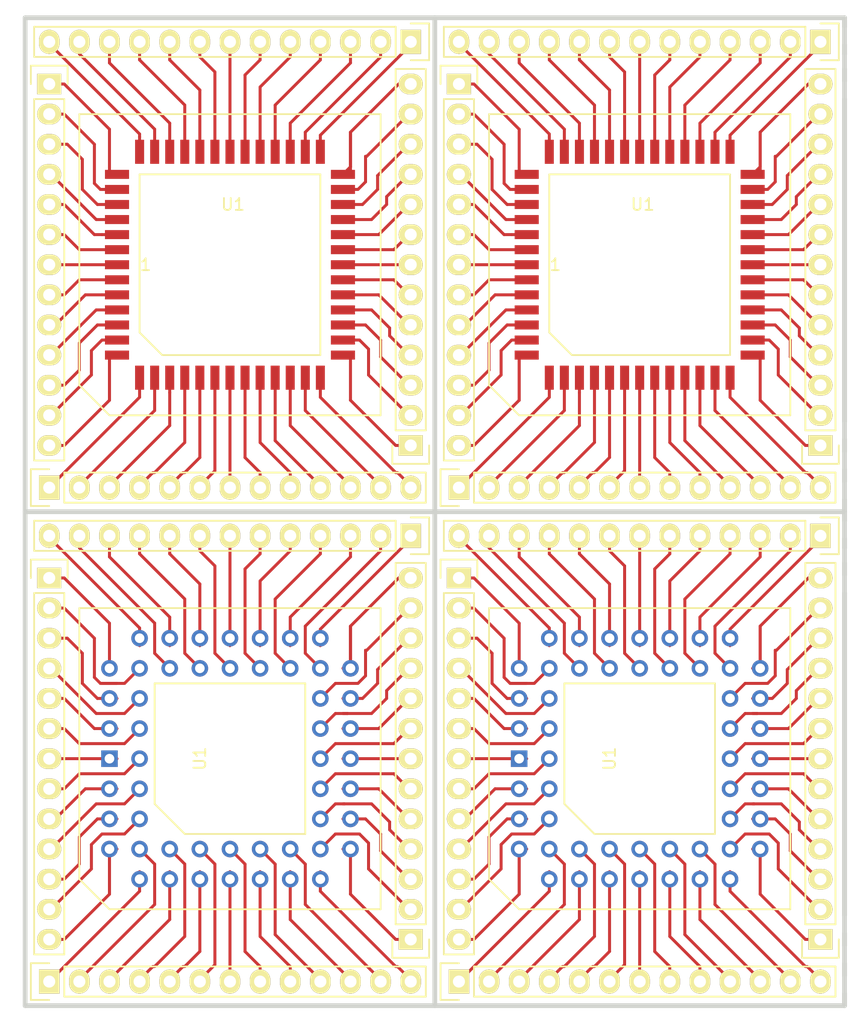
<source format=kicad_pcb>
(kicad_pcb (version 20171130) (host pcbnew 5.0-dev-unknown-dd04bcb~61~ubuntu16.04.1)

  (general
    (thickness 1.6)
    (drawings 21)
    (tracks 824)
    (zones 0)
    (modules 20)
    (nets 53)
  )

  (page A4)
  (layers
    (0 F.Cu signal)
    (31 B.Cu signal)
    (32 B.Adhes user)
    (33 F.Adhes user)
    (34 B.Paste user)
    (35 F.Paste user)
    (36 B.SilkS user)
    (37 F.SilkS user)
    (38 B.Mask user)
    (39 F.Mask user)
    (40 Dwgs.User user)
    (41 Cmts.User user)
    (42 Eco1.User user)
    (43 Eco2.User user)
    (44 Edge.Cuts user)
    (45 Margin user)
    (46 B.CrtYd user)
    (47 F.CrtYd user)
    (48 B.Fab user)
    (49 F.Fab user)
  )

  (setup
    (last_trace_width 0.25)
    (trace_clearance 0.2)
    (zone_clearance 0.508)
    (zone_45_only no)
    (trace_min 0.2)
    (segment_width 0.4)
    (edge_width 0.4)
    (via_size 0.8)
    (via_drill 0.4)
    (via_min_size 0.4)
    (via_min_drill 0.3)
    (uvia_size 0.3)
    (uvia_drill 0.1)
    (uvias_allowed no)
    (uvia_min_size 0.2)
    (uvia_min_drill 0.1)
    (pcb_text_width 0.3)
    (pcb_text_size 1.5 1.5)
    (mod_edge_width 0.4)
    (mod_text_size 1 1)
    (mod_text_width 0.4)
    (pad_size 1.524 1.524)
    (pad_drill 0.762)
    (pad_to_mask_clearance 0.2)
    (aux_axis_origin 0 0)
    (visible_elements FFFFF77F)
    (pcbplotparams
      (layerselection 0x010fc_ffffffff)
      (usegerberextensions false)
      (usegerberattributes false)
      (usegerberadvancedattributes false)
      (creategerberjobfile false)
      (excludeedgelayer true)
      (linewidth 0.050000)
      (plotframeref false)
      (viasonmask false)
      (mode 1)
      (useauxorigin false)
      (hpglpennumber 1)
      (hpglpenspeed 20)
      (hpglpendiameter 15)
      (psnegative false)
      (psa4output false)
      (plotreference true)
      (plotvalue true)
      (plotinvisibletext false)
      (padsonsilk false)
      (subtractmaskfromsilk false)
      (outputformat 1)
      (mirror false)
      (drillshape 0)
      (scaleselection 1)
      (outputdirectory /home/nail/tmp/plot/))
  )

  (net 0 "")
  (net 1 /1)
  (net 2 /2)
  (net 3 /3)
  (net 4 /4)
  (net 5 /5)
  (net 6 /6)
  (net 7 /7)
  (net 8 /8)
  (net 9 /9)
  (net 10 /10)
  (net 11 /11)
  (net 12 /12)
  (net 13 /13)
  (net 14 /14)
  (net 15 /15)
  (net 16 /16)
  (net 17 /17)
  (net 18 /18)
  (net 19 /19)
  (net 20 /20)
  (net 21 /21)
  (net 22 /22)
  (net 23 /23)
  (net 24 /24)
  (net 25 /25)
  (net 26 /26)
  (net 27 /27)
  (net 28 /28)
  (net 29 /29)
  (net 30 /30)
  (net 31 /31)
  (net 32 /32)
  (net 33 /33)
  (net 34 /34)
  (net 35 /35)
  (net 36 /36)
  (net 37 /37)
  (net 38 /38)
  (net 39 /39)
  (net 40 /40)
  (net 41 /41)
  (net 42 /42)
  (net 43 /43)
  (net 44 /44)
  (net 45 /45)
  (net 46 /46)
  (net 47 /47)
  (net 48 /48)
  (net 49 /49)
  (net 50 /50)
  (net 51 /51)
  (net 52 /52)

  (net_class Default "This is the default net class."
    (clearance 0.2)
    (trace_width 0.25)
    (via_dia 0.8)
    (via_drill 0.4)
    (uvia_dia 0.3)
    (uvia_drill 0.1)
    (add_net /1)
    (add_net /10)
    (add_net /11)
    (add_net /12)
    (add_net /13)
    (add_net /14)
    (add_net /15)
    (add_net /16)
    (add_net /17)
    (add_net /18)
    (add_net /19)
    (add_net /2)
    (add_net /20)
    (add_net /21)
    (add_net /22)
    (add_net /23)
    (add_net /24)
    (add_net /25)
    (add_net /26)
    (add_net /27)
    (add_net /28)
    (add_net /29)
    (add_net /3)
    (add_net /30)
    (add_net /31)
    (add_net /32)
    (add_net /33)
    (add_net /34)
    (add_net /35)
    (add_net /36)
    (add_net /37)
    (add_net /38)
    (add_net /39)
    (add_net /4)
    (add_net /40)
    (add_net /41)
    (add_net /42)
    (add_net /43)
    (add_net /44)
    (add_net /45)
    (add_net /46)
    (add_net /47)
    (add_net /48)
    (add_net /49)
    (add_net /5)
    (add_net /50)
    (add_net /51)
    (add_net /52)
    (add_net /6)
    (add_net /7)
    (add_net /8)
    (add_net /9)
  )

  (module Sockets:PLCC52 (layer F.Cu) (tedit 0) (tstamp 5A9420EE)
    (at 143.764 148.336 90)
    (descr "Support Plcc 52 pins, pads ronds")
    (tags PLCC)
    (path /5A8FB6FA)
    (fp_text reference U1 (at 0 -2.54 90) (layer F.SilkS)
      (effects (font (size 1 1) (thickness 0.15)))
    )
    (fp_text value 68HC05_PLCC (at 0 2.54 90) (layer F.Fab)
      (effects (font (size 1 1) (thickness 0.15)))
    )
    (fp_line (start -3.81 -6.35) (end -6.35 -3.81) (layer F.SilkS) (width 0.15))
    (fp_line (start -6.35 -3.81) (end -6.35 6.35) (layer F.SilkS) (width 0.15))
    (fp_line (start -6.35 6.35) (end 6.35 6.35) (layer F.SilkS) (width 0.15))
    (fp_line (start 6.35 6.35) (end 6.35 -6.35) (layer F.SilkS) (width 0.15))
    (fp_line (start 6.35 -6.35) (end -3.81 -6.35) (layer F.SilkS) (width 0.15))
    (fp_line (start -12.7 12.7) (end -12.7 -10.16) (layer F.SilkS) (width 0.15))
    (fp_line (start -12.7 -10.16) (end -10.16 -12.7) (layer F.SilkS) (width 0.15))
    (fp_line (start -10.16 -12.7) (end 12.7 -12.7) (layer F.SilkS) (width 0.15))
    (fp_line (start 12.7 -12.7) (end 12.7 12.7) (layer F.SilkS) (width 0.15))
    (fp_line (start 12.7 12.7) (end -12.7 12.7) (layer F.SilkS) (width 0.15))
    (pad 1 thru_hole rect (at 0 -10.16 90) (size 1.397 1.397) (drill 0.8128) (layers *.Cu *.Mask)
      (net 1 /1))
    (pad 2 thru_hole circle (at 0 -7.62 90) (size 1.397 1.397) (drill 0.8128) (layers *.Cu *.Mask)
      (net 2 /2))
    (pad 3 thru_hole circle (at -2.54 -10.16 90) (size 1.397 1.397) (drill 0.8128) (layers *.Cu *.Mask)
      (net 3 /3))
    (pad 4 thru_hole circle (at -2.54 -7.62 90) (size 1.397 1.397) (drill 0.8128) (layers *.Cu *.Mask)
      (net 4 /4))
    (pad 5 thru_hole circle (at -5.08 -10.16 90) (size 1.397 1.397) (drill 0.8128) (layers *.Cu *.Mask)
      (net 5 /5))
    (pad 6 thru_hole circle (at -5.08 -7.62 90) (size 1.397 1.397) (drill 0.8128) (layers *.Cu *.Mask)
      (net 6 /6))
    (pad 7 thru_hole circle (at -7.62 -10.16 90) (size 1.397 1.397) (drill 0.8128) (layers *.Cu *.Mask)
      (net 7 /7))
    (pad 8 thru_hole circle (at -10.16 -7.62 90) (size 1.397 1.397) (drill 0.8128) (layers *.Cu *.Mask)
      (net 8 /8))
    (pad 9 thru_hole circle (at -7.62 -7.62 90) (size 1.397 1.397) (drill 0.8128) (layers *.Cu *.Mask)
      (net 9 /9))
    (pad 10 thru_hole circle (at -10.16 -5.08 90) (size 1.397 1.397) (drill 0.8128) (layers *.Cu *.Mask)
      (net 10 /10))
    (pad 11 thru_hole circle (at -7.62 -5.08 90) (size 1.397 1.397) (drill 0.8128) (layers *.Cu *.Mask)
      (net 11 /11))
    (pad 12 thru_hole circle (at -10.16 -2.54 90) (size 1.397 1.397) (drill 0.8128) (layers *.Cu *.Mask)
      (net 12 /12))
    (pad 13 thru_hole circle (at -7.62 -2.54 90) (size 1.397 1.397) (drill 0.8128) (layers *.Cu *.Mask)
      (net 13 /13))
    (pad 14 thru_hole circle (at -10.16 0 90) (size 1.397 1.397) (drill 0.8128) (layers *.Cu *.Mask)
      (net 14 /14))
    (pad 15 thru_hole circle (at -7.62 0 90) (size 1.397 1.397) (drill 0.8128) (layers *.Cu *.Mask)
      (net 15 /15))
    (pad 16 thru_hole circle (at -10.16 2.54 90) (size 1.397 1.397) (drill 0.8128) (layers *.Cu *.Mask)
      (net 16 /16))
    (pad 17 thru_hole circle (at -7.62 2.54 90) (size 1.397 1.397) (drill 0.8128) (layers *.Cu *.Mask)
      (net 17 /17))
    (pad 18 thru_hole circle (at -10.16 5.08 90) (size 1.397 1.397) (drill 0.8128) (layers *.Cu *.Mask)
      (net 18 /18))
    (pad 19 thru_hole circle (at -7.62 5.08 90) (size 1.397 1.397) (drill 0.8128) (layers *.Cu *.Mask)
      (net 19 /19))
    (pad 20 thru_hole circle (at -10.16 7.62 90) (size 1.397 1.397) (drill 0.8128) (layers *.Cu *.Mask)
      (net 20 /20))
    (pad 21 thru_hole circle (at -7.62 10.16 90) (size 1.397 1.397) (drill 0.8128) (layers *.Cu *.Mask)
      (net 21 /21))
    (pad 22 thru_hole circle (at -7.62 7.62 90) (size 1.397 1.397) (drill 0.8128) (layers *.Cu *.Mask)
      (net 22 /22))
    (pad 23 thru_hole circle (at -5.08 10.16 90) (size 1.397 1.397) (drill 0.8128) (layers *.Cu *.Mask)
      (net 23 /23))
    (pad 24 thru_hole circle (at -5.08 7.62 90) (size 1.397 1.397) (drill 0.8128) (layers *.Cu *.Mask)
      (net 24 /24))
    (pad 25 thru_hole circle (at -2.54 10.16 90) (size 1.397 1.397) (drill 0.8128) (layers *.Cu *.Mask)
      (net 25 /25))
    (pad 26 thru_hole circle (at -2.54 7.62 90) (size 1.397 1.397) (drill 0.8128) (layers *.Cu *.Mask)
      (net 26 /26))
    (pad 27 thru_hole circle (at 0 10.16 90) (size 1.397 1.397) (drill 0.8128) (layers *.Cu *.Mask)
      (net 27 /27))
    (pad 28 thru_hole circle (at 0 7.62 90) (size 1.397 1.397) (drill 0.8128) (layers *.Cu *.Mask)
      (net 28 /28))
    (pad 29 thru_hole circle (at 2.54 10.16 90) (size 1.397 1.397) (drill 0.8128) (layers *.Cu *.Mask)
      (net 29 /29))
    (pad 30 thru_hole circle (at 2.54 7.62 90) (size 1.397 1.397) (drill 0.8128) (layers *.Cu *.Mask)
      (net 30 /30))
    (pad 31 thru_hole circle (at 5.08 10.16 90) (size 1.397 1.397) (drill 0.8128) (layers *.Cu *.Mask)
      (net 31 /31))
    (pad 32 thru_hole circle (at 5.08 7.62 90) (size 1.397 1.397) (drill 0.8128) (layers *.Cu *.Mask)
      (net 32 /32))
    (pad 33 thru_hole circle (at 7.62 10.16 90) (size 1.397 1.397) (drill 0.8128) (layers *.Cu *.Mask)
      (net 33 /33))
    (pad 34 thru_hole circle (at 10.16 7.62 90) (size 1.397 1.397) (drill 0.8128) (layers *.Cu *.Mask)
      (net 34 /34))
    (pad 35 thru_hole circle (at 7.62 7.62 90) (size 1.397 1.397) (drill 0.8128) (layers *.Cu *.Mask)
      (net 35 /35))
    (pad 36 thru_hole circle (at 10.16 5.08 90) (size 1.397 1.397) (drill 0.8128) (layers *.Cu *.Mask)
      (net 36 /36))
    (pad 37 thru_hole circle (at 7.62 5.08 90) (size 1.397 1.397) (drill 0.8128) (layers *.Cu *.Mask)
      (net 37 /37))
    (pad 38 thru_hole circle (at 10.16 2.54 90) (size 1.397 1.397) (drill 0.8128) (layers *.Cu *.Mask)
      (net 38 /38))
    (pad 39 thru_hole circle (at 7.62 2.54 90) (size 1.397 1.397) (drill 0.8128) (layers *.Cu *.Mask)
      (net 39 /39))
    (pad 40 thru_hole circle (at 10.16 0 90) (size 1.397 1.397) (drill 0.8128) (layers *.Cu *.Mask)
      (net 40 /40))
    (pad 41 thru_hole circle (at 7.62 0 90) (size 1.397 1.397) (drill 0.8128) (layers *.Cu *.Mask)
      (net 41 /41))
    (pad 42 thru_hole circle (at 10.16 -2.54 90) (size 1.397 1.397) (drill 0.8128) (layers *.Cu *.Mask)
      (net 42 /42))
    (pad 43 thru_hole circle (at 7.62 -2.54 90) (size 1.397 1.397) (drill 0.8128) (layers *.Cu *.Mask)
      (net 43 /43))
    (pad 44 thru_hole circle (at 10.16 -5.08 90) (size 1.397 1.397) (drill 0.8128) (layers *.Cu *.Mask)
      (net 44 /44))
    (pad 45 thru_hole circle (at 7.62 -5.08 90) (size 1.397 1.397) (drill 0.8128) (layers *.Cu *.Mask)
      (net 45 /45))
    (pad 46 thru_hole circle (at 10.16 -7.62 90) (size 1.397 1.397) (drill 0.8128) (layers *.Cu *.Mask)
      (net 46 /46))
    (pad 47 thru_hole circle (at 7.62 -10.16 90) (size 1.397 1.397) (drill 0.8128) (layers *.Cu *.Mask)
      (net 47 /47))
    (pad 48 thru_hole circle (at 7.62 -7.62 90) (size 1.397 1.397) (drill 0.8128) (layers *.Cu *.Mask)
      (net 48 /48))
    (pad 49 thru_hole circle (at 5.08 -10.16 90) (size 1.397 1.397) (drill 0.8128) (layers *.Cu *.Mask)
      (net 49 /49))
    (pad 50 thru_hole circle (at 5.08 -7.62 90) (size 1.397 1.397) (drill 0.8128) (layers *.Cu *.Mask)
      (net 50 /50))
    (pad 51 thru_hole circle (at 2.54 -10.16 90) (size 1.397 1.397) (drill 0.8128) (layers *.Cu *.Mask)
      (net 51 /51))
    (pad 52 thru_hole circle (at 2.54 -7.62 90) (size 1.397 1.397) (drill 0.8128) (layers *.Cu *.Mask)
      (net 52 /52))
  )

  (module Pin_Headers.pretty:Pin_Header_Straight_1x13 (layer F.Cu) (tedit 5A8EC227) (tstamp 5A94206C)
    (at 128.524 167.132 90)
    (descr "Through hole pin header")
    (tags "pin header")
    (path /5A9AB643)
    (fp_text reference CON2 (at 0 -5.1 90) (layer F.SilkS) hide
      (effects (font (size 1 1) (thickness 0.15)))
    )
    (fp_text value CONN_13 (at 0 -3.1 90) (layer F.Fab)
      (effects (font (size 1 1) (thickness 0.15)))
    )
    (fp_line (start -1.75 -1.75) (end -1.75 32.25) (layer F.CrtYd) (width 0.05))
    (fp_line (start 1.75 -1.75) (end 1.75 32.25) (layer F.CrtYd) (width 0.05))
    (fp_line (start -1.75 -1.75) (end 1.75 -1.75) (layer F.CrtYd) (width 0.05))
    (fp_line (start -1.75 32.25) (end 1.75 32.25) (layer F.CrtYd) (width 0.05))
    (fp_line (start -1.27 1.27) (end -1.27 31.75) (layer F.SilkS) (width 0.15))
    (fp_line (start -1.27 31.75) (end 1.27 31.75) (layer F.SilkS) (width 0.15))
    (fp_line (start 1.27 31.75) (end 1.27 1.27) (layer F.SilkS) (width 0.15))
    (fp_line (start 1.55 -1.55) (end 1.55 0) (layer F.SilkS) (width 0.15))
    (fp_line (start 1.27 1.27) (end -1.27 1.27) (layer F.SilkS) (width 0.15))
    (fp_line (start -1.55 0) (end -1.55 -1.55) (layer F.SilkS) (width 0.15))
    (fp_line (start -1.55 -1.55) (end 1.55 -1.55) (layer F.SilkS) (width 0.15))
    (pad 1 thru_hole rect (at 0 0 90) (size 2.032 1.7272) (drill 1.016) (layers *.Cu *.Mask F.SilkS)
      (net 8 /8))
    (pad 2 thru_hole oval (at 0 2.54 90) (size 2.032 1.7272) (drill 1.016) (layers *.Cu *.Mask F.SilkS)
      (net 9 /9))
    (pad 3 thru_hole oval (at 0 5.08 90) (size 2.032 1.7272) (drill 1.016) (layers *.Cu *.Mask F.SilkS)
      (net 10 /10))
    (pad 4 thru_hole oval (at 0 7.62 90) (size 2.032 1.7272) (drill 1.016) (layers *.Cu *.Mask F.SilkS)
      (net 11 /11))
    (pad 5 thru_hole oval (at 0 10.16 90) (size 2.032 1.7272) (drill 1.016) (layers *.Cu *.Mask F.SilkS)
      (net 12 /12))
    (pad 6 thru_hole oval (at 0 12.7 90) (size 2.032 1.7272) (drill 1.016) (layers *.Cu *.Mask F.SilkS)
      (net 13 /13))
    (pad 7 thru_hole oval (at 0 15.24 90) (size 2.032 1.7272) (drill 1.016) (layers *.Cu *.Mask F.SilkS)
      (net 14 /14))
    (pad 8 thru_hole oval (at 0 17.78 90) (size 2.032 1.7272) (drill 1.016) (layers *.Cu *.Mask F.SilkS)
      (net 15 /15))
    (pad 9 thru_hole oval (at 0 20.32 90) (size 2.032 1.7272) (drill 1.016) (layers *.Cu *.Mask F.SilkS)
      (net 16 /16))
    (pad 10 thru_hole oval (at 0 22.86 90) (size 2.032 1.7272) (drill 1.016) (layers *.Cu *.Mask F.SilkS)
      (net 17 /17))
    (pad 11 thru_hole oval (at 0 25.4 90) (size 2.032 1.7272) (drill 1.016) (layers *.Cu *.Mask F.SilkS)
      (net 18 /18))
    (pad 12 thru_hole oval (at 0 27.94 90) (size 2.032 1.7272) (drill 1.016) (layers *.Cu *.Mask F.SilkS)
      (net 19 /19))
    (pad 13 thru_hole oval (at 0 30.48 90) (size 2.032 1.7272) (drill 1.016) (layers *.Cu *.Mask F.SilkS)
      (net 20 /20))
    (model Pin_Headers.3dshapes/Pin_Header_Straight_1x13.wrl
      (offset (xyz 0 -15.23999977111816 0))
      (scale (xyz 1 1 1))
      (rotate (xyz 0 0 90))
    )
  )

  (module Pin_Headers.pretty:Pin_Header_Straight_1x13 (layer F.Cu) (tedit 5A8EC224) (tstamp 5A942051)
    (at 159.004 163.576 180)
    (descr "Through hole pin header")
    (tags "pin header")
    (path /5A9AB87C)
    (fp_text reference CON3 (at 0 -5.1 180) (layer F.SilkS) hide
      (effects (font (size 1 1) (thickness 0.15)))
    )
    (fp_text value CONN_13 (at 0 -3.1 180) (layer F.Fab)
      (effects (font (size 1 1) (thickness 0.15)))
    )
    (fp_line (start -1.55 -1.55) (end 1.55 -1.55) (layer F.SilkS) (width 0.15))
    (fp_line (start -1.55 0) (end -1.55 -1.55) (layer F.SilkS) (width 0.15))
    (fp_line (start 1.27 1.27) (end -1.27 1.27) (layer F.SilkS) (width 0.15))
    (fp_line (start 1.55 -1.55) (end 1.55 0) (layer F.SilkS) (width 0.15))
    (fp_line (start 1.27 31.75) (end 1.27 1.27) (layer F.SilkS) (width 0.15))
    (fp_line (start -1.27 31.75) (end 1.27 31.75) (layer F.SilkS) (width 0.15))
    (fp_line (start -1.27 1.27) (end -1.27 31.75) (layer F.SilkS) (width 0.15))
    (fp_line (start -1.75 32.25) (end 1.75 32.25) (layer F.CrtYd) (width 0.05))
    (fp_line (start -1.75 -1.75) (end 1.75 -1.75) (layer F.CrtYd) (width 0.05))
    (fp_line (start 1.75 -1.75) (end 1.75 32.25) (layer F.CrtYd) (width 0.05))
    (fp_line (start -1.75 -1.75) (end -1.75 32.25) (layer F.CrtYd) (width 0.05))
    (pad 13 thru_hole oval (at 0 30.48 180) (size 2.032 1.7272) (drill 1.016) (layers *.Cu *.Mask F.SilkS)
      (net 33 /33))
    (pad 12 thru_hole oval (at 0 27.94 180) (size 2.032 1.7272) (drill 1.016) (layers *.Cu *.Mask F.SilkS)
      (net 32 /32))
    (pad 11 thru_hole oval (at 0 25.4 180) (size 2.032 1.7272) (drill 1.016) (layers *.Cu *.Mask F.SilkS)
      (net 31 /31))
    (pad 10 thru_hole oval (at 0 22.86 180) (size 2.032 1.7272) (drill 1.016) (layers *.Cu *.Mask F.SilkS)
      (net 30 /30))
    (pad 9 thru_hole oval (at 0 20.32 180) (size 2.032 1.7272) (drill 1.016) (layers *.Cu *.Mask F.SilkS)
      (net 29 /29))
    (pad 8 thru_hole oval (at 0 17.78 180) (size 2.032 1.7272) (drill 1.016) (layers *.Cu *.Mask F.SilkS)
      (net 28 /28))
    (pad 7 thru_hole oval (at 0 15.24 180) (size 2.032 1.7272) (drill 1.016) (layers *.Cu *.Mask F.SilkS)
      (net 27 /27))
    (pad 6 thru_hole oval (at 0 12.7 180) (size 2.032 1.7272) (drill 1.016) (layers *.Cu *.Mask F.SilkS)
      (net 26 /26))
    (pad 5 thru_hole oval (at 0 10.16 180) (size 2.032 1.7272) (drill 1.016) (layers *.Cu *.Mask F.SilkS)
      (net 25 /25))
    (pad 4 thru_hole oval (at 0 7.62 180) (size 2.032 1.7272) (drill 1.016) (layers *.Cu *.Mask F.SilkS)
      (net 24 /24))
    (pad 3 thru_hole oval (at 0 5.08 180) (size 2.032 1.7272) (drill 1.016) (layers *.Cu *.Mask F.SilkS)
      (net 23 /23))
    (pad 2 thru_hole oval (at 0 2.54 180) (size 2.032 1.7272) (drill 1.016) (layers *.Cu *.Mask F.SilkS)
      (net 22 /22))
    (pad 1 thru_hole rect (at 0 0 180) (size 2.032 1.7272) (drill 1.016) (layers *.Cu *.Mask F.SilkS)
      (net 21 /21))
    (model Pin_Headers.3dshapes/Pin_Header_Straight_1x13.wrl
      (offset (xyz 0 -15.23999977111816 0))
      (scale (xyz 1 1 1))
      (rotate (xyz 0 0 90))
    )
  )

  (module Pin_Headers.pretty:Pin_Header_Straight_1x13 (layer F.Cu) (tedit 5A8EC219) (tstamp 5A942013)
    (at 128.524 133.096)
    (descr "Through hole pin header")
    (tags "pin header")
    (path /5A9AB5EF)
    (fp_text reference CON1 (at 0 -5.1) (layer F.SilkS) hide
      (effects (font (size 1 1) (thickness 0.15)))
    )
    (fp_text value CONN_13 (at 0 -3.1) (layer F.Fab)
      (effects (font (size 1 1) (thickness 0.15)))
    )
    (fp_line (start -1.55 -1.55) (end 1.55 -1.55) (layer F.SilkS) (width 0.15))
    (fp_line (start -1.55 0) (end -1.55 -1.55) (layer F.SilkS) (width 0.15))
    (fp_line (start 1.27 1.27) (end -1.27 1.27) (layer F.SilkS) (width 0.15))
    (fp_line (start 1.55 -1.55) (end 1.55 0) (layer F.SilkS) (width 0.15))
    (fp_line (start 1.27 31.75) (end 1.27 1.27) (layer F.SilkS) (width 0.15))
    (fp_line (start -1.27 31.75) (end 1.27 31.75) (layer F.SilkS) (width 0.15))
    (fp_line (start -1.27 1.27) (end -1.27 31.75) (layer F.SilkS) (width 0.15))
    (fp_line (start -1.75 32.25) (end 1.75 32.25) (layer F.CrtYd) (width 0.05))
    (fp_line (start -1.75 -1.75) (end 1.75 -1.75) (layer F.CrtYd) (width 0.05))
    (fp_line (start 1.75 -1.75) (end 1.75 32.25) (layer F.CrtYd) (width 0.05))
    (fp_line (start -1.75 -1.75) (end -1.75 32.25) (layer F.CrtYd) (width 0.05))
    (pad 13 thru_hole oval (at 0 30.48) (size 2.032 1.7272) (drill 1.016) (layers *.Cu *.Mask F.SilkS)
      (net 7 /7))
    (pad 12 thru_hole oval (at 0 27.94) (size 2.032 1.7272) (drill 1.016) (layers *.Cu *.Mask F.SilkS)
      (net 6 /6))
    (pad 11 thru_hole oval (at 0 25.4) (size 2.032 1.7272) (drill 1.016) (layers *.Cu *.Mask F.SilkS)
      (net 5 /5))
    (pad 10 thru_hole oval (at 0 22.86) (size 2.032 1.7272) (drill 1.016) (layers *.Cu *.Mask F.SilkS)
      (net 4 /4))
    (pad 9 thru_hole oval (at 0 20.32) (size 2.032 1.7272) (drill 1.016) (layers *.Cu *.Mask F.SilkS)
      (net 3 /3))
    (pad 8 thru_hole oval (at 0 17.78) (size 2.032 1.7272) (drill 1.016) (layers *.Cu *.Mask F.SilkS)
      (net 2 /2))
    (pad 7 thru_hole oval (at 0 15.24) (size 2.032 1.7272) (drill 1.016) (layers *.Cu *.Mask F.SilkS)
      (net 1 /1))
    (pad 6 thru_hole oval (at 0 12.7) (size 2.032 1.7272) (drill 1.016) (layers *.Cu *.Mask F.SilkS)
      (net 52 /52))
    (pad 5 thru_hole oval (at 0 10.16) (size 2.032 1.7272) (drill 1.016) (layers *.Cu *.Mask F.SilkS)
      (net 51 /51))
    (pad 4 thru_hole oval (at 0 7.62) (size 2.032 1.7272) (drill 1.016) (layers *.Cu *.Mask F.SilkS)
      (net 50 /50))
    (pad 3 thru_hole oval (at 0 5.08) (size 2.032 1.7272) (drill 1.016) (layers *.Cu *.Mask F.SilkS)
      (net 49 /49))
    (pad 2 thru_hole oval (at 0 2.54) (size 2.032 1.7272) (drill 1.016) (layers *.Cu *.Mask F.SilkS)
      (net 48 /48))
    (pad 1 thru_hole rect (at 0 0) (size 2.032 1.7272) (drill 1.016) (layers *.Cu *.Mask F.SilkS)
      (net 47 /47))
    (model Pin_Headers.3dshapes/Pin_Header_Straight_1x13.wrl
      (offset (xyz 0 -15.23999977111816 0))
      (scale (xyz 1 1 1))
      (rotate (xyz 0 0 90))
    )
  )

  (module Pin_Headers.pretty:Pin_Header_Straight_1x13 (layer F.Cu) (tedit 5A8EC220) (tstamp 5A941FD6)
    (at 159.004 129.54 270)
    (descr "Through hole pin header")
    (tags "pin header")
    (path /5A9AB883)
    (fp_text reference CON4 (at 0 -5.1 270) (layer F.SilkS) hide
      (effects (font (size 1 1) (thickness 0.15)))
    )
    (fp_text value CONN_13 (at 0 -3.1 270) (layer F.Fab)
      (effects (font (size 1 1) (thickness 0.15)))
    )
    (fp_line (start -1.75 -1.75) (end -1.75 32.25) (layer F.CrtYd) (width 0.05))
    (fp_line (start 1.75 -1.75) (end 1.75 32.25) (layer F.CrtYd) (width 0.05))
    (fp_line (start -1.75 -1.75) (end 1.75 -1.75) (layer F.CrtYd) (width 0.05))
    (fp_line (start -1.75 32.25) (end 1.75 32.25) (layer F.CrtYd) (width 0.05))
    (fp_line (start -1.27 1.27) (end -1.27 31.75) (layer F.SilkS) (width 0.15))
    (fp_line (start -1.27 31.75) (end 1.27 31.75) (layer F.SilkS) (width 0.15))
    (fp_line (start 1.27 31.75) (end 1.27 1.27) (layer F.SilkS) (width 0.15))
    (fp_line (start 1.55 -1.55) (end 1.55 0) (layer F.SilkS) (width 0.15))
    (fp_line (start 1.27 1.27) (end -1.27 1.27) (layer F.SilkS) (width 0.15))
    (fp_line (start -1.55 0) (end -1.55 -1.55) (layer F.SilkS) (width 0.15))
    (fp_line (start -1.55 -1.55) (end 1.55 -1.55) (layer F.SilkS) (width 0.15))
    (pad 1 thru_hole rect (at 0 0 270) (size 2.032 1.7272) (drill 1.016) (layers *.Cu *.Mask F.SilkS)
      (net 34 /34))
    (pad 2 thru_hole oval (at 0 2.54 270) (size 2.032 1.7272) (drill 1.016) (layers *.Cu *.Mask F.SilkS)
      (net 35 /35))
    (pad 3 thru_hole oval (at 0 5.08 270) (size 2.032 1.7272) (drill 1.016) (layers *.Cu *.Mask F.SilkS)
      (net 36 /36))
    (pad 4 thru_hole oval (at 0 7.62 270) (size 2.032 1.7272) (drill 1.016) (layers *.Cu *.Mask F.SilkS)
      (net 37 /37))
    (pad 5 thru_hole oval (at 0 10.16 270) (size 2.032 1.7272) (drill 1.016) (layers *.Cu *.Mask F.SilkS)
      (net 38 /38))
    (pad 6 thru_hole oval (at 0 12.7 270) (size 2.032 1.7272) (drill 1.016) (layers *.Cu *.Mask F.SilkS)
      (net 39 /39))
    (pad 7 thru_hole oval (at 0 15.24 270) (size 2.032 1.7272) (drill 1.016) (layers *.Cu *.Mask F.SilkS)
      (net 40 /40))
    (pad 8 thru_hole oval (at 0 17.78 270) (size 2.032 1.7272) (drill 1.016) (layers *.Cu *.Mask F.SilkS)
      (net 41 /41))
    (pad 9 thru_hole oval (at 0 20.32 270) (size 2.032 1.7272) (drill 1.016) (layers *.Cu *.Mask F.SilkS)
      (net 42 /42))
    (pad 10 thru_hole oval (at 0 22.86 270) (size 2.032 1.7272) (drill 1.016) (layers *.Cu *.Mask F.SilkS)
      (net 43 /43))
    (pad 11 thru_hole oval (at 0 25.4 270) (size 2.032 1.7272) (drill 1.016) (layers *.Cu *.Mask F.SilkS)
      (net 44 /44))
    (pad 12 thru_hole oval (at 0 27.94 270) (size 2.032 1.7272) (drill 1.016) (layers *.Cu *.Mask F.SilkS)
      (net 45 /45))
    (pad 13 thru_hole oval (at 0 30.48 270) (size 2.032 1.7272) (drill 1.016) (layers *.Cu *.Mask F.SilkS)
      (net 46 /46))
    (model Pin_Headers.3dshapes/Pin_Header_Straight_1x13.wrl
      (offset (xyz 0 -15.23999977111816 0))
      (scale (xyz 1 1 1))
      (rotate (xyz 0 0 90))
    )
  )

  (module Pin_Headers.pretty:Pin_Header_Straight_1x13 (layer F.Cu) (tedit 5A8EC224) (tstamp 5A941379)
    (at 159.004 121.92 180)
    (descr "Through hole pin header")
    (tags "pin header")
    (path /5A9AB87C)
    (fp_text reference CON3 (at 0 -5.1 180) (layer F.SilkS) hide
      (effects (font (size 1 1) (thickness 0.15)))
    )
    (fp_text value CONN_13 (at 0 -3.1 180) (layer F.Fab)
      (effects (font (size 1 1) (thickness 0.15)))
    )
    (fp_line (start -1.55 -1.55) (end 1.55 -1.55) (layer F.SilkS) (width 0.15))
    (fp_line (start -1.55 0) (end -1.55 -1.55) (layer F.SilkS) (width 0.15))
    (fp_line (start 1.27 1.27) (end -1.27 1.27) (layer F.SilkS) (width 0.15))
    (fp_line (start 1.55 -1.55) (end 1.55 0) (layer F.SilkS) (width 0.15))
    (fp_line (start 1.27 31.75) (end 1.27 1.27) (layer F.SilkS) (width 0.15))
    (fp_line (start -1.27 31.75) (end 1.27 31.75) (layer F.SilkS) (width 0.15))
    (fp_line (start -1.27 1.27) (end -1.27 31.75) (layer F.SilkS) (width 0.15))
    (fp_line (start -1.75 32.25) (end 1.75 32.25) (layer F.CrtYd) (width 0.05))
    (fp_line (start -1.75 -1.75) (end 1.75 -1.75) (layer F.CrtYd) (width 0.05))
    (fp_line (start 1.75 -1.75) (end 1.75 32.25) (layer F.CrtYd) (width 0.05))
    (fp_line (start -1.75 -1.75) (end -1.75 32.25) (layer F.CrtYd) (width 0.05))
    (pad 13 thru_hole oval (at 0 30.48 180) (size 2.032 1.7272) (drill 1.016) (layers *.Cu *.Mask F.SilkS)
      (net 33 /33))
    (pad 12 thru_hole oval (at 0 27.94 180) (size 2.032 1.7272) (drill 1.016) (layers *.Cu *.Mask F.SilkS)
      (net 32 /32))
    (pad 11 thru_hole oval (at 0 25.4 180) (size 2.032 1.7272) (drill 1.016) (layers *.Cu *.Mask F.SilkS)
      (net 31 /31))
    (pad 10 thru_hole oval (at 0 22.86 180) (size 2.032 1.7272) (drill 1.016) (layers *.Cu *.Mask F.SilkS)
      (net 30 /30))
    (pad 9 thru_hole oval (at 0 20.32 180) (size 2.032 1.7272) (drill 1.016) (layers *.Cu *.Mask F.SilkS)
      (net 29 /29))
    (pad 8 thru_hole oval (at 0 17.78 180) (size 2.032 1.7272) (drill 1.016) (layers *.Cu *.Mask F.SilkS)
      (net 28 /28))
    (pad 7 thru_hole oval (at 0 15.24 180) (size 2.032 1.7272) (drill 1.016) (layers *.Cu *.Mask F.SilkS)
      (net 27 /27))
    (pad 6 thru_hole oval (at 0 12.7 180) (size 2.032 1.7272) (drill 1.016) (layers *.Cu *.Mask F.SilkS)
      (net 26 /26))
    (pad 5 thru_hole oval (at 0 10.16 180) (size 2.032 1.7272) (drill 1.016) (layers *.Cu *.Mask F.SilkS)
      (net 25 /25))
    (pad 4 thru_hole oval (at 0 7.62 180) (size 2.032 1.7272) (drill 1.016) (layers *.Cu *.Mask F.SilkS)
      (net 24 /24))
    (pad 3 thru_hole oval (at 0 5.08 180) (size 2.032 1.7272) (drill 1.016) (layers *.Cu *.Mask F.SilkS)
      (net 23 /23))
    (pad 2 thru_hole oval (at 0 2.54 180) (size 2.032 1.7272) (drill 1.016) (layers *.Cu *.Mask F.SilkS)
      (net 22 /22))
    (pad 1 thru_hole rect (at 0 0 180) (size 2.032 1.7272) (drill 1.016) (layers *.Cu *.Mask F.SilkS)
      (net 21 /21))
    (model Pin_Headers.3dshapes/Pin_Header_Straight_1x13.wrl
      (offset (xyz 0 -15.23999977111816 0))
      (scale (xyz 1 1 1))
      (rotate (xyz 0 0 90))
    )
  )

  (module SMD_Packages.pretty:PLCC-52 (layer F.Cu) (tedit 0) (tstamp 5A9412F8)
    (at 143.764 106.68)
    (descr "Support CMS Plcc 52 pins")
    (tags "CMS PLCC")
    (path /5A8FB6FA)
    (attr smd)
    (fp_text reference U1 (at 0.254 -5.08) (layer F.SilkS)
      (effects (font (size 1 1) (thickness 0.15)))
    )
    (fp_text value 68HC05_PLCC (at 0.508 4.572 90) (layer F.Fab)
      (effects (font (size 1 1) (thickness 0.15)))
    )
    (fp_line (start -12.7 10.16) (end -12.7 -12.7) (layer F.SilkS) (width 0.15))
    (fp_line (start -10.16 12.7) (end 12.7 12.7) (layer F.SilkS) (width 0.15))
    (fp_line (start -10.16 12.7) (end -12.7 10.16) (layer F.SilkS) (width 0.15))
    (fp_line (start 12.7 -12.7) (end 12.7 12.7) (layer F.SilkS) (width 0.15))
    (fp_line (start -12.7 -12.7) (end 12.7 -12.7) (layer F.SilkS) (width 0.15))
    (fp_text user 1 (at -7.112 0) (layer F.SilkS)
      (effects (font (size 1 1) (thickness 0.15)))
    )
    (fp_line (start -7.62 5.715) (end -7.62 -7.62) (layer F.SilkS) (width 0.15))
    (fp_line (start -5.715 7.62) (end -7.62 5.715) (layer F.SilkS) (width 0.15))
    (fp_line (start 7.62 7.62) (end -5.715 7.62) (layer F.SilkS) (width 0.15))
    (fp_line (start 7.62 -7.62) (end 7.62 7.62) (layer F.SilkS) (width 0.15))
    (fp_line (start -7.62 -7.62) (end 7.62 -7.62) (layer F.SilkS) (width 0.15))
    (pad 52 smd rect (at -9.525 -1.27) (size 2.032 0.762) (layers F.Cu F.Paste F.Mask)
      (net 52 /52))
    (pad 51 smd rect (at -9.525 -2.54) (size 2.032 0.762) (layers F.Cu F.Paste F.Mask)
      (net 51 /51))
    (pad 50 smd rect (at -9.525 -3.81) (size 2.032 0.762) (layers F.Cu F.Paste F.Mask)
      (net 50 /50))
    (pad 49 smd rect (at -9.525 -5.08) (size 2.032 0.762) (layers F.Cu F.Paste F.Mask)
      (net 49 /49))
    (pad 48 smd rect (at -9.525 -6.35) (size 2.032 0.762) (layers F.Cu F.Paste F.Mask)
      (net 48 /48))
    (pad 47 smd rect (at -9.525 -7.62) (size 2.032 0.762) (layers F.Cu F.Paste F.Mask)
      (net 47 /47))
    (pad 46 smd rect (at -7.62 -9.525) (size 0.762 2.032) (layers F.Cu F.Paste F.Mask)
      (net 46 /46))
    (pad 45 smd rect (at -6.35 -9.525) (size 0.762 2.032) (layers F.Cu F.Paste F.Mask)
      (net 45 /45))
    (pad 44 smd rect (at -5.08 -9.525) (size 0.762 2.032) (layers F.Cu F.Paste F.Mask)
      (net 44 /44))
    (pad 43 smd rect (at -3.81 -9.525) (size 0.762 2.032) (layers F.Cu F.Paste F.Mask)
      (net 43 /43))
    (pad 42 smd rect (at -2.54 -9.525) (size 0.762 2.032) (layers F.Cu F.Paste F.Mask)
      (net 42 /42))
    (pad 41 smd rect (at -1.27 -9.525) (size 0.762 2.032) (layers F.Cu F.Paste F.Mask)
      (net 41 /41))
    (pad 40 smd rect (at 0 -9.525) (size 0.762 2.032) (layers F.Cu F.Paste F.Mask)
      (net 40 /40))
    (pad 39 smd rect (at 1.27 -9.525) (size 0.762 2.032) (layers F.Cu F.Paste F.Mask)
      (net 39 /39))
    (pad 38 smd rect (at 2.54 -9.525) (size 0.762 2.032) (layers F.Cu F.Paste F.Mask)
      (net 38 /38))
    (pad 37 smd rect (at 3.81 -9.525) (size 0.762 2.032) (layers F.Cu F.Paste F.Mask)
      (net 37 /37))
    (pad 36 smd rect (at 5.08 -9.525) (size 0.762 2.032) (layers F.Cu F.Paste F.Mask)
      (net 36 /36))
    (pad 35 smd rect (at 6.35 -9.525) (size 0.762 2.032) (layers F.Cu F.Paste F.Mask)
      (net 35 /35))
    (pad 34 smd rect (at 7.62 -9.525) (size 0.762 2.032) (layers F.Cu F.Paste F.Mask)
      (net 34 /34))
    (pad 33 smd rect (at 9.525 -7.62) (size 2.032 0.762) (layers F.Cu F.Paste F.Mask)
      (net 33 /33))
    (pad 32 smd rect (at 9.525 -6.35) (size 2.032 0.762) (layers F.Cu F.Paste F.Mask)
      (net 32 /32))
    (pad 31 smd rect (at 9.525 -5.08) (size 2.032 0.762) (layers F.Cu F.Paste F.Mask)
      (net 31 /31))
    (pad 30 smd rect (at 9.525 -3.81) (size 2.032 0.762) (layers F.Cu F.Paste F.Mask)
      (net 30 /30))
    (pad 29 smd rect (at 9.525 -2.54) (size 2.032 0.762) (layers F.Cu F.Paste F.Mask)
      (net 29 /29))
    (pad 28 smd rect (at 9.525 -1.27) (size 2.032 0.762) (layers F.Cu F.Paste F.Mask)
      (net 28 /28))
    (pad 27 smd rect (at 9.525 0) (size 2.032 0.762) (layers F.Cu F.Paste F.Mask)
      (net 27 /27))
    (pad 26 smd rect (at 9.525 1.27) (size 2.032 0.762) (layers F.Cu F.Paste F.Mask)
      (net 26 /26))
    (pad 25 smd rect (at 9.525 2.54) (size 2.032 0.762) (layers F.Cu F.Paste F.Mask)
      (net 25 /25))
    (pad 24 smd rect (at 9.525 3.81) (size 2.032 0.762) (layers F.Cu F.Paste F.Mask)
      (net 24 /24))
    (pad 23 smd rect (at 9.525 5.08) (size 2.032 0.762) (layers F.Cu F.Paste F.Mask)
      (net 23 /23))
    (pad 22 smd rect (at 9.525 6.35) (size 2.032 0.762) (layers F.Cu F.Paste F.Mask)
      (net 22 /22))
    (pad 21 smd rect (at 9.525 7.62) (size 2.032 0.762) (layers F.Cu F.Paste F.Mask)
      (net 21 /21))
    (pad 20 smd rect (at 7.62 9.525) (size 0.762 2.032) (layers F.Cu F.Paste F.Mask)
      (net 20 /20))
    (pad 19 smd rect (at 6.35 9.525) (size 0.762 2.032) (layers F.Cu F.Paste F.Mask)
      (net 19 /19))
    (pad 18 smd rect (at 5.08 9.525) (size 0.762 2.032) (layers F.Cu F.Paste F.Mask)
      (net 18 /18))
    (pad 17 smd rect (at 3.81 9.525) (size 0.762 2.032) (layers F.Cu F.Paste F.Mask)
      (net 17 /17))
    (pad 16 smd rect (at 2.54 9.525) (size 0.762 2.032) (layers F.Cu F.Paste F.Mask)
      (net 16 /16))
    (pad 15 smd rect (at 1.27 9.525) (size 0.762 2.032) (layers F.Cu F.Paste F.Mask)
      (net 15 /15))
    (pad 14 smd rect (at 0 9.525) (size 0.762 2.032) (layers F.Cu F.Paste F.Mask)
      (net 14 /14))
    (pad 13 smd rect (at -1.27 9.525) (size 0.762 2.032) (layers F.Cu F.Paste F.Mask)
      (net 13 /13))
    (pad 12 smd rect (at -2.54 9.525) (size 0.762 2.032) (layers F.Cu F.Paste F.Mask)
      (net 12 /12))
    (pad 11 smd rect (at -3.81 9.525) (size 0.762 2.032) (layers F.Cu F.Paste F.Mask)
      (net 11 /11))
    (pad 10 smd rect (at -5.08 9.525) (size 0.762 2.032) (layers F.Cu F.Paste F.Mask)
      (net 10 /10))
    (pad 9 smd rect (at -6.35 9.525) (size 0.762 2.032) (layers F.Cu F.Paste F.Mask)
      (net 9 /9))
    (pad 8 smd rect (at -7.62 9.525) (size 0.762 2.032) (layers F.Cu F.Paste F.Mask)
      (net 8 /8))
    (pad 7 smd rect (at -9.525 7.62) (size 2.032 0.762) (layers F.Cu F.Paste F.Mask)
      (net 7 /7))
    (pad 6 smd rect (at -9.525 6.35) (size 2.032 0.762) (layers F.Cu F.Paste F.Mask)
      (net 6 /6))
    (pad 5 smd rect (at -9.525 5.08) (size 2.032 0.762) (layers F.Cu F.Paste F.Mask)
      (net 5 /5))
    (pad 4 smd rect (at -9.525 3.81) (size 2.032 0.762) (layers F.Cu F.Paste F.Mask)
      (net 4 /4))
    (pad 3 smd rect (at -9.525 2.54) (size 2.032 0.762) (layers F.Cu F.Paste F.Mask)
      (net 3 /3))
    (pad 2 smd rect (at -9.525 1.27) (size 2.032 0.762) (layers F.Cu F.Paste F.Mask)
      (net 2 /2))
    (pad 1 smd rect (at -9.525 0) (size 2.032 0.762) (layers F.Cu F.Paste F.Mask)
      (net 1 /1))
  )

  (module Pin_Headers.pretty:Pin_Header_Straight_1x13 (layer F.Cu) (tedit 5A8EC220) (tstamp 5A9412DD)
    (at 159.004 87.884 270)
    (descr "Through hole pin header")
    (tags "pin header")
    (path /5A9AB883)
    (fp_text reference CON4 (at 0 -5.1 270) (layer F.SilkS) hide
      (effects (font (size 1 1) (thickness 0.15)))
    )
    (fp_text value CONN_13 (at 0 -3.1 270) (layer F.Fab)
      (effects (font (size 1 1) (thickness 0.15)))
    )
    (fp_line (start -1.75 -1.75) (end -1.75 32.25) (layer F.CrtYd) (width 0.05))
    (fp_line (start 1.75 -1.75) (end 1.75 32.25) (layer F.CrtYd) (width 0.05))
    (fp_line (start -1.75 -1.75) (end 1.75 -1.75) (layer F.CrtYd) (width 0.05))
    (fp_line (start -1.75 32.25) (end 1.75 32.25) (layer F.CrtYd) (width 0.05))
    (fp_line (start -1.27 1.27) (end -1.27 31.75) (layer F.SilkS) (width 0.15))
    (fp_line (start -1.27 31.75) (end 1.27 31.75) (layer F.SilkS) (width 0.15))
    (fp_line (start 1.27 31.75) (end 1.27 1.27) (layer F.SilkS) (width 0.15))
    (fp_line (start 1.55 -1.55) (end 1.55 0) (layer F.SilkS) (width 0.15))
    (fp_line (start 1.27 1.27) (end -1.27 1.27) (layer F.SilkS) (width 0.15))
    (fp_line (start -1.55 0) (end -1.55 -1.55) (layer F.SilkS) (width 0.15))
    (fp_line (start -1.55 -1.55) (end 1.55 -1.55) (layer F.SilkS) (width 0.15))
    (pad 1 thru_hole rect (at 0 0 270) (size 2.032 1.7272) (drill 1.016) (layers *.Cu *.Mask F.SilkS)
      (net 34 /34))
    (pad 2 thru_hole oval (at 0 2.54 270) (size 2.032 1.7272) (drill 1.016) (layers *.Cu *.Mask F.SilkS)
      (net 35 /35))
    (pad 3 thru_hole oval (at 0 5.08 270) (size 2.032 1.7272) (drill 1.016) (layers *.Cu *.Mask F.SilkS)
      (net 36 /36))
    (pad 4 thru_hole oval (at 0 7.62 270) (size 2.032 1.7272) (drill 1.016) (layers *.Cu *.Mask F.SilkS)
      (net 37 /37))
    (pad 5 thru_hole oval (at 0 10.16 270) (size 2.032 1.7272) (drill 1.016) (layers *.Cu *.Mask F.SilkS)
      (net 38 /38))
    (pad 6 thru_hole oval (at 0 12.7 270) (size 2.032 1.7272) (drill 1.016) (layers *.Cu *.Mask F.SilkS)
      (net 39 /39))
    (pad 7 thru_hole oval (at 0 15.24 270) (size 2.032 1.7272) (drill 1.016) (layers *.Cu *.Mask F.SilkS)
      (net 40 /40))
    (pad 8 thru_hole oval (at 0 17.78 270) (size 2.032 1.7272) (drill 1.016) (layers *.Cu *.Mask F.SilkS)
      (net 41 /41))
    (pad 9 thru_hole oval (at 0 20.32 270) (size 2.032 1.7272) (drill 1.016) (layers *.Cu *.Mask F.SilkS)
      (net 42 /42))
    (pad 10 thru_hole oval (at 0 22.86 270) (size 2.032 1.7272) (drill 1.016) (layers *.Cu *.Mask F.SilkS)
      (net 43 /43))
    (pad 11 thru_hole oval (at 0 25.4 270) (size 2.032 1.7272) (drill 1.016) (layers *.Cu *.Mask F.SilkS)
      (net 44 /44))
    (pad 12 thru_hole oval (at 0 27.94 270) (size 2.032 1.7272) (drill 1.016) (layers *.Cu *.Mask F.SilkS)
      (net 45 /45))
    (pad 13 thru_hole oval (at 0 30.48 270) (size 2.032 1.7272) (drill 1.016) (layers *.Cu *.Mask F.SilkS)
      (net 46 /46))
    (model Pin_Headers.3dshapes/Pin_Header_Straight_1x13.wrl
      (offset (xyz 0 -15.23999977111816 0))
      (scale (xyz 1 1 1))
      (rotate (xyz 0 0 90))
    )
  )

  (module Pin_Headers.pretty:Pin_Header_Straight_1x13 (layer F.Cu) (tedit 5A8EC219) (tstamp 5A9412A9)
    (at 128.524 91.44)
    (descr "Through hole pin header")
    (tags "pin header")
    (path /5A9AB5EF)
    (fp_text reference CON1 (at 0 -5.1) (layer F.SilkS) hide
      (effects (font (size 1 1) (thickness 0.15)))
    )
    (fp_text value CONN_13 (at 0 -3.1) (layer F.Fab)
      (effects (font (size 1 1) (thickness 0.15)))
    )
    (fp_line (start -1.55 -1.55) (end 1.55 -1.55) (layer F.SilkS) (width 0.15))
    (fp_line (start -1.55 0) (end -1.55 -1.55) (layer F.SilkS) (width 0.15))
    (fp_line (start 1.27 1.27) (end -1.27 1.27) (layer F.SilkS) (width 0.15))
    (fp_line (start 1.55 -1.55) (end 1.55 0) (layer F.SilkS) (width 0.15))
    (fp_line (start 1.27 31.75) (end 1.27 1.27) (layer F.SilkS) (width 0.15))
    (fp_line (start -1.27 31.75) (end 1.27 31.75) (layer F.SilkS) (width 0.15))
    (fp_line (start -1.27 1.27) (end -1.27 31.75) (layer F.SilkS) (width 0.15))
    (fp_line (start -1.75 32.25) (end 1.75 32.25) (layer F.CrtYd) (width 0.05))
    (fp_line (start -1.75 -1.75) (end 1.75 -1.75) (layer F.CrtYd) (width 0.05))
    (fp_line (start 1.75 -1.75) (end 1.75 32.25) (layer F.CrtYd) (width 0.05))
    (fp_line (start -1.75 -1.75) (end -1.75 32.25) (layer F.CrtYd) (width 0.05))
    (pad 13 thru_hole oval (at 0 30.48) (size 2.032 1.7272) (drill 1.016) (layers *.Cu *.Mask F.SilkS)
      (net 7 /7))
    (pad 12 thru_hole oval (at 0 27.94) (size 2.032 1.7272) (drill 1.016) (layers *.Cu *.Mask F.SilkS)
      (net 6 /6))
    (pad 11 thru_hole oval (at 0 25.4) (size 2.032 1.7272) (drill 1.016) (layers *.Cu *.Mask F.SilkS)
      (net 5 /5))
    (pad 10 thru_hole oval (at 0 22.86) (size 2.032 1.7272) (drill 1.016) (layers *.Cu *.Mask F.SilkS)
      (net 4 /4))
    (pad 9 thru_hole oval (at 0 20.32) (size 2.032 1.7272) (drill 1.016) (layers *.Cu *.Mask F.SilkS)
      (net 3 /3))
    (pad 8 thru_hole oval (at 0 17.78) (size 2.032 1.7272) (drill 1.016) (layers *.Cu *.Mask F.SilkS)
      (net 2 /2))
    (pad 7 thru_hole oval (at 0 15.24) (size 2.032 1.7272) (drill 1.016) (layers *.Cu *.Mask F.SilkS)
      (net 1 /1))
    (pad 6 thru_hole oval (at 0 12.7) (size 2.032 1.7272) (drill 1.016) (layers *.Cu *.Mask F.SilkS)
      (net 52 /52))
    (pad 5 thru_hole oval (at 0 10.16) (size 2.032 1.7272) (drill 1.016) (layers *.Cu *.Mask F.SilkS)
      (net 51 /51))
    (pad 4 thru_hole oval (at 0 7.62) (size 2.032 1.7272) (drill 1.016) (layers *.Cu *.Mask F.SilkS)
      (net 50 /50))
    (pad 3 thru_hole oval (at 0 5.08) (size 2.032 1.7272) (drill 1.016) (layers *.Cu *.Mask F.SilkS)
      (net 49 /49))
    (pad 2 thru_hole oval (at 0 2.54) (size 2.032 1.7272) (drill 1.016) (layers *.Cu *.Mask F.SilkS)
      (net 48 /48))
    (pad 1 thru_hole rect (at 0 0) (size 2.032 1.7272) (drill 1.016) (layers *.Cu *.Mask F.SilkS)
      (net 47 /47))
    (model Pin_Headers.3dshapes/Pin_Header_Straight_1x13.wrl
      (offset (xyz 0 -15.23999977111816 0))
      (scale (xyz 1 1 1))
      (rotate (xyz 0 0 90))
    )
  )

  (module Pin_Headers.pretty:Pin_Header_Straight_1x13 (layer F.Cu) (tedit 5A8EC227) (tstamp 5A941243)
    (at 128.524 125.476 90)
    (descr "Through hole pin header")
    (tags "pin header")
    (path /5A9AB643)
    (fp_text reference CON2 (at 0 -5.1 90) (layer F.SilkS) hide
      (effects (font (size 1 1) (thickness 0.15)))
    )
    (fp_text value CONN_13 (at 0 -3.1 90) (layer F.Fab)
      (effects (font (size 1 1) (thickness 0.15)))
    )
    (fp_line (start -1.75 -1.75) (end -1.75 32.25) (layer F.CrtYd) (width 0.05))
    (fp_line (start 1.75 -1.75) (end 1.75 32.25) (layer F.CrtYd) (width 0.05))
    (fp_line (start -1.75 -1.75) (end 1.75 -1.75) (layer F.CrtYd) (width 0.05))
    (fp_line (start -1.75 32.25) (end 1.75 32.25) (layer F.CrtYd) (width 0.05))
    (fp_line (start -1.27 1.27) (end -1.27 31.75) (layer F.SilkS) (width 0.15))
    (fp_line (start -1.27 31.75) (end 1.27 31.75) (layer F.SilkS) (width 0.15))
    (fp_line (start 1.27 31.75) (end 1.27 1.27) (layer F.SilkS) (width 0.15))
    (fp_line (start 1.55 -1.55) (end 1.55 0) (layer F.SilkS) (width 0.15))
    (fp_line (start 1.27 1.27) (end -1.27 1.27) (layer F.SilkS) (width 0.15))
    (fp_line (start -1.55 0) (end -1.55 -1.55) (layer F.SilkS) (width 0.15))
    (fp_line (start -1.55 -1.55) (end 1.55 -1.55) (layer F.SilkS) (width 0.15))
    (pad 1 thru_hole rect (at 0 0 90) (size 2.032 1.7272) (drill 1.016) (layers *.Cu *.Mask F.SilkS)
      (net 8 /8))
    (pad 2 thru_hole oval (at 0 2.54 90) (size 2.032 1.7272) (drill 1.016) (layers *.Cu *.Mask F.SilkS)
      (net 9 /9))
    (pad 3 thru_hole oval (at 0 5.08 90) (size 2.032 1.7272) (drill 1.016) (layers *.Cu *.Mask F.SilkS)
      (net 10 /10))
    (pad 4 thru_hole oval (at 0 7.62 90) (size 2.032 1.7272) (drill 1.016) (layers *.Cu *.Mask F.SilkS)
      (net 11 /11))
    (pad 5 thru_hole oval (at 0 10.16 90) (size 2.032 1.7272) (drill 1.016) (layers *.Cu *.Mask F.SilkS)
      (net 12 /12))
    (pad 6 thru_hole oval (at 0 12.7 90) (size 2.032 1.7272) (drill 1.016) (layers *.Cu *.Mask F.SilkS)
      (net 13 /13))
    (pad 7 thru_hole oval (at 0 15.24 90) (size 2.032 1.7272) (drill 1.016) (layers *.Cu *.Mask F.SilkS)
      (net 14 /14))
    (pad 8 thru_hole oval (at 0 17.78 90) (size 2.032 1.7272) (drill 1.016) (layers *.Cu *.Mask F.SilkS)
      (net 15 /15))
    (pad 9 thru_hole oval (at 0 20.32 90) (size 2.032 1.7272) (drill 1.016) (layers *.Cu *.Mask F.SilkS)
      (net 16 /16))
    (pad 10 thru_hole oval (at 0 22.86 90) (size 2.032 1.7272) (drill 1.016) (layers *.Cu *.Mask F.SilkS)
      (net 17 /17))
    (pad 11 thru_hole oval (at 0 25.4 90) (size 2.032 1.7272) (drill 1.016) (layers *.Cu *.Mask F.SilkS)
      (net 18 /18))
    (pad 12 thru_hole oval (at 0 27.94 90) (size 2.032 1.7272) (drill 1.016) (layers *.Cu *.Mask F.SilkS)
      (net 19 /19))
    (pad 13 thru_hole oval (at 0 30.48 90) (size 2.032 1.7272) (drill 1.016) (layers *.Cu *.Mask F.SilkS)
      (net 20 /20))
    (model Pin_Headers.3dshapes/Pin_Header_Straight_1x13.wrl
      (offset (xyz 0 -15.23999977111816 0))
      (scale (xyz 1 1 1))
      (rotate (xyz 0 0 90))
    )
  )

  (module Pin_Headers.pretty:Pin_Header_Straight_1x13 (layer F.Cu) (tedit 5A8EC219) (tstamp 5A904C90)
    (at 93.98 91.44)
    (descr "Through hole pin header")
    (tags "pin header")
    (path /5A9AB5EF)
    (fp_text reference CON1 (at 0 -5.1) (layer F.SilkS) hide
      (effects (font (size 1 1) (thickness 0.15)))
    )
    (fp_text value CONN_13 (at 0 -3.1) (layer F.Fab)
      (effects (font (size 1 1) (thickness 0.15)))
    )
    (fp_line (start -1.75 -1.75) (end -1.75 32.25) (layer F.CrtYd) (width 0.05))
    (fp_line (start 1.75 -1.75) (end 1.75 32.25) (layer F.CrtYd) (width 0.05))
    (fp_line (start -1.75 -1.75) (end 1.75 -1.75) (layer F.CrtYd) (width 0.05))
    (fp_line (start -1.75 32.25) (end 1.75 32.25) (layer F.CrtYd) (width 0.05))
    (fp_line (start -1.27 1.27) (end -1.27 31.75) (layer F.SilkS) (width 0.15))
    (fp_line (start -1.27 31.75) (end 1.27 31.75) (layer F.SilkS) (width 0.15))
    (fp_line (start 1.27 31.75) (end 1.27 1.27) (layer F.SilkS) (width 0.15))
    (fp_line (start 1.55 -1.55) (end 1.55 0) (layer F.SilkS) (width 0.15))
    (fp_line (start 1.27 1.27) (end -1.27 1.27) (layer F.SilkS) (width 0.15))
    (fp_line (start -1.55 0) (end -1.55 -1.55) (layer F.SilkS) (width 0.15))
    (fp_line (start -1.55 -1.55) (end 1.55 -1.55) (layer F.SilkS) (width 0.15))
    (pad 1 thru_hole rect (at 0 0) (size 2.032 1.7272) (drill 1.016) (layers *.Cu *.Mask F.SilkS)
      (net 47 /47))
    (pad 2 thru_hole oval (at 0 2.54) (size 2.032 1.7272) (drill 1.016) (layers *.Cu *.Mask F.SilkS)
      (net 48 /48))
    (pad 3 thru_hole oval (at 0 5.08) (size 2.032 1.7272) (drill 1.016) (layers *.Cu *.Mask F.SilkS)
      (net 49 /49))
    (pad 4 thru_hole oval (at 0 7.62) (size 2.032 1.7272) (drill 1.016) (layers *.Cu *.Mask F.SilkS)
      (net 50 /50))
    (pad 5 thru_hole oval (at 0 10.16) (size 2.032 1.7272) (drill 1.016) (layers *.Cu *.Mask F.SilkS)
      (net 51 /51))
    (pad 6 thru_hole oval (at 0 12.7) (size 2.032 1.7272) (drill 1.016) (layers *.Cu *.Mask F.SilkS)
      (net 52 /52))
    (pad 7 thru_hole oval (at 0 15.24) (size 2.032 1.7272) (drill 1.016) (layers *.Cu *.Mask F.SilkS)
      (net 1 /1))
    (pad 8 thru_hole oval (at 0 17.78) (size 2.032 1.7272) (drill 1.016) (layers *.Cu *.Mask F.SilkS)
      (net 2 /2))
    (pad 9 thru_hole oval (at 0 20.32) (size 2.032 1.7272) (drill 1.016) (layers *.Cu *.Mask F.SilkS)
      (net 3 /3))
    (pad 10 thru_hole oval (at 0 22.86) (size 2.032 1.7272) (drill 1.016) (layers *.Cu *.Mask F.SilkS)
      (net 4 /4))
    (pad 11 thru_hole oval (at 0 25.4) (size 2.032 1.7272) (drill 1.016) (layers *.Cu *.Mask F.SilkS)
      (net 5 /5))
    (pad 12 thru_hole oval (at 0 27.94) (size 2.032 1.7272) (drill 1.016) (layers *.Cu *.Mask F.SilkS)
      (net 6 /6))
    (pad 13 thru_hole oval (at 0 30.48) (size 2.032 1.7272) (drill 1.016) (layers *.Cu *.Mask F.SilkS)
      (net 7 /7))
    (model Pin_Headers.3dshapes/Pin_Header_Straight_1x13.wrl
      (offset (xyz 0 -15.23999977111816 0))
      (scale (xyz 1 1 1))
      (rotate (xyz 0 0 90))
    )
  )

  (module Pin_Headers.pretty:Pin_Header_Straight_1x13 (layer F.Cu) (tedit 5A8EC227) (tstamp 5A9048B8)
    (at 93.98 125.476 90)
    (descr "Through hole pin header")
    (tags "pin header")
    (path /5A9AB643)
    (fp_text reference CON2 (at 0 -5.1 90) (layer F.SilkS) hide
      (effects (font (size 1 1) (thickness 0.15)))
    )
    (fp_text value CONN_13 (at 2.794 -3.302 90) (layer F.Fab)
      (effects (font (size 1 1) (thickness 0.15)))
    )
    (fp_line (start -1.55 -1.55) (end 1.55 -1.55) (layer F.SilkS) (width 0.15))
    (fp_line (start -1.55 0) (end -1.55 -1.55) (layer F.SilkS) (width 0.15))
    (fp_line (start 1.27 1.27) (end -1.27 1.27) (layer F.SilkS) (width 0.15))
    (fp_line (start 1.55 -1.55) (end 1.55 0) (layer F.SilkS) (width 0.15))
    (fp_line (start 1.27 31.75) (end 1.27 1.27) (layer F.SilkS) (width 0.15))
    (fp_line (start -1.27 31.75) (end 1.27 31.75) (layer F.SilkS) (width 0.15))
    (fp_line (start -1.27 1.27) (end -1.27 31.75) (layer F.SilkS) (width 0.15))
    (fp_line (start -1.75 32.25) (end 1.75 32.25) (layer F.CrtYd) (width 0.05))
    (fp_line (start -1.75 -1.75) (end 1.75 -1.75) (layer F.CrtYd) (width 0.05))
    (fp_line (start 1.75 -1.75) (end 1.75 32.25) (layer F.CrtYd) (width 0.05))
    (fp_line (start -1.75 -1.75) (end -1.75 32.25) (layer F.CrtYd) (width 0.05))
    (pad 13 thru_hole oval (at 0 30.48 90) (size 2.032 1.7272) (drill 1.016) (layers *.Cu *.Mask F.SilkS)
      (net 20 /20))
    (pad 12 thru_hole oval (at 0 27.94 90) (size 2.032 1.7272) (drill 1.016) (layers *.Cu *.Mask F.SilkS)
      (net 19 /19))
    (pad 11 thru_hole oval (at 0 25.4 90) (size 2.032 1.7272) (drill 1.016) (layers *.Cu *.Mask F.SilkS)
      (net 18 /18))
    (pad 10 thru_hole oval (at 0 22.86 90) (size 2.032 1.7272) (drill 1.016) (layers *.Cu *.Mask F.SilkS)
      (net 17 /17))
    (pad 9 thru_hole oval (at 0 20.32 90) (size 2.032 1.7272) (drill 1.016) (layers *.Cu *.Mask F.SilkS)
      (net 16 /16))
    (pad 8 thru_hole oval (at 0 17.78 90) (size 2.032 1.7272) (drill 1.016) (layers *.Cu *.Mask F.SilkS)
      (net 15 /15))
    (pad 7 thru_hole oval (at 0 15.24 90) (size 2.032 1.7272) (drill 1.016) (layers *.Cu *.Mask F.SilkS)
      (net 14 /14))
    (pad 6 thru_hole oval (at 0 12.7 90) (size 2.032 1.7272) (drill 1.016) (layers *.Cu *.Mask F.SilkS)
      (net 13 /13))
    (pad 5 thru_hole oval (at 0 10.16 90) (size 2.032 1.7272) (drill 1.016) (layers *.Cu *.Mask F.SilkS)
      (net 12 /12))
    (pad 4 thru_hole oval (at 0 7.62 90) (size 2.032 1.7272) (drill 1.016) (layers *.Cu *.Mask F.SilkS)
      (net 11 /11))
    (pad 3 thru_hole oval (at 0 5.08 90) (size 2.032 1.7272) (drill 1.016) (layers *.Cu *.Mask F.SilkS)
      (net 10 /10))
    (pad 2 thru_hole oval (at 0 2.54 90) (size 2.032 1.7272) (drill 1.016) (layers *.Cu *.Mask F.SilkS)
      (net 9 /9))
    (pad 1 thru_hole rect (at 0 0 90) (size 2.032 1.7272) (drill 1.016) (layers *.Cu *.Mask F.SilkS)
      (net 8 /8))
    (model Pin_Headers.3dshapes/Pin_Header_Straight_1x13.wrl
      (offset (xyz 0 -15.23999977111816 0))
      (scale (xyz 1 1 1))
      (rotate (xyz 0 0 90))
    )
  )

  (module Pin_Headers.pretty:Pin_Header_Straight_1x13 (layer F.Cu) (tedit 5A8EC224) (tstamp 5A9048D4)
    (at 124.46 121.92 180)
    (descr "Through hole pin header")
    (tags "pin header")
    (path /5A9AB87C)
    (fp_text reference CON3 (at 0 -5.1 180) (layer F.SilkS) hide
      (effects (font (size 1 1) (thickness 0.15)))
    )
    (fp_text value CONN_13 (at 0 -3.1 180) (layer F.Fab)
      (effects (font (size 1 1) (thickness 0.15)))
    )
    (fp_line (start -1.75 -1.75) (end -1.75 32.25) (layer F.CrtYd) (width 0.05))
    (fp_line (start 1.75 -1.75) (end 1.75 32.25) (layer F.CrtYd) (width 0.05))
    (fp_line (start -1.75 -1.75) (end 1.75 -1.75) (layer F.CrtYd) (width 0.05))
    (fp_line (start -1.75 32.25) (end 1.75 32.25) (layer F.CrtYd) (width 0.05))
    (fp_line (start -1.27 1.27) (end -1.27 31.75) (layer F.SilkS) (width 0.15))
    (fp_line (start -1.27 31.75) (end 1.27 31.75) (layer F.SilkS) (width 0.15))
    (fp_line (start 1.27 31.75) (end 1.27 1.27) (layer F.SilkS) (width 0.15))
    (fp_line (start 1.55 -1.55) (end 1.55 0) (layer F.SilkS) (width 0.15))
    (fp_line (start 1.27 1.27) (end -1.27 1.27) (layer F.SilkS) (width 0.15))
    (fp_line (start -1.55 0) (end -1.55 -1.55) (layer F.SilkS) (width 0.15))
    (fp_line (start -1.55 -1.55) (end 1.55 -1.55) (layer F.SilkS) (width 0.15))
    (pad 1 thru_hole rect (at 0 0 180) (size 2.032 1.7272) (drill 1.016) (layers *.Cu *.Mask F.SilkS)
      (net 21 /21))
    (pad 2 thru_hole oval (at 0 2.54 180) (size 2.032 1.7272) (drill 1.016) (layers *.Cu *.Mask F.SilkS)
      (net 22 /22))
    (pad 3 thru_hole oval (at 0 5.08 180) (size 2.032 1.7272) (drill 1.016) (layers *.Cu *.Mask F.SilkS)
      (net 23 /23))
    (pad 4 thru_hole oval (at 0 7.62 180) (size 2.032 1.7272) (drill 1.016) (layers *.Cu *.Mask F.SilkS)
      (net 24 /24))
    (pad 5 thru_hole oval (at 0 10.16 180) (size 2.032 1.7272) (drill 1.016) (layers *.Cu *.Mask F.SilkS)
      (net 25 /25))
    (pad 6 thru_hole oval (at 0 12.7 180) (size 2.032 1.7272) (drill 1.016) (layers *.Cu *.Mask F.SilkS)
      (net 26 /26))
    (pad 7 thru_hole oval (at 0 15.24 180) (size 2.032 1.7272) (drill 1.016) (layers *.Cu *.Mask F.SilkS)
      (net 27 /27))
    (pad 8 thru_hole oval (at 0 17.78 180) (size 2.032 1.7272) (drill 1.016) (layers *.Cu *.Mask F.SilkS)
      (net 28 /28))
    (pad 9 thru_hole oval (at 0 20.32 180) (size 2.032 1.7272) (drill 1.016) (layers *.Cu *.Mask F.SilkS)
      (net 29 /29))
    (pad 10 thru_hole oval (at 0 22.86 180) (size 2.032 1.7272) (drill 1.016) (layers *.Cu *.Mask F.SilkS)
      (net 30 /30))
    (pad 11 thru_hole oval (at 0 25.4 180) (size 2.032 1.7272) (drill 1.016) (layers *.Cu *.Mask F.SilkS)
      (net 31 /31))
    (pad 12 thru_hole oval (at 0 27.94 180) (size 2.032 1.7272) (drill 1.016) (layers *.Cu *.Mask F.SilkS)
      (net 32 /32))
    (pad 13 thru_hole oval (at 0 30.48 180) (size 2.032 1.7272) (drill 1.016) (layers *.Cu *.Mask F.SilkS)
      (net 33 /33))
    (model Pin_Headers.3dshapes/Pin_Header_Straight_1x13.wrl
      (offset (xyz 0 -15.23999977111816 0))
      (scale (xyz 1 1 1))
      (rotate (xyz 0 0 90))
    )
  )

  (module Pin_Headers.pretty:Pin_Header_Straight_1x13 (layer F.Cu) (tedit 5A8EC220) (tstamp 5A9048F0)
    (at 124.46 87.884 270)
    (descr "Through hole pin header")
    (tags "pin header")
    (path /5A9AB883)
    (fp_text reference CON4 (at 0 -5.1 270) (layer F.SilkS) hide
      (effects (font (size 1 1) (thickness 0.15)))
    )
    (fp_text value CONN_13 (at 0 -3.1 270) (layer F.Fab)
      (effects (font (size 1 1) (thickness 0.15)))
    )
    (fp_line (start -1.55 -1.55) (end 1.55 -1.55) (layer F.SilkS) (width 0.15))
    (fp_line (start -1.55 0) (end -1.55 -1.55) (layer F.SilkS) (width 0.15))
    (fp_line (start 1.27 1.27) (end -1.27 1.27) (layer F.SilkS) (width 0.15))
    (fp_line (start 1.55 -1.55) (end 1.55 0) (layer F.SilkS) (width 0.15))
    (fp_line (start 1.27 31.75) (end 1.27 1.27) (layer F.SilkS) (width 0.15))
    (fp_line (start -1.27 31.75) (end 1.27 31.75) (layer F.SilkS) (width 0.15))
    (fp_line (start -1.27 1.27) (end -1.27 31.75) (layer F.SilkS) (width 0.15))
    (fp_line (start -1.75 32.25) (end 1.75 32.25) (layer F.CrtYd) (width 0.05))
    (fp_line (start -1.75 -1.75) (end 1.75 -1.75) (layer F.CrtYd) (width 0.05))
    (fp_line (start 1.75 -1.75) (end 1.75 32.25) (layer F.CrtYd) (width 0.05))
    (fp_line (start -1.75 -1.75) (end -1.75 32.25) (layer F.CrtYd) (width 0.05))
    (pad 13 thru_hole oval (at 0 30.48 270) (size 2.032 1.7272) (drill 1.016) (layers *.Cu *.Mask F.SilkS)
      (net 46 /46))
    (pad 12 thru_hole oval (at 0 27.94 270) (size 2.032 1.7272) (drill 1.016) (layers *.Cu *.Mask F.SilkS)
      (net 45 /45))
    (pad 11 thru_hole oval (at 0 25.4 270) (size 2.032 1.7272) (drill 1.016) (layers *.Cu *.Mask F.SilkS)
      (net 44 /44))
    (pad 10 thru_hole oval (at 0 22.86 270) (size 2.032 1.7272) (drill 1.016) (layers *.Cu *.Mask F.SilkS)
      (net 43 /43))
    (pad 9 thru_hole oval (at 0 20.32 270) (size 2.032 1.7272) (drill 1.016) (layers *.Cu *.Mask F.SilkS)
      (net 42 /42))
    (pad 8 thru_hole oval (at 0 17.78 270) (size 2.032 1.7272) (drill 1.016) (layers *.Cu *.Mask F.SilkS)
      (net 41 /41))
    (pad 7 thru_hole oval (at 0 15.24 270) (size 2.032 1.7272) (drill 1.016) (layers *.Cu *.Mask F.SilkS)
      (net 40 /40))
    (pad 6 thru_hole oval (at 0 12.7 270) (size 2.032 1.7272) (drill 1.016) (layers *.Cu *.Mask F.SilkS)
      (net 39 /39))
    (pad 5 thru_hole oval (at 0 10.16 270) (size 2.032 1.7272) (drill 1.016) (layers *.Cu *.Mask F.SilkS)
      (net 38 /38))
    (pad 4 thru_hole oval (at 0 7.62 270) (size 2.032 1.7272) (drill 1.016) (layers *.Cu *.Mask F.SilkS)
      (net 37 /37))
    (pad 3 thru_hole oval (at 0 5.08 270) (size 2.032 1.7272) (drill 1.016) (layers *.Cu *.Mask F.SilkS)
      (net 36 /36))
    (pad 2 thru_hole oval (at 0 2.54 270) (size 2.032 1.7272) (drill 1.016) (layers *.Cu *.Mask F.SilkS)
      (net 35 /35))
    (pad 1 thru_hole rect (at 0 0 270) (size 2.032 1.7272) (drill 1.016) (layers *.Cu *.Mask F.SilkS)
      (net 34 /34))
    (model Pin_Headers.3dshapes/Pin_Header_Straight_1x13.wrl
      (offset (xyz 0 -15.23999977111816 0))
      (scale (xyz 1 1 1))
      (rotate (xyz 0 0 90))
    )
  )

  (module SMD_Packages.pretty:PLCC-52 (layer F.Cu) (tedit 0) (tstamp 5A8EEBB4)
    (at 109.22 106.68)
    (descr "Support CMS Plcc 52 pins")
    (tags "CMS PLCC")
    (path /5A8FB6FA)
    (attr smd)
    (fp_text reference U1 (at 0.254 -5.08) (layer F.SilkS)
      (effects (font (size 1 1) (thickness 0.15)))
    )
    (fp_text value 68HC05_PLCC (at 0.508 4.572 90) (layer F.Fab)
      (effects (font (size 1 1) (thickness 0.15)))
    )
    (fp_line (start -7.62 -7.62) (end 7.62 -7.62) (layer F.SilkS) (width 0.15))
    (fp_line (start 7.62 -7.62) (end 7.62 7.62) (layer F.SilkS) (width 0.15))
    (fp_line (start 7.62 7.62) (end -5.715 7.62) (layer F.SilkS) (width 0.15))
    (fp_line (start -5.715 7.62) (end -7.62 5.715) (layer F.SilkS) (width 0.15))
    (fp_line (start -7.62 5.715) (end -7.62 -7.62) (layer F.SilkS) (width 0.15))
    (fp_text user 1 (at -7.112 0) (layer F.SilkS)
      (effects (font (size 1 1) (thickness 0.15)))
    )
    (fp_line (start -12.7 -12.7) (end 12.7 -12.7) (layer F.SilkS) (width 0.15))
    (fp_line (start 12.7 -12.7) (end 12.7 12.7) (layer F.SilkS) (width 0.15))
    (fp_line (start -10.16 12.7) (end -12.7 10.16) (layer F.SilkS) (width 0.15))
    (fp_line (start -10.16 12.7) (end 12.7 12.7) (layer F.SilkS) (width 0.15))
    (fp_line (start -12.7 10.16) (end -12.7 -12.7) (layer F.SilkS) (width 0.15))
    (pad 1 smd rect (at -9.525 0) (size 2.032 0.762) (layers F.Cu F.Paste F.Mask)
      (net 1 /1))
    (pad 2 smd rect (at -9.525 1.27) (size 2.032 0.762) (layers F.Cu F.Paste F.Mask)
      (net 2 /2))
    (pad 3 smd rect (at -9.525 2.54) (size 2.032 0.762) (layers F.Cu F.Paste F.Mask)
      (net 3 /3))
    (pad 4 smd rect (at -9.525 3.81) (size 2.032 0.762) (layers F.Cu F.Paste F.Mask)
      (net 4 /4))
    (pad 5 smd rect (at -9.525 5.08) (size 2.032 0.762) (layers F.Cu F.Paste F.Mask)
      (net 5 /5))
    (pad 6 smd rect (at -9.525 6.35) (size 2.032 0.762) (layers F.Cu F.Paste F.Mask)
      (net 6 /6))
    (pad 7 smd rect (at -9.525 7.62) (size 2.032 0.762) (layers F.Cu F.Paste F.Mask)
      (net 7 /7))
    (pad 8 smd rect (at -7.62 9.525) (size 0.762 2.032) (layers F.Cu F.Paste F.Mask)
      (net 8 /8))
    (pad 9 smd rect (at -6.35 9.525) (size 0.762 2.032) (layers F.Cu F.Paste F.Mask)
      (net 9 /9))
    (pad 10 smd rect (at -5.08 9.525) (size 0.762 2.032) (layers F.Cu F.Paste F.Mask)
      (net 10 /10))
    (pad 11 smd rect (at -3.81 9.525) (size 0.762 2.032) (layers F.Cu F.Paste F.Mask)
      (net 11 /11))
    (pad 12 smd rect (at -2.54 9.525) (size 0.762 2.032) (layers F.Cu F.Paste F.Mask)
      (net 12 /12))
    (pad 13 smd rect (at -1.27 9.525) (size 0.762 2.032) (layers F.Cu F.Paste F.Mask)
      (net 13 /13))
    (pad 14 smd rect (at 0 9.525) (size 0.762 2.032) (layers F.Cu F.Paste F.Mask)
      (net 14 /14))
    (pad 15 smd rect (at 1.27 9.525) (size 0.762 2.032) (layers F.Cu F.Paste F.Mask)
      (net 15 /15))
    (pad 16 smd rect (at 2.54 9.525) (size 0.762 2.032) (layers F.Cu F.Paste F.Mask)
      (net 16 /16))
    (pad 17 smd rect (at 3.81 9.525) (size 0.762 2.032) (layers F.Cu F.Paste F.Mask)
      (net 17 /17))
    (pad 18 smd rect (at 5.08 9.525) (size 0.762 2.032) (layers F.Cu F.Paste F.Mask)
      (net 18 /18))
    (pad 19 smd rect (at 6.35 9.525) (size 0.762 2.032) (layers F.Cu F.Paste F.Mask)
      (net 19 /19))
    (pad 20 smd rect (at 7.62 9.525) (size 0.762 2.032) (layers F.Cu F.Paste F.Mask)
      (net 20 /20))
    (pad 21 smd rect (at 9.525 7.62) (size 2.032 0.762) (layers F.Cu F.Paste F.Mask)
      (net 21 /21))
    (pad 22 smd rect (at 9.525 6.35) (size 2.032 0.762) (layers F.Cu F.Paste F.Mask)
      (net 22 /22))
    (pad 23 smd rect (at 9.525 5.08) (size 2.032 0.762) (layers F.Cu F.Paste F.Mask)
      (net 23 /23))
    (pad 24 smd rect (at 9.525 3.81) (size 2.032 0.762) (layers F.Cu F.Paste F.Mask)
      (net 24 /24))
    (pad 25 smd rect (at 9.525 2.54) (size 2.032 0.762) (layers F.Cu F.Paste F.Mask)
      (net 25 /25))
    (pad 26 smd rect (at 9.525 1.27) (size 2.032 0.762) (layers F.Cu F.Paste F.Mask)
      (net 26 /26))
    (pad 27 smd rect (at 9.525 0) (size 2.032 0.762) (layers F.Cu F.Paste F.Mask)
      (net 27 /27))
    (pad 28 smd rect (at 9.525 -1.27) (size 2.032 0.762) (layers F.Cu F.Paste F.Mask)
      (net 28 /28))
    (pad 29 smd rect (at 9.525 -2.54) (size 2.032 0.762) (layers F.Cu F.Paste F.Mask)
      (net 29 /29))
    (pad 30 smd rect (at 9.525 -3.81) (size 2.032 0.762) (layers F.Cu F.Paste F.Mask)
      (net 30 /30))
    (pad 31 smd rect (at 9.525 -5.08) (size 2.032 0.762) (layers F.Cu F.Paste F.Mask)
      (net 31 /31))
    (pad 32 smd rect (at 9.525 -6.35) (size 2.032 0.762) (layers F.Cu F.Paste F.Mask)
      (net 32 /32))
    (pad 33 smd rect (at 9.525 -7.62) (size 2.032 0.762) (layers F.Cu F.Paste F.Mask)
      (net 33 /33))
    (pad 34 smd rect (at 7.62 -9.525) (size 0.762 2.032) (layers F.Cu F.Paste F.Mask)
      (net 34 /34))
    (pad 35 smd rect (at 6.35 -9.525) (size 0.762 2.032) (layers F.Cu F.Paste F.Mask)
      (net 35 /35))
    (pad 36 smd rect (at 5.08 -9.525) (size 0.762 2.032) (layers F.Cu F.Paste F.Mask)
      (net 36 /36))
    (pad 37 smd rect (at 3.81 -9.525) (size 0.762 2.032) (layers F.Cu F.Paste F.Mask)
      (net 37 /37))
    (pad 38 smd rect (at 2.54 -9.525) (size 0.762 2.032) (layers F.Cu F.Paste F.Mask)
      (net 38 /38))
    (pad 39 smd rect (at 1.27 -9.525) (size 0.762 2.032) (layers F.Cu F.Paste F.Mask)
      (net 39 /39))
    (pad 40 smd rect (at 0 -9.525) (size 0.762 2.032) (layers F.Cu F.Paste F.Mask)
      (net 40 /40))
    (pad 41 smd rect (at -1.27 -9.525) (size 0.762 2.032) (layers F.Cu F.Paste F.Mask)
      (net 41 /41))
    (pad 42 smd rect (at -2.54 -9.525) (size 0.762 2.032) (layers F.Cu F.Paste F.Mask)
      (net 42 /42))
    (pad 43 smd rect (at -3.81 -9.525) (size 0.762 2.032) (layers F.Cu F.Paste F.Mask)
      (net 43 /43))
    (pad 44 smd rect (at -5.08 -9.525) (size 0.762 2.032) (layers F.Cu F.Paste F.Mask)
      (net 44 /44))
    (pad 45 smd rect (at -6.35 -9.525) (size 0.762 2.032) (layers F.Cu F.Paste F.Mask)
      (net 45 /45))
    (pad 46 smd rect (at -7.62 -9.525) (size 0.762 2.032) (layers F.Cu F.Paste F.Mask)
      (net 46 /46))
    (pad 47 smd rect (at -9.525 -7.62) (size 2.032 0.762) (layers F.Cu F.Paste F.Mask)
      (net 47 /47))
    (pad 48 smd rect (at -9.525 -6.35) (size 2.032 0.762) (layers F.Cu F.Paste F.Mask)
      (net 48 /48))
    (pad 49 smd rect (at -9.525 -5.08) (size 2.032 0.762) (layers F.Cu F.Paste F.Mask)
      (net 49 /49))
    (pad 50 smd rect (at -9.525 -3.81) (size 2.032 0.762) (layers F.Cu F.Paste F.Mask)
      (net 50 /50))
    (pad 51 smd rect (at -9.525 -2.54) (size 2.032 0.762) (layers F.Cu F.Paste F.Mask)
      (net 51 /51))
    (pad 52 smd rect (at -9.525 -1.27) (size 2.032 0.762) (layers F.Cu F.Paste F.Mask)
      (net 52 /52))
  )

  (module Pin_Headers.pretty:Pin_Header_Straight_1x13 (layer F.Cu) (tedit 5A8EC219) (tstamp 5A904C90)
    (at 93.98 133.096)
    (descr "Through hole pin header")
    (tags "pin header")
    (path /5A9AB5EF)
    (fp_text reference CON1 (at 0 -5.1) (layer F.SilkS) hide
      (effects (font (size 1 1) (thickness 0.15)))
    )
    (fp_text value CONN_13 (at 0 -3.1) (layer F.Fab)
      (effects (font (size 1 1) (thickness 0.15)))
    )
    (fp_line (start -1.75 -1.75) (end -1.75 32.25) (layer F.CrtYd) (width 0.05))
    (fp_line (start 1.75 -1.75) (end 1.75 32.25) (layer F.CrtYd) (width 0.05))
    (fp_line (start -1.75 -1.75) (end 1.75 -1.75) (layer F.CrtYd) (width 0.05))
    (fp_line (start -1.75 32.25) (end 1.75 32.25) (layer F.CrtYd) (width 0.05))
    (fp_line (start -1.27 1.27) (end -1.27 31.75) (layer F.SilkS) (width 0.15))
    (fp_line (start -1.27 31.75) (end 1.27 31.75) (layer F.SilkS) (width 0.15))
    (fp_line (start 1.27 31.75) (end 1.27 1.27) (layer F.SilkS) (width 0.15))
    (fp_line (start 1.55 -1.55) (end 1.55 0) (layer F.SilkS) (width 0.15))
    (fp_line (start 1.27 1.27) (end -1.27 1.27) (layer F.SilkS) (width 0.15))
    (fp_line (start -1.55 0) (end -1.55 -1.55) (layer F.SilkS) (width 0.15))
    (fp_line (start -1.55 -1.55) (end 1.55 -1.55) (layer F.SilkS) (width 0.15))
    (pad 1 thru_hole rect (at 0 0) (size 2.032 1.7272) (drill 1.016) (layers *.Cu *.Mask F.SilkS)
      (net 47 /47))
    (pad 2 thru_hole oval (at 0 2.54) (size 2.032 1.7272) (drill 1.016) (layers *.Cu *.Mask F.SilkS)
      (net 48 /48))
    (pad 3 thru_hole oval (at 0 5.08) (size 2.032 1.7272) (drill 1.016) (layers *.Cu *.Mask F.SilkS)
      (net 49 /49))
    (pad 4 thru_hole oval (at 0 7.62) (size 2.032 1.7272) (drill 1.016) (layers *.Cu *.Mask F.SilkS)
      (net 50 /50))
    (pad 5 thru_hole oval (at 0 10.16) (size 2.032 1.7272) (drill 1.016) (layers *.Cu *.Mask F.SilkS)
      (net 51 /51))
    (pad 6 thru_hole oval (at 0 12.7) (size 2.032 1.7272) (drill 1.016) (layers *.Cu *.Mask F.SilkS)
      (net 52 /52))
    (pad 7 thru_hole oval (at 0 15.24) (size 2.032 1.7272) (drill 1.016) (layers *.Cu *.Mask F.SilkS)
      (net 1 /1))
    (pad 8 thru_hole oval (at 0 17.78) (size 2.032 1.7272) (drill 1.016) (layers *.Cu *.Mask F.SilkS)
      (net 2 /2))
    (pad 9 thru_hole oval (at 0 20.32) (size 2.032 1.7272) (drill 1.016) (layers *.Cu *.Mask F.SilkS)
      (net 3 /3))
    (pad 10 thru_hole oval (at 0 22.86) (size 2.032 1.7272) (drill 1.016) (layers *.Cu *.Mask F.SilkS)
      (net 4 /4))
    (pad 11 thru_hole oval (at 0 25.4) (size 2.032 1.7272) (drill 1.016) (layers *.Cu *.Mask F.SilkS)
      (net 5 /5))
    (pad 12 thru_hole oval (at 0 27.94) (size 2.032 1.7272) (drill 1.016) (layers *.Cu *.Mask F.SilkS)
      (net 6 /6))
    (pad 13 thru_hole oval (at 0 30.48) (size 2.032 1.7272) (drill 1.016) (layers *.Cu *.Mask F.SilkS)
      (net 7 /7))
    (model Pin_Headers.3dshapes/Pin_Header_Straight_1x13.wrl
      (offset (xyz 0 -15.23999977111816 0))
      (scale (xyz 1 1 1))
      (rotate (xyz 0 0 90))
    )
  )

  (module Pin_Headers.pretty:Pin_Header_Straight_1x13 (layer F.Cu) (tedit 5A8EC227) (tstamp 5A9048B8)
    (at 93.98 167.132 90)
    (descr "Through hole pin header")
    (tags "pin header")
    (path /5A9AB643)
    (fp_text reference CON2 (at 0 -5.1 90) (layer F.SilkS) hide
      (effects (font (size 1 1) (thickness 0.15)))
    )
    (fp_text value CONN_13 (at 0 -3.1 90) (layer F.Fab)
      (effects (font (size 1 1) (thickness 0.15)))
    )
    (fp_line (start -1.55 -1.55) (end 1.55 -1.55) (layer F.SilkS) (width 0.15))
    (fp_line (start -1.55 0) (end -1.55 -1.55) (layer F.SilkS) (width 0.15))
    (fp_line (start 1.27 1.27) (end -1.27 1.27) (layer F.SilkS) (width 0.15))
    (fp_line (start 1.55 -1.55) (end 1.55 0) (layer F.SilkS) (width 0.15))
    (fp_line (start 1.27 31.75) (end 1.27 1.27) (layer F.SilkS) (width 0.15))
    (fp_line (start -1.27 31.75) (end 1.27 31.75) (layer F.SilkS) (width 0.15))
    (fp_line (start -1.27 1.27) (end -1.27 31.75) (layer F.SilkS) (width 0.15))
    (fp_line (start -1.75 32.25) (end 1.75 32.25) (layer F.CrtYd) (width 0.05))
    (fp_line (start -1.75 -1.75) (end 1.75 -1.75) (layer F.CrtYd) (width 0.05))
    (fp_line (start 1.75 -1.75) (end 1.75 32.25) (layer F.CrtYd) (width 0.05))
    (fp_line (start -1.75 -1.75) (end -1.75 32.25) (layer F.CrtYd) (width 0.05))
    (pad 13 thru_hole oval (at 0 30.48 90) (size 2.032 1.7272) (drill 1.016) (layers *.Cu *.Mask F.SilkS)
      (net 20 /20))
    (pad 12 thru_hole oval (at 0 27.94 90) (size 2.032 1.7272) (drill 1.016) (layers *.Cu *.Mask F.SilkS)
      (net 19 /19))
    (pad 11 thru_hole oval (at 0 25.4 90) (size 2.032 1.7272) (drill 1.016) (layers *.Cu *.Mask F.SilkS)
      (net 18 /18))
    (pad 10 thru_hole oval (at 0 22.86 90) (size 2.032 1.7272) (drill 1.016) (layers *.Cu *.Mask F.SilkS)
      (net 17 /17))
    (pad 9 thru_hole oval (at 0 20.32 90) (size 2.032 1.7272) (drill 1.016) (layers *.Cu *.Mask F.SilkS)
      (net 16 /16))
    (pad 8 thru_hole oval (at 0 17.78 90) (size 2.032 1.7272) (drill 1.016) (layers *.Cu *.Mask F.SilkS)
      (net 15 /15))
    (pad 7 thru_hole oval (at 0 15.24 90) (size 2.032 1.7272) (drill 1.016) (layers *.Cu *.Mask F.SilkS)
      (net 14 /14))
    (pad 6 thru_hole oval (at 0 12.7 90) (size 2.032 1.7272) (drill 1.016) (layers *.Cu *.Mask F.SilkS)
      (net 13 /13))
    (pad 5 thru_hole oval (at 0 10.16 90) (size 2.032 1.7272) (drill 1.016) (layers *.Cu *.Mask F.SilkS)
      (net 12 /12))
    (pad 4 thru_hole oval (at 0 7.62 90) (size 2.032 1.7272) (drill 1.016) (layers *.Cu *.Mask F.SilkS)
      (net 11 /11))
    (pad 3 thru_hole oval (at 0 5.08 90) (size 2.032 1.7272) (drill 1.016) (layers *.Cu *.Mask F.SilkS)
      (net 10 /10))
    (pad 2 thru_hole oval (at 0 2.54 90) (size 2.032 1.7272) (drill 1.016) (layers *.Cu *.Mask F.SilkS)
      (net 9 /9))
    (pad 1 thru_hole rect (at 0 0 90) (size 2.032 1.7272) (drill 1.016) (layers *.Cu *.Mask F.SilkS)
      (net 8 /8))
    (model Pin_Headers.3dshapes/Pin_Header_Straight_1x13.wrl
      (offset (xyz 0 -15.23999977111816 0))
      (scale (xyz 1 1 1))
      (rotate (xyz 0 0 90))
    )
  )

  (module Pin_Headers.pretty:Pin_Header_Straight_1x13 (layer F.Cu) (tedit 5A8EC224) (tstamp 5A9048D4)
    (at 124.46 163.576 180)
    (descr "Through hole pin header")
    (tags "pin header")
    (path /5A9AB87C)
    (fp_text reference CON3 (at 0 -5.1 180) (layer F.SilkS) hide
      (effects (font (size 1 1) (thickness 0.15)))
    )
    (fp_text value CONN_13 (at 0 -3.1 180) (layer F.Fab)
      (effects (font (size 1 1) (thickness 0.15)))
    )
    (fp_line (start -1.75 -1.75) (end -1.75 32.25) (layer F.CrtYd) (width 0.05))
    (fp_line (start 1.75 -1.75) (end 1.75 32.25) (layer F.CrtYd) (width 0.05))
    (fp_line (start -1.75 -1.75) (end 1.75 -1.75) (layer F.CrtYd) (width 0.05))
    (fp_line (start -1.75 32.25) (end 1.75 32.25) (layer F.CrtYd) (width 0.05))
    (fp_line (start -1.27 1.27) (end -1.27 31.75) (layer F.SilkS) (width 0.15))
    (fp_line (start -1.27 31.75) (end 1.27 31.75) (layer F.SilkS) (width 0.15))
    (fp_line (start 1.27 31.75) (end 1.27 1.27) (layer F.SilkS) (width 0.15))
    (fp_line (start 1.55 -1.55) (end 1.55 0) (layer F.SilkS) (width 0.15))
    (fp_line (start 1.27 1.27) (end -1.27 1.27) (layer F.SilkS) (width 0.15))
    (fp_line (start -1.55 0) (end -1.55 -1.55) (layer F.SilkS) (width 0.15))
    (fp_line (start -1.55 -1.55) (end 1.55 -1.55) (layer F.SilkS) (width 0.15))
    (pad 1 thru_hole rect (at 0 0 180) (size 2.032 1.7272) (drill 1.016) (layers *.Cu *.Mask F.SilkS)
      (net 21 /21))
    (pad 2 thru_hole oval (at 0 2.54 180) (size 2.032 1.7272) (drill 1.016) (layers *.Cu *.Mask F.SilkS)
      (net 22 /22))
    (pad 3 thru_hole oval (at 0 5.08 180) (size 2.032 1.7272) (drill 1.016) (layers *.Cu *.Mask F.SilkS)
      (net 23 /23))
    (pad 4 thru_hole oval (at 0 7.62 180) (size 2.032 1.7272) (drill 1.016) (layers *.Cu *.Mask F.SilkS)
      (net 24 /24))
    (pad 5 thru_hole oval (at 0 10.16 180) (size 2.032 1.7272) (drill 1.016) (layers *.Cu *.Mask F.SilkS)
      (net 25 /25))
    (pad 6 thru_hole oval (at 0 12.7 180) (size 2.032 1.7272) (drill 1.016) (layers *.Cu *.Mask F.SilkS)
      (net 26 /26))
    (pad 7 thru_hole oval (at 0 15.24 180) (size 2.032 1.7272) (drill 1.016) (layers *.Cu *.Mask F.SilkS)
      (net 27 /27))
    (pad 8 thru_hole oval (at 0 17.78 180) (size 2.032 1.7272) (drill 1.016) (layers *.Cu *.Mask F.SilkS)
      (net 28 /28))
    (pad 9 thru_hole oval (at 0 20.32 180) (size 2.032 1.7272) (drill 1.016) (layers *.Cu *.Mask F.SilkS)
      (net 29 /29))
    (pad 10 thru_hole oval (at 0 22.86 180) (size 2.032 1.7272) (drill 1.016) (layers *.Cu *.Mask F.SilkS)
      (net 30 /30))
    (pad 11 thru_hole oval (at 0 25.4 180) (size 2.032 1.7272) (drill 1.016) (layers *.Cu *.Mask F.SilkS)
      (net 31 /31))
    (pad 12 thru_hole oval (at 0 27.94 180) (size 2.032 1.7272) (drill 1.016) (layers *.Cu *.Mask F.SilkS)
      (net 32 /32))
    (pad 13 thru_hole oval (at 0 30.48 180) (size 2.032 1.7272) (drill 1.016) (layers *.Cu *.Mask F.SilkS)
      (net 33 /33))
    (model Pin_Headers.3dshapes/Pin_Header_Straight_1x13.wrl
      (offset (xyz 0 -15.23999977111816 0))
      (scale (xyz 1 1 1))
      (rotate (xyz 0 0 90))
    )
  )

  (module Pin_Headers.pretty:Pin_Header_Straight_1x13 (layer F.Cu) (tedit 5A8EC220) (tstamp 5A9048F0)
    (at 124.46 129.54 270)
    (descr "Through hole pin header")
    (tags "pin header")
    (path /5A9AB883)
    (fp_text reference CON4 (at 0 -5.1 270) (layer F.SilkS) hide
      (effects (font (size 1 1) (thickness 0.15)))
    )
    (fp_text value CONN_13 (at 0 -3.1 270) (layer F.Fab)
      (effects (font (size 1 1) (thickness 0.15)))
    )
    (fp_line (start -1.55 -1.55) (end 1.55 -1.55) (layer F.SilkS) (width 0.15))
    (fp_line (start -1.55 0) (end -1.55 -1.55) (layer F.SilkS) (width 0.15))
    (fp_line (start 1.27 1.27) (end -1.27 1.27) (layer F.SilkS) (width 0.15))
    (fp_line (start 1.55 -1.55) (end 1.55 0) (layer F.SilkS) (width 0.15))
    (fp_line (start 1.27 31.75) (end 1.27 1.27) (layer F.SilkS) (width 0.15))
    (fp_line (start -1.27 31.75) (end 1.27 31.75) (layer F.SilkS) (width 0.15))
    (fp_line (start -1.27 1.27) (end -1.27 31.75) (layer F.SilkS) (width 0.15))
    (fp_line (start -1.75 32.25) (end 1.75 32.25) (layer F.CrtYd) (width 0.05))
    (fp_line (start -1.75 -1.75) (end 1.75 -1.75) (layer F.CrtYd) (width 0.05))
    (fp_line (start 1.75 -1.75) (end 1.75 32.25) (layer F.CrtYd) (width 0.05))
    (fp_line (start -1.75 -1.75) (end -1.75 32.25) (layer F.CrtYd) (width 0.05))
    (pad 13 thru_hole oval (at 0 30.48 270) (size 2.032 1.7272) (drill 1.016) (layers *.Cu *.Mask F.SilkS)
      (net 46 /46))
    (pad 12 thru_hole oval (at 0 27.94 270) (size 2.032 1.7272) (drill 1.016) (layers *.Cu *.Mask F.SilkS)
      (net 45 /45))
    (pad 11 thru_hole oval (at 0 25.4 270) (size 2.032 1.7272) (drill 1.016) (layers *.Cu *.Mask F.SilkS)
      (net 44 /44))
    (pad 10 thru_hole oval (at 0 22.86 270) (size 2.032 1.7272) (drill 1.016) (layers *.Cu *.Mask F.SilkS)
      (net 43 /43))
    (pad 9 thru_hole oval (at 0 20.32 270) (size 2.032 1.7272) (drill 1.016) (layers *.Cu *.Mask F.SilkS)
      (net 42 /42))
    (pad 8 thru_hole oval (at 0 17.78 270) (size 2.032 1.7272) (drill 1.016) (layers *.Cu *.Mask F.SilkS)
      (net 41 /41))
    (pad 7 thru_hole oval (at 0 15.24 270) (size 2.032 1.7272) (drill 1.016) (layers *.Cu *.Mask F.SilkS)
      (net 40 /40))
    (pad 6 thru_hole oval (at 0 12.7 270) (size 2.032 1.7272) (drill 1.016) (layers *.Cu *.Mask F.SilkS)
      (net 39 /39))
    (pad 5 thru_hole oval (at 0 10.16 270) (size 2.032 1.7272) (drill 1.016) (layers *.Cu *.Mask F.SilkS)
      (net 38 /38))
    (pad 4 thru_hole oval (at 0 7.62 270) (size 2.032 1.7272) (drill 1.016) (layers *.Cu *.Mask F.SilkS)
      (net 37 /37))
    (pad 3 thru_hole oval (at 0 5.08 270) (size 2.032 1.7272) (drill 1.016) (layers *.Cu *.Mask F.SilkS)
      (net 36 /36))
    (pad 2 thru_hole oval (at 0 2.54 270) (size 2.032 1.7272) (drill 1.016) (layers *.Cu *.Mask F.SilkS)
      (net 35 /35))
    (pad 1 thru_hole rect (at 0 0 270) (size 2.032 1.7272) (drill 1.016) (layers *.Cu *.Mask F.SilkS)
      (net 34 /34))
    (model Pin_Headers.3dshapes/Pin_Header_Straight_1x13.wrl
      (offset (xyz 0 -15.23999977111816 0))
      (scale (xyz 1 1 1))
      (rotate (xyz 0 0 90))
    )
  )

  (module Sockets:PLCC52 (layer F.Cu) (tedit 0) (tstamp 5A8F0907)
    (at 109.22 148.336 90)
    (descr "Support Plcc 52 pins, pads ronds")
    (tags PLCC)
    (path /5A8FB6FA)
    (fp_text reference U1 (at 0 -2.54 90) (layer F.SilkS)
      (effects (font (size 1 1) (thickness 0.15)))
    )
    (fp_text value 68HC05_PLCC (at 0 2.54 90) (layer F.Fab)
      (effects (font (size 1 1) (thickness 0.15)))
    )
    (fp_line (start 12.7 12.7) (end -12.7 12.7) (layer F.SilkS) (width 0.15))
    (fp_line (start 12.7 -12.7) (end 12.7 12.7) (layer F.SilkS) (width 0.15))
    (fp_line (start -10.16 -12.7) (end 12.7 -12.7) (layer F.SilkS) (width 0.15))
    (fp_line (start -12.7 -10.16) (end -10.16 -12.7) (layer F.SilkS) (width 0.15))
    (fp_line (start -12.7 12.7) (end -12.7 -10.16) (layer F.SilkS) (width 0.15))
    (fp_line (start 6.35 -6.35) (end -3.81 -6.35) (layer F.SilkS) (width 0.15))
    (fp_line (start 6.35 6.35) (end 6.35 -6.35) (layer F.SilkS) (width 0.15))
    (fp_line (start -6.35 6.35) (end 6.35 6.35) (layer F.SilkS) (width 0.15))
    (fp_line (start -6.35 -3.81) (end -6.35 6.35) (layer F.SilkS) (width 0.15))
    (fp_line (start -3.81 -6.35) (end -6.35 -3.81) (layer F.SilkS) (width 0.15))
    (pad 52 thru_hole circle (at 2.54 -7.62 90) (size 1.397 1.397) (drill 0.8128) (layers *.Cu *.Mask)
      (net 52 /52))
    (pad 51 thru_hole circle (at 2.54 -10.16 90) (size 1.397 1.397) (drill 0.8128) (layers *.Cu *.Mask)
      (net 51 /51))
    (pad 50 thru_hole circle (at 5.08 -7.62 90) (size 1.397 1.397) (drill 0.8128) (layers *.Cu *.Mask)
      (net 50 /50))
    (pad 49 thru_hole circle (at 5.08 -10.16 90) (size 1.397 1.397) (drill 0.8128) (layers *.Cu *.Mask)
      (net 49 /49))
    (pad 48 thru_hole circle (at 7.62 -7.62 90) (size 1.397 1.397) (drill 0.8128) (layers *.Cu *.Mask)
      (net 48 /48))
    (pad 47 thru_hole circle (at 7.62 -10.16 90) (size 1.397 1.397) (drill 0.8128) (layers *.Cu *.Mask)
      (net 47 /47))
    (pad 46 thru_hole circle (at 10.16 -7.62 90) (size 1.397 1.397) (drill 0.8128) (layers *.Cu *.Mask)
      (net 46 /46))
    (pad 45 thru_hole circle (at 7.62 -5.08 90) (size 1.397 1.397) (drill 0.8128) (layers *.Cu *.Mask)
      (net 45 /45))
    (pad 44 thru_hole circle (at 10.16 -5.08 90) (size 1.397 1.397) (drill 0.8128) (layers *.Cu *.Mask)
      (net 44 /44))
    (pad 43 thru_hole circle (at 7.62 -2.54 90) (size 1.397 1.397) (drill 0.8128) (layers *.Cu *.Mask)
      (net 43 /43))
    (pad 42 thru_hole circle (at 10.16 -2.54 90) (size 1.397 1.397) (drill 0.8128) (layers *.Cu *.Mask)
      (net 42 /42))
    (pad 41 thru_hole circle (at 7.62 0 90) (size 1.397 1.397) (drill 0.8128) (layers *.Cu *.Mask)
      (net 41 /41))
    (pad 40 thru_hole circle (at 10.16 0 90) (size 1.397 1.397) (drill 0.8128) (layers *.Cu *.Mask)
      (net 40 /40))
    (pad 39 thru_hole circle (at 7.62 2.54 90) (size 1.397 1.397) (drill 0.8128) (layers *.Cu *.Mask)
      (net 39 /39))
    (pad 38 thru_hole circle (at 10.16 2.54 90) (size 1.397 1.397) (drill 0.8128) (layers *.Cu *.Mask)
      (net 38 /38))
    (pad 37 thru_hole circle (at 7.62 5.08 90) (size 1.397 1.397) (drill 0.8128) (layers *.Cu *.Mask)
      (net 37 /37))
    (pad 36 thru_hole circle (at 10.16 5.08 90) (size 1.397 1.397) (drill 0.8128) (layers *.Cu *.Mask)
      (net 36 /36))
    (pad 35 thru_hole circle (at 7.62 7.62 90) (size 1.397 1.397) (drill 0.8128) (layers *.Cu *.Mask)
      (net 35 /35))
    (pad 34 thru_hole circle (at 10.16 7.62 90) (size 1.397 1.397) (drill 0.8128) (layers *.Cu *.Mask)
      (net 34 /34))
    (pad 33 thru_hole circle (at 7.62 10.16 90) (size 1.397 1.397) (drill 0.8128) (layers *.Cu *.Mask)
      (net 33 /33))
    (pad 32 thru_hole circle (at 5.08 7.62 90) (size 1.397 1.397) (drill 0.8128) (layers *.Cu *.Mask)
      (net 32 /32))
    (pad 31 thru_hole circle (at 5.08 10.16 90) (size 1.397 1.397) (drill 0.8128) (layers *.Cu *.Mask)
      (net 31 /31))
    (pad 30 thru_hole circle (at 2.54 7.62 90) (size 1.397 1.397) (drill 0.8128) (layers *.Cu *.Mask)
      (net 30 /30))
    (pad 29 thru_hole circle (at 2.54 10.16 90) (size 1.397 1.397) (drill 0.8128) (layers *.Cu *.Mask)
      (net 29 /29))
    (pad 28 thru_hole circle (at 0 7.62 90) (size 1.397 1.397) (drill 0.8128) (layers *.Cu *.Mask)
      (net 28 /28))
    (pad 27 thru_hole circle (at 0 10.16 90) (size 1.397 1.397) (drill 0.8128) (layers *.Cu *.Mask)
      (net 27 /27))
    (pad 26 thru_hole circle (at -2.54 7.62 90) (size 1.397 1.397) (drill 0.8128) (layers *.Cu *.Mask)
      (net 26 /26))
    (pad 25 thru_hole circle (at -2.54 10.16 90) (size 1.397 1.397) (drill 0.8128) (layers *.Cu *.Mask)
      (net 25 /25))
    (pad 24 thru_hole circle (at -5.08 7.62 90) (size 1.397 1.397) (drill 0.8128) (layers *.Cu *.Mask)
      (net 24 /24))
    (pad 23 thru_hole circle (at -5.08 10.16 90) (size 1.397 1.397) (drill 0.8128) (layers *.Cu *.Mask)
      (net 23 /23))
    (pad 22 thru_hole circle (at -7.62 7.62 90) (size 1.397 1.397) (drill 0.8128) (layers *.Cu *.Mask)
      (net 22 /22))
    (pad 21 thru_hole circle (at -7.62 10.16 90) (size 1.397 1.397) (drill 0.8128) (layers *.Cu *.Mask)
      (net 21 /21))
    (pad 20 thru_hole circle (at -10.16 7.62 90) (size 1.397 1.397) (drill 0.8128) (layers *.Cu *.Mask)
      (net 20 /20))
    (pad 19 thru_hole circle (at -7.62 5.08 90) (size 1.397 1.397) (drill 0.8128) (layers *.Cu *.Mask)
      (net 19 /19))
    (pad 18 thru_hole circle (at -10.16 5.08 90) (size 1.397 1.397) (drill 0.8128) (layers *.Cu *.Mask)
      (net 18 /18))
    (pad 17 thru_hole circle (at -7.62 2.54 90) (size 1.397 1.397) (drill 0.8128) (layers *.Cu *.Mask)
      (net 17 /17))
    (pad 16 thru_hole circle (at -10.16 2.54 90) (size 1.397 1.397) (drill 0.8128) (layers *.Cu *.Mask)
      (net 16 /16))
    (pad 15 thru_hole circle (at -7.62 0 90) (size 1.397 1.397) (drill 0.8128) (layers *.Cu *.Mask)
      (net 15 /15))
    (pad 14 thru_hole circle (at -10.16 0 90) (size 1.397 1.397) (drill 0.8128) (layers *.Cu *.Mask)
      (net 14 /14))
    (pad 13 thru_hole circle (at -7.62 -2.54 90) (size 1.397 1.397) (drill 0.8128) (layers *.Cu *.Mask)
      (net 13 /13))
    (pad 12 thru_hole circle (at -10.16 -2.54 90) (size 1.397 1.397) (drill 0.8128) (layers *.Cu *.Mask)
      (net 12 /12))
    (pad 11 thru_hole circle (at -7.62 -5.08 90) (size 1.397 1.397) (drill 0.8128) (layers *.Cu *.Mask)
      (net 11 /11))
    (pad 10 thru_hole circle (at -10.16 -5.08 90) (size 1.397 1.397) (drill 0.8128) (layers *.Cu *.Mask)
      (net 10 /10))
    (pad 9 thru_hole circle (at -7.62 -7.62 90) (size 1.397 1.397) (drill 0.8128) (layers *.Cu *.Mask)
      (net 9 /9))
    (pad 8 thru_hole circle (at -10.16 -7.62 90) (size 1.397 1.397) (drill 0.8128) (layers *.Cu *.Mask)
      (net 8 /8))
    (pad 7 thru_hole circle (at -7.62 -10.16 90) (size 1.397 1.397) (drill 0.8128) (layers *.Cu *.Mask)
      (net 7 /7))
    (pad 6 thru_hole circle (at -5.08 -7.62 90) (size 1.397 1.397) (drill 0.8128) (layers *.Cu *.Mask)
      (net 6 /6))
    (pad 5 thru_hole circle (at -5.08 -10.16 90) (size 1.397 1.397) (drill 0.8128) (layers *.Cu *.Mask)
      (net 5 /5))
    (pad 4 thru_hole circle (at -2.54 -7.62 90) (size 1.397 1.397) (drill 0.8128) (layers *.Cu *.Mask)
      (net 4 /4))
    (pad 3 thru_hole circle (at -2.54 -10.16 90) (size 1.397 1.397) (drill 0.8128) (layers *.Cu *.Mask)
      (net 3 /3))
    (pad 2 thru_hole circle (at 0 -7.62 90) (size 1.397 1.397) (drill 0.8128) (layers *.Cu *.Mask)
      (net 2 /2))
    (pad 1 thru_hole rect (at 0 -10.16 90) (size 1.397 1.397) (drill 0.8128) (layers *.Cu *.Mask)
      (net 1 /1))
  )

  (gr_line (start 91.948 127.508) (end 161.036 127.508) (layer Edge.Cuts) (width 0.4))
  (gr_line (start 126.492 85.852) (end 126.492 169.164) (layer Edge.Cuts) (width 0.4))
  (gr_line (start 161.036 169.164) (end 91.948 169.164) (layer Edge.Cuts) (width 0.4))
  (gr_line (start 161.036 85.852) (end 161.036 169.164) (layer Edge.Cuts) (width 0.4))
  (gr_line (start 91.948 169.164) (end 91.948 85.852) (layer Edge.Cuts) (width 0.4))
  (gr_line (start 161.036 166.624) (end 161.036 165.608) (layer Edge.Cuts) (width 0.4) (tstamp 5A942908))
  (gr_line (start 161.036 129.794) (end 161.036 130.556) (layer Edge.Cuts) (width 0.4) (tstamp 5A942907))
  (gr_line (start 161.036 169.164) (end 161.036 168.148) (layer Edge.Cuts) (width 0.4) (tstamp 5A942906))
  (gr_line (start 161.036 164.084) (end 161.036 163.068) (layer Edge.Cuts) (width 0.4) (tstamp 5A942905))
  (gr_line (start 161.036 161.544) (end 161.036 134.366) (layer Edge.Cuts) (width 0.4) (tstamp 5A942904))
  (gr_line (start 161.036 131.826) (end 161.036 132.842) (layer Edge.Cuts) (width 0.4) (tstamp 5A942903))
  (gr_line (start 161.036 127.508) (end 161.036 128.27) (layer Edge.Cuts) (width 0.4) (tstamp 5A942902))
  (gr_line (start 161.036 88.138) (end 161.036 88.9) (layer Edge.Cuts) (width 0.4) (tstamp 5A9413B6))
  (gr_line (start 161.036 119.888) (end 161.036 92.71) (layer Edge.Cuts) (width 0.4) (tstamp 5A94139F))
  (gr_line (start 161.036 124.968) (end 161.036 123.952) (layer Edge.Cuts) (width 0.4) (tstamp 5A941345))
  (gr_line (start 161.036 90.17) (end 161.036 91.186) (layer Edge.Cuts) (width 0.4) (tstamp 5A9412DC))
  (gr_line (start 161.036 85.852) (end 126.492 85.852) (layer Edge.Cuts) (width 0.4) (tstamp 5A94125E))
  (gr_line (start 161.036 85.852) (end 161.036 86.614) (layer Edge.Cuts) (width 0.4) (tstamp 5A941242))
  (gr_line (start 161.036 122.428) (end 161.036 121.412) (layer Edge.Cuts) (width 0.4) (tstamp 5A941241))
  (gr_line (start 161.036 127.508) (end 161.036 126.492) (layer Edge.Cuts) (width 0.4) (tstamp 5A941240))
  (gr_line (start 126.492 85.852) (end 91.948 85.852) (layer Edge.Cuts) (width 0.4))

  (segment (start 132.973 148.336) (end 128.524 148.336) (width 0.25) (layer F.Cu) (net 1) (tstamp 5A942087))
  (segment (start 134.239 148.336) (end 132.973 148.336) (width 0.25) (layer F.Cu) (net 1) (tstamp 5A941FBC))
  (segment (start 132.973 106.68) (end 128.524 106.68) (width 0.25) (layer F.Cu) (net 1) (tstamp 5A9412A5))
  (segment (start 134.239 106.68) (end 132.973 106.68) (width 0.25) (layer F.Cu) (net 1) (tstamp 5A9412A4))
  (segment (start 99.695 106.68) (end 98.429 106.68) (width 0.25) (layer F.Cu) (net 1))
  (segment (start 98.429 106.68) (end 93.98 106.68) (width 0.25) (layer F.Cu) (net 1))
  (segment (start 134.874 149.606) (end 136.144 148.336) (width 0.25) (layer F.Cu) (net 2) (tstamp 5A94208B))
  (segment (start 131.06 149.606) (end 134.874 149.606) (width 0.25) (layer F.Cu) (net 2) (tstamp 5A94208A))
  (segment (start 129.79 150.876) (end 131.06 149.606) (width 0.25) (layer F.Cu) (net 2) (tstamp 5A942089))
  (segment (start 128.524 150.876) (end 129.79 150.876) (width 0.25) (layer F.Cu) (net 2) (tstamp 5A942088))
  (segment (start 131.06 107.95) (end 134.874 107.95) (width 0.25) (layer F.Cu) (net 2) (tstamp 5A9412A8))
  (segment (start 129.79 109.22) (end 131.06 107.95) (width 0.25) (layer F.Cu) (net 2) (tstamp 5A9412A7))
  (segment (start 128.524 109.22) (end 129.79 109.22) (width 0.25) (layer F.Cu) (net 2) (tstamp 5A9412A6))
  (segment (start 93.98 109.22) (end 95.246 109.22) (width 0.25) (layer F.Cu) (net 2))
  (segment (start 95.246 109.22) (end 96.516 107.95) (width 0.25) (layer F.Cu) (net 2))
  (segment (start 96.516 107.95) (end 100.33 107.95) (width 0.25) (layer F.Cu) (net 2))
  (segment (start 131.572 150.876) (end 132.973 150.876) (width 0.25) (layer F.Cu) (net 3) (tstamp 5A942130))
  (segment (start 132.973 150.876) (end 134.239 150.876) (width 0.25) (layer F.Cu) (net 3) (tstamp 5A94212F))
  (segment (start 129.032 153.416) (end 131.572 150.876) (width 0.25) (layer F.Cu) (net 3) (tstamp 5A94208D))
  (segment (start 128.524 153.416) (end 129.032 153.416) (width 0.25) (layer F.Cu) (net 3) (tstamp 5A94208C))
  (segment (start 131.572 109.22) (end 132.973 109.22) (width 0.25) (layer F.Cu) (net 3) (tstamp 5A94129A))
  (segment (start 132.973 109.22) (end 134.239 109.22) (width 0.25) (layer F.Cu) (net 3) (tstamp 5A941299))
  (segment (start 129.032 111.76) (end 131.572 109.22) (width 0.25) (layer F.Cu) (net 3) (tstamp 5A941298))
  (segment (start 128.524 111.76) (end 129.032 111.76) (width 0.25) (layer F.Cu) (net 3) (tstamp 5A941297))
  (segment (start 93.98 111.76) (end 94.488 111.76) (width 0.25) (layer F.Cu) (net 3))
  (segment (start 94.488 111.76) (end 97.028 109.22) (width 0.25) (layer F.Cu) (net 3))
  (segment (start 98.429 109.22) (end 99.695 109.22) (width 0.25) (layer F.Cu) (net 3))
  (segment (start 97.028 109.22) (end 98.429 109.22) (width 0.25) (layer F.Cu) (net 3))
  (segment (start 134.874 152.146) (end 136.144 150.876) (width 0.25) (layer F.Cu) (net 4) (tstamp 5A942134))
  (segment (start 132.4864 152.146) (end 134.874 152.146) (width 0.25) (layer F.Cu) (net 4) (tstamp 5A942133))
  (segment (start 128.6764 155.956) (end 132.4864 152.146) (width 0.25) (layer F.Cu) (net 4) (tstamp 5A942132))
  (segment (start 128.524 155.956) (end 128.6764 155.956) (width 0.25) (layer F.Cu) (net 4) (tstamp 5A942131))
  (segment (start 132.4864 110.49) (end 134.874 110.49) (width 0.25) (layer F.Cu) (net 4) (tstamp 5A94129D))
  (segment (start 128.6764 114.3) (end 132.4864 110.49) (width 0.25) (layer F.Cu) (net 4) (tstamp 5A94129C))
  (segment (start 128.524 114.3) (end 128.6764 114.3) (width 0.25) (layer F.Cu) (net 4) (tstamp 5A941296))
  (segment (start 93.98 114.3) (end 94.1324 114.3) (width 0.25) (layer F.Cu) (net 4))
  (segment (start 94.1324 114.3) (end 97.9424 110.49) (width 0.25) (layer F.Cu) (net 4))
  (segment (start 97.9424 110.49) (end 100.33 110.49) (width 0.25) (layer F.Cu) (net 4))
  (segment (start 132.588 153.416) (end 131.064 154.94) (width 0.25) (layer F.Cu) (net 5) (tstamp 5A942136))
  (segment (start 131.064 154.94) (end 131.064 157.222) (width 0.25) (layer F.Cu) (net 5) (tstamp 5A942135))
  (segment (start 129.79 158.496) (end 128.524 158.496) (width 0.25) (layer F.Cu) (net 5) (tstamp 5A941FCC))
  (segment (start 134.239 153.416) (end 132.588 153.416) (width 0.25) (layer F.Cu) (net 5) (tstamp 5A941FCB))
  (segment (start 131.064 157.222) (end 129.79 158.496) (width 0.25) (layer F.Cu) (net 5) (tstamp 5A941FCA))
  (segment (start 131.064 115.566) (end 129.79 116.84) (width 0.25) (layer F.Cu) (net 5) (tstamp 5A9412A0))
  (segment (start 132.588 111.76) (end 131.064 113.284) (width 0.25) (layer F.Cu) (net 5) (tstamp 5A94129F))
  (segment (start 131.064 113.284) (end 131.064 115.566) (width 0.25) (layer F.Cu) (net 5) (tstamp 5A94129E))
  (segment (start 129.79 116.84) (end 128.524 116.84) (width 0.25) (layer F.Cu) (net 5) (tstamp 5A94128C))
  (segment (start 134.239 111.76) (end 132.588 111.76) (width 0.25) (layer F.Cu) (net 5) (tstamp 5A94128B))
  (segment (start 96.52 113.284) (end 96.52 115.566) (width 0.25) (layer F.Cu) (net 5))
  (segment (start 98.044 111.76) (end 96.52 113.284) (width 0.25) (layer F.Cu) (net 5))
  (segment (start 96.52 115.566) (end 95.246 116.84) (width 0.25) (layer F.Cu) (net 5))
  (segment (start 99.695 111.76) (end 98.044 111.76) (width 0.25) (layer F.Cu) (net 5))
  (segment (start 95.246 116.84) (end 93.98 116.84) (width 0.25) (layer F.Cu) (net 5))
  (segment (start 134.874 154.686) (end 136.144 153.416) (width 0.25) (layer F.Cu) (net 6) (tstamp 5A941FD2))
  (segment (start 132.973 154.686) (end 134.874 154.686) (width 0.25) (layer F.Cu) (net 6) (tstamp 5A941FD1))
  (segment (start 132.08 155.579) (end 132.973 154.686) (width 0.25) (layer F.Cu) (net 6) (tstamp 5A941FD0))
  (segment (start 128.6764 161.036) (end 132.08 157.6324) (width 0.25) (layer F.Cu) (net 6) (tstamp 5A941FCF))
  (segment (start 128.524 161.036) (end 128.6764 161.036) (width 0.25) (layer F.Cu) (net 6) (tstamp 5A941FCE))
  (segment (start 132.08 157.6324) (end 132.08 155.579) (width 0.25) (layer F.Cu) (net 6) (tstamp 5A941FCD))
  (segment (start 132.08 115.9764) (end 132.08 113.923) (width 0.25) (layer F.Cu) (net 6) (tstamp 5A94129B))
  (segment (start 132.973 113.03) (end 134.874 113.03) (width 0.25) (layer F.Cu) (net 6) (tstamp 5A941292))
  (segment (start 132.08 113.923) (end 132.973 113.03) (width 0.25) (layer F.Cu) (net 6) (tstamp 5A941291))
  (segment (start 128.6764 119.38) (end 132.08 115.9764) (width 0.25) (layer F.Cu) (net 6) (tstamp 5A941290))
  (segment (start 128.524 119.38) (end 128.6764 119.38) (width 0.25) (layer F.Cu) (net 6) (tstamp 5A94128F))
  (segment (start 97.536 115.9764) (end 97.536 113.923) (width 0.25) (layer F.Cu) (net 6))
  (segment (start 93.98 119.38) (end 94.1324 119.38) (width 0.25) (layer F.Cu) (net 6))
  (segment (start 94.1324 119.38) (end 97.536 115.9764) (width 0.25) (layer F.Cu) (net 6))
  (segment (start 97.536 113.923) (end 98.429 113.03) (width 0.25) (layer F.Cu) (net 6))
  (segment (start 98.429 113.03) (end 100.33 113.03) (width 0.25) (layer F.Cu) (net 6))
  (segment (start 128.524 163.576) (end 129.79 163.576) (width 0.25) (layer F.Cu) (net 7) (tstamp 5A9420E3))
  (segment (start 133.604 159.762) (end 133.096 160.27) (width 0.25) (layer F.Cu) (net 7) (tstamp 5A9420E2))
  (segment (start 133.604 155.956) (end 133.604 159.762) (width 0.25) (layer F.Cu) (net 7) (tstamp 5A9420E1))
  (segment (start 129.79 163.576) (end 133.096 160.27) (width 0.25) (layer F.Cu) (net 7) (tstamp 5A9420E0))
  (segment (start 133.858 155.956) (end 134.239 155.956) (width 0.25) (layer F.Cu) (net 7) (tstamp 5A941FD5))
  (segment (start 133.604 156.21) (end 133.858 155.956) (width 0.25) (layer F.Cu) (net 7) (tstamp 5A941FD4))
  (segment (start 133.604 159.762) (end 133.604 156.21) (width 0.25) (layer F.Cu) (net 7) (tstamp 5A941FD3))
  (segment (start 133.858 114.3) (end 134.239 114.3) (width 0.25) (layer F.Cu) (net 7) (tstamp 5A941295))
  (segment (start 133.604 114.554) (end 133.858 114.3) (width 0.25) (layer F.Cu) (net 7) (tstamp 5A941294))
  (segment (start 133.604 118.106) (end 133.604 114.554) (width 0.25) (layer F.Cu) (net 7) (tstamp 5A941293))
  (segment (start 128.524 121.92) (end 129.79 121.92) (width 0.25) (layer F.Cu) (net 7) (tstamp 5A941283))
  (segment (start 133.604 118.106) (end 133.096 118.614) (width 0.25) (layer F.Cu) (net 7) (tstamp 5A941282))
  (segment (start 133.604 114.3) (end 133.604 118.106) (width 0.25) (layer F.Cu) (net 7) (tstamp 5A941281))
  (segment (start 129.79 121.92) (end 133.096 118.614) (width 0.25) (layer F.Cu) (net 7) (tstamp 5A941280))
  (segment (start 99.06 118.106) (end 99.06 114.554) (width 0.25) (layer F.Cu) (net 7))
  (segment (start 99.06 114.554) (end 99.314 114.3) (width 0.25) (layer F.Cu) (net 7))
  (segment (start 99.314 114.3) (end 99.695 114.3) (width 0.25) (layer F.Cu) (net 7))
  (segment (start 95.246 121.92) (end 98.552 118.614) (width 0.25) (layer F.Cu) (net 7))
  (segment (start 99.06 114.3) (end 99.06 118.106) (width 0.25) (layer F.Cu) (net 7))
  (segment (start 99.06 118.106) (end 98.552 118.614) (width 0.25) (layer F.Cu) (net 7))
  (segment (start 93.98 121.92) (end 95.246 121.92) (width 0.25) (layer F.Cu) (net 7))
  (segment (start 136.144 159.512) (end 136.144 157.861) (width 0.25) (layer F.Cu) (net 8) (tstamp 5A9420E5))
  (segment (start 128.524 167.132) (end 136.144 159.512) (width 0.25) (layer F.Cu) (net 8) (tstamp 5A9420E4))
  (segment (start 136.144 117.856) (end 136.144 116.205) (width 0.25) (layer F.Cu) (net 8) (tstamp 5A941285))
  (segment (start 128.524 125.476) (end 136.144 117.856) (width 0.25) (layer F.Cu) (net 8) (tstamp 5A941284))
  (segment (start 93.98 125.476) (end 101.6 117.856) (width 0.25) (layer F.Cu) (net 8))
  (segment (start 101.6 117.856) (end 101.6 116.205) (width 0.25) (layer F.Cu) (net 8))
  (segment (start 137.414 160.6296) (end 131.064 166.9796) (width 0.25) (layer F.Cu) (net 9) (tstamp 5A9420E9))
  (segment (start 131.064 166.9796) (end 131.064 167.132) (width 0.25) (layer F.Cu) (net 9) (tstamp 5A9420E8))
  (segment (start 137.414 157.226) (end 137.414 160.6296) (width 0.25) (layer F.Cu) (net 9) (tstamp 5A9420E7))
  (segment (start 136.144 155.956) (end 137.414 157.226) (width 0.25) (layer F.Cu) (net 9) (tstamp 5A9420E6))
  (segment (start 137.414 118.9736) (end 131.064 125.3236) (width 0.25) (layer F.Cu) (net 9) (tstamp 5A94128D))
  (segment (start 131.064 125.3236) (end 131.064 125.476) (width 0.25) (layer F.Cu) (net 9) (tstamp 5A941287))
  (segment (start 137.414 115.57) (end 137.414 118.9736) (width 0.25) (layer F.Cu) (net 9) (tstamp 5A941286))
  (segment (start 102.87 115.57) (end 102.87 118.9736) (width 0.25) (layer F.Cu) (net 9))
  (segment (start 96.52 125.3236) (end 96.52 125.476) (width 0.25) (layer F.Cu) (net 9))
  (segment (start 102.87 118.9736) (end 96.52 125.3236) (width 0.25) (layer F.Cu) (net 9))
  (segment (start 133.604 166.9796) (end 138.684 161.8996) (width 0.25) (layer F.Cu) (net 10) (tstamp 5A9420EB))
  (segment (start 133.604 167.132) (end 133.604 166.9796) (width 0.25) (layer F.Cu) (net 10) (tstamp 5A9420EA))
  (segment (start 138.684 159.127) (end 138.684 157.861) (width 0.25) (layer F.Cu) (net 10) (tstamp 5A941FB0))
  (segment (start 138.684 161.8996) (end 138.684 159.127) (width 0.25) (layer F.Cu) (net 10) (tstamp 5A941FAF))
  (segment (start 133.604 125.476) (end 133.604 125.3236) (width 0.25) (layer F.Cu) (net 10) (tstamp 5A94128E))
  (segment (start 138.684 120.2436) (end 138.684 117.471) (width 0.25) (layer F.Cu) (net 10) (tstamp 5A94128A))
  (segment (start 133.604 125.3236) (end 138.684 120.2436) (width 0.25) (layer F.Cu) (net 10) (tstamp 5A941289))
  (segment (start 138.684 117.471) (end 138.684 116.205) (width 0.25) (layer F.Cu) (net 10) (tstamp 5A941279))
  (segment (start 99.06 125.476) (end 99.06 125.3236) (width 0.25) (layer F.Cu) (net 10))
  (segment (start 99.06 125.3236) (end 104.14 120.2436) (width 0.25) (layer F.Cu) (net 10))
  (segment (start 104.14 120.2436) (end 104.14 117.471) (width 0.25) (layer F.Cu) (net 10))
  (segment (start 104.14 117.471) (end 104.14 116.205) (width 0.25) (layer F.Cu) (net 10))
  (segment (start 136.144 166.9796) (end 136.144 167.132) (width 0.25) (layer F.Cu) (net 11) (tstamp 5A941FB6))
  (segment (start 137.2576 165.866) (end 136.144 166.9796) (width 0.25) (layer F.Cu) (net 11) (tstamp 5A941FB5))
  (segment (start 138.684 155.956) (end 139.954 157.226) (width 0.25) (layer F.Cu) (net 11) (tstamp 5A941FB4))
  (segment (start 139.954 157.226) (end 139.954 163.322) (width 0.25) (layer F.Cu) (net 11) (tstamp 5A941FB3))
  (segment (start 137.41 165.866) (end 137.2576 165.866) (width 0.25) (layer F.Cu) (net 11) (tstamp 5A941FB2))
  (segment (start 139.954 163.322) (end 137.41 165.866) (width 0.25) (layer F.Cu) (net 11) (tstamp 5A941FB1))
  (segment (start 136.144 125.3236) (end 136.144 125.476) (width 0.25) (layer F.Cu) (net 11) (tstamp 5A94127E))
  (segment (start 137.2576 124.21) (end 136.144 125.3236) (width 0.25) (layer F.Cu) (net 11) (tstamp 5A94127D))
  (segment (start 139.954 115.57) (end 139.954 121.666) (width 0.25) (layer F.Cu) (net 11) (tstamp 5A94127C))
  (segment (start 137.41 124.21) (end 137.2576 124.21) (width 0.25) (layer F.Cu) (net 11) (tstamp 5A94127B))
  (segment (start 139.954 121.666) (end 137.41 124.21) (width 0.25) (layer F.Cu) (net 11) (tstamp 5A94127A))
  (segment (start 105.41 121.666) (end 102.866 124.21) (width 0.25) (layer F.Cu) (net 11))
  (segment (start 102.866 124.21) (end 102.7136 124.21) (width 0.25) (layer F.Cu) (net 11))
  (segment (start 105.41 115.57) (end 105.41 121.666) (width 0.25) (layer F.Cu) (net 11))
  (segment (start 102.7136 124.21) (end 101.6 125.3236) (width 0.25) (layer F.Cu) (net 11))
  (segment (start 101.6 125.3236) (end 101.6 125.476) (width 0.25) (layer F.Cu) (net 11))
  (segment (start 138.684 166.9796) (end 138.684 167.132) (width 0.25) (layer F.Cu) (net 12) (tstamp 5A941FBB))
  (segment (start 139.7976 165.866) (end 138.684 166.9796) (width 0.25) (layer F.Cu) (net 12) (tstamp 5A941FBA))
  (segment (start 139.95 165.866) (end 139.7976 165.866) (width 0.25) (layer F.Cu) (net 12) (tstamp 5A941FB9))
  (segment (start 141.224 164.592) (end 139.95 165.866) (width 0.25) (layer F.Cu) (net 12) (tstamp 5A941FB8))
  (segment (start 141.224 157.861) (end 141.224 164.592) (width 0.25) (layer F.Cu) (net 12) (tstamp 5A941FB7))
  (segment (start 141.224 116.205) (end 141.224 122.936) (width 0.25) (layer F.Cu) (net 12) (tstamp 5A94127F))
  (segment (start 138.684 125.3236) (end 138.684 125.476) (width 0.25) (layer F.Cu) (net 12) (tstamp 5A94126D))
  (segment (start 139.7976 124.21) (end 138.684 125.3236) (width 0.25) (layer F.Cu) (net 12) (tstamp 5A94126C))
  (segment (start 139.95 124.21) (end 139.7976 124.21) (width 0.25) (layer F.Cu) (net 12) (tstamp 5A94126B))
  (segment (start 141.224 122.936) (end 139.95 124.21) (width 0.25) (layer F.Cu) (net 12) (tstamp 5A94126A))
  (segment (start 106.68 116.205) (end 106.68 122.936) (width 0.25) (layer F.Cu) (net 12))
  (segment (start 106.68 122.936) (end 105.406 124.21) (width 0.25) (layer F.Cu) (net 12))
  (segment (start 105.406 124.21) (end 105.2536 124.21) (width 0.25) (layer F.Cu) (net 12))
  (segment (start 105.2536 124.21) (end 104.14 125.3236) (width 0.25) (layer F.Cu) (net 12))
  (segment (start 104.14 125.3236) (end 104.14 125.476) (width 0.25) (layer F.Cu) (net 12))
  (segment (start 141.224 166.9796) (end 141.224 167.132) (width 0.25) (layer F.Cu) (net 13) (tstamp 5A941FC0))
  (segment (start 142.494 165.7096) (end 141.224 166.9796) (width 0.25) (layer F.Cu) (net 13) (tstamp 5A941FBF))
  (segment (start 142.494 157.226) (end 142.494 165.7096) (width 0.25) (layer F.Cu) (net 13) (tstamp 5A941FBE))
  (segment (start 141.224 155.956) (end 142.494 157.226) (width 0.25) (layer F.Cu) (net 13) (tstamp 5A941FBD))
  (segment (start 141.224 125.3236) (end 141.224 125.476) (width 0.25) (layer F.Cu) (net 13) (tstamp 5A941270))
  (segment (start 142.494 124.0536) (end 141.224 125.3236) (width 0.25) (layer F.Cu) (net 13) (tstamp 5A94126F))
  (segment (start 142.494 115.57) (end 142.494 124.0536) (width 0.25) (layer F.Cu) (net 13) (tstamp 5A94126E))
  (segment (start 107.95 115.57) (end 107.95 124.0536) (width 0.25) (layer F.Cu) (net 13))
  (segment (start 107.95 124.0536) (end 106.68 125.3236) (width 0.25) (layer F.Cu) (net 13))
  (segment (start 106.68 125.3236) (end 106.68 125.476) (width 0.25) (layer F.Cu) (net 13))
  (segment (start 143.764 165.866) (end 143.764 157.861) (width 0.25) (layer F.Cu) (net 14) (tstamp 5A941FC2))
  (segment (start 143.764 167.132) (end 143.764 165.866) (width 0.25) (layer F.Cu) (net 14) (tstamp 5A941FC1))
  (segment (start 143.764 124.21) (end 143.764 116.205) (width 0.25) (layer F.Cu) (net 14) (tstamp 5A941272))
  (segment (start 143.764 125.476) (end 143.764 124.21) (width 0.25) (layer F.Cu) (net 14) (tstamp 5A941271))
  (segment (start 109.22 125.476) (end 109.22 124.21) (width 0.25) (layer F.Cu) (net 14))
  (segment (start 109.22 124.21) (end 109.22 116.205) (width 0.25) (layer F.Cu) (net 14))
  (segment (start 145.034 164.596) (end 146.304 165.866) (width 0.25) (layer F.Cu) (net 15) (tstamp 5A941FC6))
  (segment (start 145.034 157.226) (end 145.034 164.596) (width 0.25) (layer F.Cu) (net 15) (tstamp 5A941FC5))
  (segment (start 146.304 165.866) (end 146.304 167.132) (width 0.25) (layer F.Cu) (net 15) (tstamp 5A941FC4))
  (segment (start 143.764 155.956) (end 145.034 157.226) (width 0.25) (layer F.Cu) (net 15) (tstamp 5A941FC3))
  (segment (start 145.034 115.57) (end 145.034 122.94) (width 0.25) (layer F.Cu) (net 15) (tstamp 5A941274))
  (segment (start 146.304 124.21) (end 146.304 125.476) (width 0.25) (layer F.Cu) (net 15) (tstamp 5A941273))
  (segment (start 145.034 122.94) (end 146.304 124.21) (width 0.25) (layer F.Cu) (net 15) (tstamp 5A94125F))
  (segment (start 111.76 124.21) (end 111.76 125.476) (width 0.25) (layer F.Cu) (net 15))
  (segment (start 110.49 115.57) (end 110.49 122.94) (width 0.25) (layer F.Cu) (net 15))
  (segment (start 110.49 122.94) (end 111.76 124.21) (width 0.25) (layer F.Cu) (net 15))
  (segment (start 146.304 163.326) (end 146.304 157.861) (width 0.25) (layer F.Cu) (net 16) (tstamp 5A941FC9))
  (segment (start 148.844 165.866) (end 146.304 163.326) (width 0.25) (layer F.Cu) (net 16) (tstamp 5A941FC8))
  (segment (start 148.844 167.132) (end 148.844 165.866) (width 0.25) (layer F.Cu) (net 16) (tstamp 5A941FC7))
  (segment (start 146.304 121.67) (end 146.304 116.205) (width 0.25) (layer F.Cu) (net 16) (tstamp 5A941262))
  (segment (start 148.844 124.21) (end 146.304 121.67) (width 0.25) (layer F.Cu) (net 16) (tstamp 5A941261))
  (segment (start 148.844 125.476) (end 148.844 124.21) (width 0.25) (layer F.Cu) (net 16) (tstamp 5A941260))
  (segment (start 114.3 125.476) (end 114.3 124.21) (width 0.25) (layer F.Cu) (net 16))
  (segment (start 114.3 124.21) (end 111.76 121.67) (width 0.25) (layer F.Cu) (net 16))
  (segment (start 111.76 121.67) (end 111.76 116.205) (width 0.25) (layer F.Cu) (net 16))
  (segment (start 147.574 163.1696) (end 151.384 166.9796) (width 0.25) (layer F.Cu) (net 17) (tstamp 5A941FF4))
  (segment (start 147.574 157.226) (end 147.574 163.1696) (width 0.25) (layer F.Cu) (net 17) (tstamp 5A941FF3))
  (segment (start 151.384 166.9796) (end 151.384 167.132) (width 0.25) (layer F.Cu) (net 17) (tstamp 5A941FF2))
  (segment (start 146.304 155.956) (end 147.574 157.226) (width 0.25) (layer F.Cu) (net 17) (tstamp 5A941FF1))
  (segment (start 147.574 121.5136) (end 151.384 125.3236) (width 0.25) (layer F.Cu) (net 17) (tstamp 5A941265))
  (segment (start 147.574 115.57) (end 147.574 121.5136) (width 0.25) (layer F.Cu) (net 17) (tstamp 5A941264))
  (segment (start 151.384 125.3236) (end 151.384 125.476) (width 0.25) (layer F.Cu) (net 17) (tstamp 5A941263))
  (segment (start 116.84 125.3236) (end 116.84 125.476) (width 0.25) (layer F.Cu) (net 17))
  (segment (start 113.03 115.57) (end 113.03 121.5136) (width 0.25) (layer F.Cu) (net 17))
  (segment (start 113.03 121.5136) (end 116.84 125.3236) (width 0.25) (layer F.Cu) (net 17))
  (segment (start 153.924 166.9796) (end 148.844 161.8996) (width 0.25) (layer F.Cu) (net 18) (tstamp 5A941FF7))
  (segment (start 153.924 167.132) (end 153.924 166.9796) (width 0.25) (layer F.Cu) (net 18) (tstamp 5A941FF6))
  (segment (start 148.844 161.8996) (end 148.844 157.861) (width 0.25) (layer F.Cu) (net 18) (tstamp 5A941FF5))
  (segment (start 153.924 125.3236) (end 148.844 120.2436) (width 0.25) (layer F.Cu) (net 18) (tstamp 5A941268))
  (segment (start 153.924 125.476) (end 153.924 125.3236) (width 0.25) (layer F.Cu) (net 18) (tstamp 5A941267))
  (segment (start 148.844 120.2436) (end 148.844 116.205) (width 0.25) (layer F.Cu) (net 18) (tstamp 5A941266))
  (segment (start 114.3 120.2436) (end 114.3 116.205) (width 0.25) (layer F.Cu) (net 18))
  (segment (start 119.38 125.476) (end 119.38 125.3236) (width 0.25) (layer F.Cu) (net 18))
  (segment (start 119.38 125.3236) (end 114.3 120.2436) (width 0.25) (layer F.Cu) (net 18))
  (segment (start 156.464 166.9796) (end 156.464 167.132) (width 0.25) (layer F.Cu) (net 19) (tstamp 5A941FFB))
  (segment (start 150.114 160.6296) (end 156.464 166.9796) (width 0.25) (layer F.Cu) (net 19) (tstamp 5A941FFA))
  (segment (start 150.114 157.226) (end 150.114 160.6296) (width 0.25) (layer F.Cu) (net 19) (tstamp 5A941FF9))
  (segment (start 148.844 155.956) (end 150.114 157.226) (width 0.25) (layer F.Cu) (net 19) (tstamp 5A941FF8))
  (segment (start 156.464 125.3236) (end 156.464 125.476) (width 0.25) (layer F.Cu) (net 19) (tstamp 5A941365))
  (segment (start 150.114 118.9736) (end 156.464 125.3236) (width 0.25) (layer F.Cu) (net 19) (tstamp 5A941288))
  (segment (start 150.114 115.57) (end 150.114 118.9736) (width 0.25) (layer F.Cu) (net 19) (tstamp 5A941269))
  (segment (start 115.57 115.57) (end 115.57 118.9736) (width 0.25) (layer F.Cu) (net 19))
  (segment (start 115.57 118.9736) (end 121.92 125.3236) (width 0.25) (layer F.Cu) (net 19))
  (segment (start 121.92 125.3236) (end 121.92 125.476) (width 0.25) (layer F.Cu) (net 19))
  (segment (start 159.004 166.9796) (end 159.004 167.132) (width 0.25) (layer F.Cu) (net 20) (tstamp 5A942000))
  (segment (start 157.8904 165.866) (end 159.004 166.9796) (width 0.25) (layer F.Cu) (net 20) (tstamp 5A941FFF))
  (segment (start 157.738 165.866) (end 157.8904 165.866) (width 0.25) (layer F.Cu) (net 20) (tstamp 5A941FFE))
  (segment (start 151.384 159.512) (end 157.738 165.866) (width 0.25) (layer F.Cu) (net 20) (tstamp 5A941FFD))
  (segment (start 151.384 157.861) (end 151.384 159.512) (width 0.25) (layer F.Cu) (net 20) (tstamp 5A941FFC))
  (segment (start 159.004 125.3236) (end 159.004 125.476) (width 0.25) (layer F.Cu) (net 20) (tstamp 5A9413A0))
  (segment (start 157.8904 124.21) (end 159.004 125.3236) (width 0.25) (layer F.Cu) (net 20) (tstamp 5A941278))
  (segment (start 157.738 124.21) (end 157.8904 124.21) (width 0.25) (layer F.Cu) (net 20) (tstamp 5A941277))
  (segment (start 151.384 117.856) (end 157.738 124.21) (width 0.25) (layer F.Cu) (net 20) (tstamp 5A941276))
  (segment (start 151.384 116.205) (end 151.384 117.856) (width 0.25) (layer F.Cu) (net 20) (tstamp 5A941275))
  (segment (start 116.84 116.205) (end 116.84 117.856) (width 0.25) (layer F.Cu) (net 20))
  (segment (start 116.84 117.856) (end 123.194 124.21) (width 0.25) (layer F.Cu) (net 20))
  (segment (start 123.194 124.21) (end 123.3464 124.21) (width 0.25) (layer F.Cu) (net 20))
  (segment (start 123.3464 124.21) (end 124.46 125.3236) (width 0.25) (layer F.Cu) (net 20))
  (segment (start 124.46 125.3236) (end 124.46 125.476) (width 0.25) (layer F.Cu) (net 20))
  (segment (start 153.67 155.956) (end 153.289 155.956) (width 0.25) (layer F.Cu) (net 21) (tstamp 5A942005))
  (segment (start 159.004 163.576) (end 157.738 163.576) (width 0.25) (layer F.Cu) (net 21) (tstamp 5A942004))
  (segment (start 157.738 163.576) (end 153.924 159.762) (width 0.25) (layer F.Cu) (net 21) (tstamp 5A942003))
  (segment (start 153.924 159.762) (end 153.924 156.21) (width 0.25) (layer F.Cu) (net 21) (tstamp 5A942002))
  (segment (start 153.924 156.21) (end 153.67 155.956) (width 0.25) (layer F.Cu) (net 21) (tstamp 5A942001))
  (segment (start 153.67 114.3) (end 153.289 114.3) (width 0.25) (layer F.Cu) (net 21) (tstamp 5A9413A5))
  (segment (start 159.004 121.92) (end 157.738 121.92) (width 0.25) (layer F.Cu) (net 21) (tstamp 5A9413A4))
  (segment (start 157.738 121.92) (end 153.924 118.106) (width 0.25) (layer F.Cu) (net 21) (tstamp 5A9413A3))
  (segment (start 153.924 118.106) (end 153.924 114.554) (width 0.25) (layer F.Cu) (net 21) (tstamp 5A9413A2))
  (segment (start 153.924 114.554) (end 153.67 114.3) (width 0.25) (layer F.Cu) (net 21) (tstamp 5A9413A1))
  (segment (start 119.38 114.554) (end 119.126 114.3) (width 0.25) (layer F.Cu) (net 21))
  (segment (start 119.38 118.106) (end 119.38 114.554) (width 0.25) (layer F.Cu) (net 21))
  (segment (start 123.194 121.92) (end 119.38 118.106) (width 0.25) (layer F.Cu) (net 21))
  (segment (start 124.46 121.92) (end 123.194 121.92) (width 0.25) (layer F.Cu) (net 21))
  (segment (start 119.126 114.3) (end 118.745 114.3) (width 0.25) (layer F.Cu) (net 21))
  (segment (start 158.8516 161.036) (end 159.004 161.036) (width 0.25) (layer F.Cu) (net 22) (tstamp 5A94200B))
  (segment (start 155.448 157.6324) (end 158.8516 161.036) (width 0.25) (layer F.Cu) (net 22) (tstamp 5A94200A))
  (segment (start 151.384 155.956) (end 152.654 154.686) (width 0.25) (layer F.Cu) (net 22) (tstamp 5A942009))
  (segment (start 155.448 155.448) (end 155.448 157.6324) (width 0.25) (layer F.Cu) (net 22) (tstamp 5A942008))
  (segment (start 152.654 154.686) (end 154.686 154.686) (width 0.25) (layer F.Cu) (net 22) (tstamp 5A942007))
  (segment (start 154.686 154.686) (end 155.448 155.448) (width 0.25) (layer F.Cu) (net 22) (tstamp 5A942006))
  (segment (start 155.448 115.9764) (end 158.8516 119.38) (width 0.25) (layer F.Cu) (net 22) (tstamp 5A9413A9))
  (segment (start 155.448 113.792) (end 155.448 115.9764) (width 0.25) (layer F.Cu) (net 22) (tstamp 5A9413A8))
  (segment (start 152.654 113.03) (end 154.686 113.03) (width 0.25) (layer F.Cu) (net 22) (tstamp 5A9413A7))
  (segment (start 154.686 113.03) (end 155.448 113.792) (width 0.25) (layer F.Cu) (net 22) (tstamp 5A9413A6))
  (segment (start 158.8516 119.38) (end 159.004 119.38) (width 0.25) (layer F.Cu) (net 22) (tstamp 5A94133A))
  (segment (start 120.142 113.03) (end 120.904 113.792) (width 0.25) (layer F.Cu) (net 22))
  (segment (start 118.11 113.03) (end 120.142 113.03) (width 0.25) (layer F.Cu) (net 22))
  (segment (start 120.904 113.792) (end 120.904 115.9764) (width 0.25) (layer F.Cu) (net 22))
  (segment (start 120.904 115.9764) (end 124.3076 119.38) (width 0.25) (layer F.Cu) (net 22))
  (segment (start 124.3076 119.38) (end 124.46 119.38) (width 0.25) (layer F.Cu) (net 22))
  (segment (start 158.8516 158.496) (end 159.004 158.496) (width 0.25) (layer F.Cu) (net 23) (tstamp 5A942010))
  (segment (start 156.464 156.1084) (end 158.8516 158.496) (width 0.25) (layer F.Cu) (net 23) (tstamp 5A94200F))
  (segment (start 155.194 153.416) (end 156.464 154.686) (width 0.25) (layer F.Cu) (net 23) (tstamp 5A94200E))
  (segment (start 153.289 153.416) (end 155.194 153.416) (width 0.25) (layer F.Cu) (net 23) (tstamp 5A94200D))
  (segment (start 156.464 154.686) (end 156.464 156.1084) (width 0.25) (layer F.Cu) (net 23) (tstamp 5A94200C))
  (segment (start 158.8516 116.84) (end 159.004 116.84) (width 0.25) (layer F.Cu) (net 23) (tstamp 5A94133F))
  (segment (start 156.464 114.4524) (end 158.8516 116.84) (width 0.25) (layer F.Cu) (net 23) (tstamp 5A94133E))
  (segment (start 155.194 111.76) (end 156.464 113.03) (width 0.25) (layer F.Cu) (net 23) (tstamp 5A94133D))
  (segment (start 153.289 111.76) (end 155.194 111.76) (width 0.25) (layer F.Cu) (net 23) (tstamp 5A94133C))
  (segment (start 156.464 113.03) (end 156.464 114.4524) (width 0.25) (layer F.Cu) (net 23) (tstamp 5A94133B))
  (segment (start 121.92 113.03) (end 121.92 114.4524) (width 0.25) (layer F.Cu) (net 23))
  (segment (start 118.745 111.76) (end 120.65 111.76) (width 0.25) (layer F.Cu) (net 23))
  (segment (start 120.65 111.76) (end 121.92 113.03) (width 0.25) (layer F.Cu) (net 23))
  (segment (start 121.92 114.4524) (end 124.3076 116.84) (width 0.25) (layer F.Cu) (net 23))
  (segment (start 124.3076 116.84) (end 124.46 116.84) (width 0.25) (layer F.Cu) (net 23))
  (segment (start 158.8516 155.956) (end 159.004 155.956) (width 0.25) (layer F.Cu) (net 24) (tstamp 5A942033))
  (segment (start 157.226 154.3304) (end 158.8516 155.956) (width 0.25) (layer F.Cu) (net 24) (tstamp 5A942032))
  (segment (start 155.702 152.146) (end 157.226 153.67) (width 0.25) (layer F.Cu) (net 24) (tstamp 5A942031))
  (segment (start 157.226 153.67) (end 157.226 154.3304) (width 0.25) (layer F.Cu) (net 24) (tstamp 5A942030))
  (segment (start 151.384 153.416) (end 152.654 152.146) (width 0.25) (layer F.Cu) (net 24) (tstamp 5A94202F))
  (segment (start 152.654 152.146) (end 153.416 152.146) (width 0.25) (layer F.Cu) (net 24) (tstamp 5A94202E))
  (segment (start 153.416 152.146) (end 155.702 152.146) (width 0.25) (layer F.Cu) (net 24) (tstamp 5A942012))
  (segment (start 153.289 152.146) (end 153.416 152.146) (width 0.25) (layer F.Cu) (net 24) (tstamp 5A942011))
  (segment (start 157.226 112.6744) (end 158.8516 114.3) (width 0.25) (layer F.Cu) (net 24) (tstamp 5A941344))
  (segment (start 155.702 110.49) (end 157.226 112.014) (width 0.25) (layer F.Cu) (net 24) (tstamp 5A941343))
  (segment (start 157.226 112.014) (end 157.226 112.6744) (width 0.25) (layer F.Cu) (net 24) (tstamp 5A941342))
  (segment (start 153.416 110.49) (end 155.702 110.49) (width 0.25) (layer F.Cu) (net 24) (tstamp 5A941341))
  (segment (start 153.289 110.49) (end 153.416 110.49) (width 0.25) (layer F.Cu) (net 24) (tstamp 5A941340))
  (segment (start 158.8516 114.3) (end 159.004 114.3) (width 0.25) (layer F.Cu) (net 24) (tstamp 5A9412C4))
  (segment (start 118.745 110.49) (end 118.872 110.49) (width 0.25) (layer F.Cu) (net 24))
  (segment (start 118.872 110.49) (end 121.158 110.49) (width 0.25) (layer F.Cu) (net 24))
  (segment (start 122.682 112.014) (end 122.682 112.6744) (width 0.25) (layer F.Cu) (net 24))
  (segment (start 121.158 110.49) (end 122.682 112.014) (width 0.25) (layer F.Cu) (net 24))
  (segment (start 122.682 112.6744) (end 124.3076 114.3) (width 0.25) (layer F.Cu) (net 24))
  (segment (start 124.3076 114.3) (end 124.46 114.3) (width 0.25) (layer F.Cu) (net 24))
  (segment (start 156.3116 150.876) (end 156.21 150.876) (width 0.25) (layer F.Cu) (net 25) (tstamp 5A942037))
  (segment (start 158.8516 153.416) (end 156.3116 150.876) (width 0.25) (layer F.Cu) (net 25) (tstamp 5A942036))
  (segment (start 159.004 153.416) (end 158.8516 153.416) (width 0.25) (layer F.Cu) (net 25) (tstamp 5A942035))
  (segment (start 153.289 150.876) (end 156.21 150.876) (width 0.25) (layer F.Cu) (net 25) (tstamp 5A942034))
  (segment (start 156.3116 109.22) (end 156.21 109.22) (width 0.25) (layer F.Cu) (net 25) (tstamp 5A9412C8))
  (segment (start 158.8516 111.76) (end 156.3116 109.22) (width 0.25) (layer F.Cu) (net 25) (tstamp 5A9412C7))
  (segment (start 159.004 111.76) (end 158.8516 111.76) (width 0.25) (layer F.Cu) (net 25) (tstamp 5A9412C6))
  (segment (start 153.289 109.22) (end 156.21 109.22) (width 0.25) (layer F.Cu) (net 25) (tstamp 5A9412C5))
  (segment (start 118.745 109.22) (end 121.666 109.22) (width 0.25) (layer F.Cu) (net 25))
  (segment (start 124.46 111.76) (end 124.3076 111.76) (width 0.25) (layer F.Cu) (net 25))
  (segment (start 124.3076 111.76) (end 121.7676 109.22) (width 0.25) (layer F.Cu) (net 25))
  (segment (start 121.7676 109.22) (end 121.666 109.22) (width 0.25) (layer F.Cu) (net 25))
  (segment (start 158.8516 150.876) (end 159.004 150.876) (width 0.25) (layer F.Cu) (net 26) (tstamp 5A94203B))
  (segment (start 157.5816 149.606) (end 158.8516 150.876) (width 0.25) (layer F.Cu) (net 26) (tstamp 5A94203A))
  (segment (start 152.654 149.606) (end 157.5816 149.606) (width 0.25) (layer F.Cu) (net 26) (tstamp 5A942039))
  (segment (start 151.384 150.876) (end 152.654 149.606) (width 0.25) (layer F.Cu) (net 26) (tstamp 5A942038))
  (segment (start 158.8516 109.22) (end 159.004 109.22) (width 0.25) (layer F.Cu) (net 26) (tstamp 5A9412A3))
  (segment (start 157.5816 107.95) (end 158.8516 109.22) (width 0.25) (layer F.Cu) (net 26) (tstamp 5A9412A2))
  (segment (start 152.654 107.95) (end 157.5816 107.95) (width 0.25) (layer F.Cu) (net 26) (tstamp 5A9412A1))
  (segment (start 118.11 107.95) (end 123.0376 107.95) (width 0.25) (layer F.Cu) (net 26))
  (segment (start 123.0376 107.95) (end 124.3076 109.22) (width 0.25) (layer F.Cu) (net 26))
  (segment (start 124.3076 109.22) (end 124.46 109.22) (width 0.25) (layer F.Cu) (net 26))
  (segment (start 153.289 148.336) (end 159.004 148.336) (width 0.25) (layer F.Cu) (net 27) (tstamp 5A94203C))
  (segment (start 153.289 106.68) (end 159.004 106.68) (width 0.25) (layer F.Cu) (net 27) (tstamp 5A941351))
  (segment (start 118.745 106.68) (end 124.46 106.68) (width 0.25) (layer F.Cu) (net 27))
  (segment (start 158.8516 145.796) (end 159.004 145.796) (width 0.25) (layer F.Cu) (net 28) (tstamp 5A942040))
  (segment (start 157.5816 147.066) (end 158.8516 145.796) (width 0.25) (layer F.Cu) (net 28) (tstamp 5A94203F))
  (segment (start 152.654 147.066) (end 157.5816 147.066) (width 0.25) (layer F.Cu) (net 28) (tstamp 5A94203E))
  (segment (start 151.384 148.336) (end 152.654 147.066) (width 0.25) (layer F.Cu) (net 28) (tstamp 5A94203D))
  (segment (start 158.8516 104.14) (end 159.004 104.14) (width 0.25) (layer F.Cu) (net 28) (tstamp 5A941354))
  (segment (start 157.5816 105.41) (end 158.8516 104.14) (width 0.25) (layer F.Cu) (net 28) (tstamp 5A941353))
  (segment (start 152.654 105.41) (end 157.5816 105.41) (width 0.25) (layer F.Cu) (net 28) (tstamp 5A941352))
  (segment (start 118.11 105.41) (end 123.0376 105.41) (width 0.25) (layer F.Cu) (net 28))
  (segment (start 123.0376 105.41) (end 124.3076 104.14) (width 0.25) (layer F.Cu) (net 28))
  (segment (start 124.3076 104.14) (end 124.46 104.14) (width 0.25) (layer F.Cu) (net 28))
  (segment (start 158.8516 143.256) (end 159.004 143.256) (width 0.25) (layer F.Cu) (net 29) (tstamp 5A942043))
  (segment (start 156.3116 145.796) (end 158.8516 143.256) (width 0.25) (layer F.Cu) (net 29) (tstamp 5A942042))
  (segment (start 153.289 145.796) (end 156.3116 145.796) (width 0.25) (layer F.Cu) (net 29) (tstamp 5A942041))
  (segment (start 158.8516 101.6) (end 159.004 101.6) (width 0.25) (layer F.Cu) (net 29) (tstamp 5A941357))
  (segment (start 156.3116 104.14) (end 158.8516 101.6) (width 0.25) (layer F.Cu) (net 29) (tstamp 5A941356))
  (segment (start 153.289 104.14) (end 156.3116 104.14) (width 0.25) (layer F.Cu) (net 29) (tstamp 5A941355))
  (segment (start 118.745 104.14) (end 121.7676 104.14) (width 0.25) (layer F.Cu) (net 29))
  (segment (start 121.7676 104.14) (end 124.3076 101.6) (width 0.25) (layer F.Cu) (net 29))
  (segment (start 124.3076 101.6) (end 124.46 101.6) (width 0.25) (layer F.Cu) (net 29))
  (segment (start 158.8516 140.716) (end 159.004 140.716) (width 0.25) (layer F.Cu) (net 30) (tstamp 5A94204B))
  (segment (start 156.972 143.256) (end 156.972 142.5956) (width 0.25) (layer F.Cu) (net 30) (tstamp 5A94204A))
  (segment (start 155.702 144.526) (end 156.972 143.256) (width 0.25) (layer F.Cu) (net 30) (tstamp 5A942049))
  (segment (start 156.972 142.5956) (end 158.8516 140.716) (width 0.25) (layer F.Cu) (net 30) (tstamp 5A942048))
  (segment (start 151.384 145.796) (end 152.654 144.526) (width 0.25) (layer F.Cu) (net 30) (tstamp 5A942047))
  (segment (start 152.654 144.526) (end 153.67 144.526) (width 0.25) (layer F.Cu) (net 30) (tstamp 5A942046))
  (segment (start 153.67 144.526) (end 155.702 144.526) (width 0.25) (layer F.Cu) (net 30) (tstamp 5A942045))
  (segment (start 153.289 144.526) (end 153.67 144.526) (width 0.25) (layer F.Cu) (net 30) (tstamp 5A942044))
  (segment (start 155.702 102.87) (end 156.972 101.6) (width 0.25) (layer F.Cu) (net 30) (tstamp 5A94135B))
  (segment (start 156.972 100.9396) (end 158.8516 99.06) (width 0.25) (layer F.Cu) (net 30) (tstamp 5A94135A))
  (segment (start 153.67 102.87) (end 155.702 102.87) (width 0.25) (layer F.Cu) (net 30) (tstamp 5A941359))
  (segment (start 153.289 102.87) (end 153.67 102.87) (width 0.25) (layer F.Cu) (net 30) (tstamp 5A941358))
  (segment (start 158.8516 99.06) (end 159.004 99.06) (width 0.25) (layer F.Cu) (net 30) (tstamp 5A9412D2))
  (segment (start 156.972 101.6) (end 156.972 100.9396) (width 0.25) (layer F.Cu) (net 30) (tstamp 5A9412D1))
  (segment (start 118.745 102.87) (end 119.126 102.87) (width 0.25) (layer F.Cu) (net 30))
  (segment (start 119.126 102.87) (end 121.158 102.87) (width 0.25) (layer F.Cu) (net 30))
  (segment (start 122.428 100.9396) (end 124.3076 99.06) (width 0.25) (layer F.Cu) (net 30))
  (segment (start 121.158 102.87) (end 122.428 101.6) (width 0.25) (layer F.Cu) (net 30))
  (segment (start 122.428 101.6) (end 122.428 100.9396) (width 0.25) (layer F.Cu) (net 30))
  (segment (start 124.3076 99.06) (end 124.46 99.06) (width 0.25) (layer F.Cu) (net 30))
  (segment (start 158.8516 138.176) (end 159.004 138.176) (width 0.25) (layer F.Cu) (net 31) (tstamp 5A942050))
  (segment (start 156.21 140.8176) (end 158.8516 138.176) (width 0.25) (layer F.Cu) (net 31) (tstamp 5A94204F))
  (segment (start 154.94 143.256) (end 156.21 141.986) (width 0.25) (layer F.Cu) (net 31) (tstamp 5A94204E))
  (segment (start 153.289 143.256) (end 154.94 143.256) (width 0.25) (layer F.Cu) (net 31) (tstamp 5A94204D))
  (segment (start 156.21 141.986) (end 156.21 140.8176) (width 0.25) (layer F.Cu) (net 31) (tstamp 5A94204C))
  (segment (start 158.8516 96.52) (end 159.004 96.52) (width 0.25) (layer F.Cu) (net 31) (tstamp 5A9412D7))
  (segment (start 156.21 99.1616) (end 158.8516 96.52) (width 0.25) (layer F.Cu) (net 31) (tstamp 5A9412D6))
  (segment (start 154.94 101.6) (end 156.21 100.33) (width 0.25) (layer F.Cu) (net 31) (tstamp 5A9412D5))
  (segment (start 153.289 101.6) (end 154.94 101.6) (width 0.25) (layer F.Cu) (net 31) (tstamp 5A9412D4))
  (segment (start 156.21 100.33) (end 156.21 99.1616) (width 0.25) (layer F.Cu) (net 31) (tstamp 5A9412D3))
  (segment (start 121.666 100.33) (end 121.666 99.1616) (width 0.25) (layer F.Cu) (net 31))
  (segment (start 118.745 101.6) (end 120.396 101.6) (width 0.25) (layer F.Cu) (net 31))
  (segment (start 120.396 101.6) (end 121.666 100.33) (width 0.25) (layer F.Cu) (net 31))
  (segment (start 121.666 99.1616) (end 124.3076 96.52) (width 0.25) (layer F.Cu) (net 31))
  (segment (start 124.3076 96.52) (end 124.46 96.52) (width 0.25) (layer F.Cu) (net 31))
  (segment (start 158.8516 135.636) (end 159.004 135.636) (width 0.25) (layer F.Cu) (net 32) (tstamp 5A942094))
  (segment (start 155.2956 139.192) (end 158.8516 135.636) (width 0.25) (layer F.Cu) (net 32) (tstamp 5A942093))
  (segment (start 155.194 139.192) (end 155.2956 139.192) (width 0.25) (layer F.Cu) (net 32) (tstamp 5A942092))
  (segment (start 151.384 143.256) (end 152.654 141.986) (width 0.25) (layer F.Cu) (net 32) (tstamp 5A942091))
  (segment (start 155.194 141.347) (end 155.194 139.192) (width 0.25) (layer F.Cu) (net 32) (tstamp 5A942090))
  (segment (start 152.654 141.986) (end 154.555 141.986) (width 0.25) (layer F.Cu) (net 32) (tstamp 5A94208F))
  (segment (start 154.555 141.986) (end 155.194 141.347) (width 0.25) (layer F.Cu) (net 32) (tstamp 5A94208E))
  (segment (start 155.194 97.536) (end 155.2956 97.536) (width 0.25) (layer F.Cu) (net 32) (tstamp 5A9412DB))
  (segment (start 155.194 99.691) (end 155.194 97.536) (width 0.25) (layer F.Cu) (net 32) (tstamp 5A9412DA))
  (segment (start 152.654 100.33) (end 154.555 100.33) (width 0.25) (layer F.Cu) (net 32) (tstamp 5A9412D9))
  (segment (start 154.555 100.33) (end 155.194 99.691) (width 0.25) (layer F.Cu) (net 32) (tstamp 5A9412D8))
  (segment (start 158.8516 93.98) (end 159.004 93.98) (width 0.25) (layer F.Cu) (net 32) (tstamp 5A9412CA))
  (segment (start 155.2956 97.536) (end 158.8516 93.98) (width 0.25) (layer F.Cu) (net 32) (tstamp 5A9412C9))
  (segment (start 120.011 100.33) (end 120.65 99.691) (width 0.25) (layer F.Cu) (net 32))
  (segment (start 118.11 100.33) (end 120.011 100.33) (width 0.25) (layer F.Cu) (net 32))
  (segment (start 120.65 99.691) (end 120.65 97.536) (width 0.25) (layer F.Cu) (net 32))
  (segment (start 120.65 97.536) (end 120.7516 97.536) (width 0.25) (layer F.Cu) (net 32))
  (segment (start 120.7516 97.536) (end 124.3076 93.98) (width 0.25) (layer F.Cu) (net 32))
  (segment (start 124.3076 93.98) (end 124.46 93.98) (width 0.25) (layer F.Cu) (net 32))
  (segment (start 153.924 140.716) (end 153.924 137.16) (width 0.25) (layer F.Cu) (net 33) (tstamp 5A942099))
  (segment (start 157.988 133.096) (end 159.004 133.096) (width 0.25) (layer F.Cu) (net 33) (tstamp 5A942098))
  (segment (start 153.924 137.16) (end 157.988 133.096) (width 0.25) (layer F.Cu) (net 33) (tstamp 5A942097))
  (segment (start 153.924 140.081) (end 153.924 137.16) (width 0.25) (layer F.Cu) (net 33) (tstamp 5A942096))
  (segment (start 153.289 140.716) (end 153.924 140.081) (width 0.25) (layer F.Cu) (net 33) (tstamp 5A942095))
  (segment (start 153.924 99.06) (end 153.924 95.504) (width 0.25) (layer F.Cu) (net 33) (tstamp 5A9412CF))
  (segment (start 157.988 91.44) (end 159.004 91.44) (width 0.25) (layer F.Cu) (net 33) (tstamp 5A9412CE))
  (segment (start 153.924 95.504) (end 157.988 91.44) (width 0.25) (layer F.Cu) (net 33) (tstamp 5A9412CD))
  (segment (start 153.924 98.425) (end 153.924 95.504) (width 0.25) (layer F.Cu) (net 33) (tstamp 5A9412CC))
  (segment (start 153.289 99.06) (end 153.924 98.425) (width 0.25) (layer F.Cu) (net 33) (tstamp 5A9412CB))
  (segment (start 118.745 99.06) (end 119.38 98.425) (width 0.25) (layer F.Cu) (net 33))
  (segment (start 119.38 98.425) (end 119.38 95.504) (width 0.25) (layer F.Cu) (net 33))
  (segment (start 119.38 95.504) (end 123.444 91.44) (width 0.25) (layer F.Cu) (net 33))
  (segment (start 123.444 91.44) (end 124.46 91.44) (width 0.25) (layer F.Cu) (net 33))
  (segment (start 119.38 99.06) (end 119.38 95.504) (width 0.25) (layer F.Cu) (net 33))
  (segment (start 159.004 129.54) (end 159.004 129.794) (width 0.25) (layer F.Cu) (net 34) (tstamp 5A94209C))
  (segment (start 151.384 137.414) (end 151.384 138.811) (width 0.25) (layer F.Cu) (net 34) (tstamp 5A94209B))
  (segment (start 159.004 129.794) (end 151.384 137.414) (width 0.25) (layer F.Cu) (net 34) (tstamp 5A94209A))
  (segment (start 159.004 87.884) (end 159.004 88.138) (width 0.25) (layer F.Cu) (net 34) (tstamp 5A94135D))
  (segment (start 151.384 95.758) (end 151.384 97.155) (width 0.25) (layer F.Cu) (net 34) (tstamp 5A94135C))
  (segment (start 159.004 88.138) (end 151.384 95.758) (width 0.25) (layer F.Cu) (net 34) (tstamp 5A9412D0))
  (segment (start 124.46 88.138) (end 116.84 95.758) (width 0.25) (layer F.Cu) (net 34))
  (segment (start 116.84 95.758) (end 116.84 97.155) (width 0.25) (layer F.Cu) (net 34))
  (segment (start 124.46 87.884) (end 124.46 88.138) (width 0.25) (layer F.Cu) (net 34))
  (segment (start 156.464 130.81) (end 156.464 129.54) (width 0.25) (layer F.Cu) (net 35) (tstamp 5A9420A0))
  (segment (start 150.114 137.16) (end 156.464 130.81) (width 0.25) (layer F.Cu) (net 35) (tstamp 5A94209F))
  (segment (start 150.114 139.446) (end 150.114 137.16) (width 0.25) (layer F.Cu) (net 35) (tstamp 5A94209E))
  (segment (start 151.384 140.716) (end 150.114 139.446) (width 0.25) (layer F.Cu) (net 35) (tstamp 5A94209D))
  (segment (start 156.464 89.154) (end 156.464 87.884) (width 0.25) (layer F.Cu) (net 35) (tstamp 5A941360))
  (segment (start 150.114 95.504) (end 156.464 89.154) (width 0.25) (layer F.Cu) (net 35) (tstamp 5A94135F))
  (segment (start 150.114 97.79) (end 150.114 95.504) (width 0.25) (layer F.Cu) (net 35) (tstamp 5A94135E))
  (segment (start 115.57 97.79) (end 115.57 95.504) (width 0.25) (layer F.Cu) (net 35))
  (segment (start 115.57 95.504) (end 121.92 89.154) (width 0.25) (layer F.Cu) (net 35))
  (segment (start 121.92 89.154) (end 121.92 87.884) (width 0.25) (layer F.Cu) (net 35))
  (segment (start 148.844 138.811) (end 148.844 136.398) (width 0.25) (layer F.Cu) (net 36) (tstamp 5A9420A3))
  (segment (start 153.924 131.318) (end 153.924 129.54) (width 0.25) (layer F.Cu) (net 36) (tstamp 5A9420A2))
  (segment (start 148.844 136.398) (end 153.924 131.318) (width 0.25) (layer F.Cu) (net 36) (tstamp 5A9420A1))
  (segment (start 148.844 97.155) (end 148.844 94.742) (width 0.25) (layer F.Cu) (net 36) (tstamp 5A941363))
  (segment (start 153.924 89.662) (end 153.924 87.884) (width 0.25) (layer F.Cu) (net 36) (tstamp 5A941362))
  (segment (start 148.844 94.742) (end 153.924 89.662) (width 0.25) (layer F.Cu) (net 36) (tstamp 5A941361))
  (segment (start 114.3 94.742) (end 119.38 89.662) (width 0.25) (layer F.Cu) (net 36))
  (segment (start 119.38 89.662) (end 119.38 87.884) (width 0.25) (layer F.Cu) (net 36))
  (segment (start 114.3 97.155) (end 114.3 94.742) (width 0.25) (layer F.Cu) (net 36))
  (segment (start 147.574 134.874) (end 151.384 131.064) (width 0.25) (layer F.Cu) (net 37) (tstamp 5A9420A7))
  (segment (start 151.384 131.064) (end 151.384 129.54) (width 0.25) (layer F.Cu) (net 37) (tstamp 5A9420A6))
  (segment (start 147.574 139.446) (end 147.574 134.874) (width 0.25) (layer F.Cu) (net 37) (tstamp 5A9420A5))
  (segment (start 148.844 140.716) (end 147.574 139.446) (width 0.25) (layer F.Cu) (net 37) (tstamp 5A9420A4))
  (segment (start 147.574 93.218) (end 151.384 89.408) (width 0.25) (layer F.Cu) (net 37) (tstamp 5A941395))
  (segment (start 151.384 89.408) (end 151.384 87.884) (width 0.25) (layer F.Cu) (net 37) (tstamp 5A941394))
  (segment (start 147.574 97.79) (end 147.574 93.218) (width 0.25) (layer F.Cu) (net 37) (tstamp 5A941364))
  (segment (start 113.03 97.79) (end 113.03 93.218) (width 0.25) (layer F.Cu) (net 37))
  (segment (start 116.84 89.408) (end 116.84 87.884) (width 0.25) (layer F.Cu) (net 37))
  (segment (start 113.03 93.218) (end 116.84 89.408) (width 0.25) (layer F.Cu) (net 37))
  (segment (start 146.304 138.811) (end 146.304 133.35) (width 0.25) (layer F.Cu) (net 38) (tstamp 5A9420AA))
  (segment (start 148.844 130.81) (end 148.844 129.54) (width 0.25) (layer F.Cu) (net 38) (tstamp 5A9420A9))
  (segment (start 146.304 133.35) (end 148.844 130.81) (width 0.25) (layer F.Cu) (net 38) (tstamp 5A9420A8))
  (segment (start 146.304 97.155) (end 146.304 91.694) (width 0.25) (layer F.Cu) (net 38) (tstamp 5A941398))
  (segment (start 148.844 89.154) (end 148.844 87.884) (width 0.25) (layer F.Cu) (net 38) (tstamp 5A941397))
  (segment (start 146.304 91.694) (end 148.844 89.154) (width 0.25) (layer F.Cu) (net 38) (tstamp 5A941396))
  (segment (start 111.76 91.694) (end 114.3 89.154) (width 0.25) (layer F.Cu) (net 38))
  (segment (start 114.3 89.154) (end 114.3 87.884) (width 0.25) (layer F.Cu) (net 38))
  (segment (start 111.76 97.155) (end 111.76 91.694) (width 0.25) (layer F.Cu) (net 38))
  (segment (start 146.304 131.064) (end 146.304 129.54) (width 0.25) (layer F.Cu) (net 39) (tstamp 5A9420AE))
  (segment (start 145.034 132.334) (end 146.304 131.064) (width 0.25) (layer F.Cu) (net 39) (tstamp 5A9420AD))
  (segment (start 145.034 139.446) (end 145.034 132.334) (width 0.25) (layer F.Cu) (net 39) (tstamp 5A9420AC))
  (segment (start 146.304 140.716) (end 145.034 139.446) (width 0.25) (layer F.Cu) (net 39) (tstamp 5A9420AB))
  (segment (start 146.304 89.408) (end 146.304 87.884) (width 0.25) (layer F.Cu) (net 39) (tstamp 5A94139B))
  (segment (start 145.034 90.678) (end 146.304 89.408) (width 0.25) (layer F.Cu) (net 39) (tstamp 5A94139A))
  (segment (start 145.034 97.79) (end 145.034 90.678) (width 0.25) (layer F.Cu) (net 39) (tstamp 5A941399))
  (segment (start 110.49 97.79) (end 110.49 90.678) (width 0.25) (layer F.Cu) (net 39))
  (segment (start 110.49 90.678) (end 111.76 89.408) (width 0.25) (layer F.Cu) (net 39))
  (segment (start 111.76 89.408) (end 111.76 87.884) (width 0.25) (layer F.Cu) (net 39))
  (segment (start 143.764 129.54) (end 143.764 138.811) (width 0.25) (layer F.Cu) (net 40) (tstamp 5A9420AF))
  (segment (start 143.764 87.884) (end 143.764 97.155) (width 0.25) (layer F.Cu) (net 40) (tstamp 5A94139C))
  (segment (start 109.22 87.884) (end 109.22 97.155) (width 0.25) (layer F.Cu) (net 40))
  (segment (start 141.224 130.81) (end 141.224 129.54) (width 0.25) (layer F.Cu) (net 41) (tstamp 5A9420B3))
  (segment (start 142.494 139.446) (end 142.494 132.08) (width 0.25) (layer F.Cu) (net 41) (tstamp 5A9420B2))
  (segment (start 142.494 132.08) (end 141.224 130.81) (width 0.25) (layer F.Cu) (net 41) (tstamp 5A9420B1))
  (segment (start 143.764 140.716) (end 142.494 139.446) (width 0.25) (layer F.Cu) (net 41) (tstamp 5A9420B0))
  (segment (start 142.494 97.79) (end 142.494 90.424) (width 0.25) (layer F.Cu) (net 41) (tstamp 5A94139E))
  (segment (start 142.494 90.424) (end 141.224 89.154) (width 0.25) (layer F.Cu) (net 41) (tstamp 5A94139D))
  (segment (start 141.224 89.154) (end 141.224 87.884) (width 0.25) (layer F.Cu) (net 41) (tstamp 5A94136D))
  (segment (start 107.95 90.424) (end 106.68 89.154) (width 0.25) (layer F.Cu) (net 41))
  (segment (start 107.95 97.79) (end 107.95 90.424) (width 0.25) (layer F.Cu) (net 41))
  (segment (start 106.68 89.154) (end 106.68 87.884) (width 0.25) (layer F.Cu) (net 41))
  (segment (start 141.224 138.811) (end 141.224 133.604) (width 0.25) (layer F.Cu) (net 42) (tstamp 5A9420B6))
  (segment (start 138.684 131.064) (end 138.684 129.54) (width 0.25) (layer F.Cu) (net 42) (tstamp 5A9420B5))
  (segment (start 141.224 133.604) (end 138.684 131.064) (width 0.25) (layer F.Cu) (net 42) (tstamp 5A9420B4))
  (segment (start 141.224 97.155) (end 141.224 91.948) (width 0.25) (layer F.Cu) (net 42) (tstamp 5A941370))
  (segment (start 138.684 89.408) (end 138.684 87.884) (width 0.25) (layer F.Cu) (net 42) (tstamp 5A94136F))
  (segment (start 141.224 91.948) (end 138.684 89.408) (width 0.25) (layer F.Cu) (net 42) (tstamp 5A94136E))
  (segment (start 106.68 91.948) (end 104.14 89.408) (width 0.25) (layer F.Cu) (net 42))
  (segment (start 104.14 89.408) (end 104.14 87.884) (width 0.25) (layer F.Cu) (net 42))
  (segment (start 106.68 97.155) (end 106.68 91.948) (width 0.25) (layer F.Cu) (net 42))
  (segment (start 136.144 131.064) (end 136.144 129.54) (width 0.25) (layer F.Cu) (net 43) (tstamp 5A9420BA))
  (segment (start 139.954 134.874) (end 136.144 131.064) (width 0.25) (layer F.Cu) (net 43) (tstamp 5A9420B9))
  (segment (start 139.954 139.446) (end 139.954 134.874) (width 0.25) (layer F.Cu) (net 43) (tstamp 5A9420B8))
  (segment (start 141.224 140.716) (end 139.954 139.446) (width 0.25) (layer F.Cu) (net 43) (tstamp 5A9420B7))
  (segment (start 139.954 93.218) (end 136.144 89.408) (width 0.25) (layer F.Cu) (net 43) (tstamp 5A941373))
  (segment (start 139.954 97.79) (end 139.954 93.218) (width 0.25) (layer F.Cu) (net 43) (tstamp 5A941372))
  (segment (start 136.144 89.408) (end 136.144 87.884) (width 0.25) (layer F.Cu) (net 43) (tstamp 5A941371))
  (segment (start 101.6 89.408) (end 101.6 87.884) (width 0.25) (layer F.Cu) (net 43))
  (segment (start 105.41 97.79) (end 105.41 93.218) (width 0.25) (layer F.Cu) (net 43))
  (segment (start 105.41 93.218) (end 101.6 89.408) (width 0.25) (layer F.Cu) (net 43))
  (segment (start 138.684 138.811) (end 138.684 136.398) (width 0.25) (layer F.Cu) (net 44) (tstamp 5A9420BD))
  (segment (start 133.604 131.318) (end 133.604 129.54) (width 0.25) (layer F.Cu) (net 44) (tstamp 5A9420BC))
  (segment (start 138.684 136.398) (end 133.604 131.318) (width 0.25) (layer F.Cu) (net 44) (tstamp 5A9420BB))
  (segment (start 138.684 97.155) (end 138.684 94.742) (width 0.25) (layer F.Cu) (net 44) (tstamp 5A941376))
  (segment (start 133.604 89.662) (end 133.604 87.884) (width 0.25) (layer F.Cu) (net 44) (tstamp 5A941375))
  (segment (start 138.684 94.742) (end 133.604 89.662) (width 0.25) (layer F.Cu) (net 44) (tstamp 5A941374))
  (segment (start 104.14 94.742) (end 99.06 89.662) (width 0.25) (layer F.Cu) (net 44))
  (segment (start 99.06 89.662) (end 99.06 87.884) (width 0.25) (layer F.Cu) (net 44))
  (segment (start 104.14 97.155) (end 104.14 94.742) (width 0.25) (layer F.Cu) (net 44))
  (segment (start 131.064 130.556) (end 131.064 129.54) (width 0.25) (layer F.Cu) (net 45) (tstamp 5A9420C1))
  (segment (start 137.414 136.906) (end 131.064 130.556) (width 0.25) (layer F.Cu) (net 45) (tstamp 5A9420C0))
  (segment (start 137.414 139.446) (end 137.414 136.906) (width 0.25) (layer F.Cu) (net 45) (tstamp 5A9420BF))
  (segment (start 138.684 140.716) (end 137.414 139.446) (width 0.25) (layer F.Cu) (net 45) (tstamp 5A9420BE))
  (segment (start 137.414 95.25) (end 131.064 88.9) (width 0.25) (layer F.Cu) (net 45) (tstamp 5A941378))
  (segment (start 137.414 97.282) (end 137.414 95.25) (width 0.25) (layer F.Cu) (net 45) (tstamp 5A941377))
  (segment (start 131.064 88.9) (end 131.064 87.884) (width 0.25) (layer F.Cu) (net 45) (tstamp 5A941346))
  (segment (start 102.87 97.282) (end 102.87 95.25) (width 0.25) (layer F.Cu) (net 45))
  (segment (start 102.87 95.25) (end 96.52 88.9) (width 0.25) (layer F.Cu) (net 45))
  (segment (start 96.52 88.9) (end 96.52 87.884) (width 0.25) (layer F.Cu) (net 45))
  (segment (start 136.144 137.3124) (end 136.144 137.545) (width 0.25) (layer F.Cu) (net 46) (tstamp 5A9420C5))
  (segment (start 128.524 129.6924) (end 136.144 137.3124) (width 0.25) (layer F.Cu) (net 46) (tstamp 5A9420C4))
  (segment (start 136.144 137.545) (end 136.144 138.811) (width 0.25) (layer F.Cu) (net 46) (tstamp 5A9420C3))
  (segment (start 128.524 129.54) (end 128.524 129.6924) (width 0.25) (layer F.Cu) (net 46) (tstamp 5A9420C2))
  (segment (start 136.144 95.6564) (end 136.144 95.889) (width 0.25) (layer F.Cu) (net 46) (tstamp 5A94134A))
  (segment (start 128.524 88.0364) (end 136.144 95.6564) (width 0.25) (layer F.Cu) (net 46) (tstamp 5A941349))
  (segment (start 136.144 95.889) (end 136.144 97.155) (width 0.25) (layer F.Cu) (net 46) (tstamp 5A941348))
  (segment (start 128.524 87.884) (end 128.524 88.0364) (width 0.25) (layer F.Cu) (net 46) (tstamp 5A941347))
  (segment (start 93.98 87.884) (end 93.98 88.0364) (width 0.25) (layer F.Cu) (net 46))
  (segment (start 101.6 95.889) (end 101.6 97.155) (width 0.25) (layer F.Cu) (net 46))
  (segment (start 93.98 88.0364) (end 101.6 95.6564) (width 0.25) (layer F.Cu) (net 46))
  (segment (start 101.6 95.6564) (end 101.6 95.889) (width 0.25) (layer F.Cu) (net 46))
  (segment (start 128.524 133.096) (end 129.79 133.096) (width 0.25) (layer F.Cu) (net 47) (tstamp 5A9420C9))
  (segment (start 133.604 140.716) (end 133.604 136.91) (width 0.25) (layer F.Cu) (net 47) (tstamp 5A9420C8))
  (segment (start 133.604 136.91) (end 130.044 133.35) (width 0.25) (layer F.Cu) (net 47) (tstamp 5A9420C7))
  (segment (start 129.79 133.096) (end 130.044 133.35) (width 0.25) (layer F.Cu) (net 47) (tstamp 5A9420C6))
  (segment (start 128.524 91.44) (end 129.79 91.44) (width 0.25) (layer F.Cu) (net 47) (tstamp 5A94134E))
  (segment (start 133.604 99.06) (end 133.604 95.254) (width 0.25) (layer F.Cu) (net 47) (tstamp 5A94134D))
  (segment (start 133.604 95.254) (end 130.044 91.694) (width 0.25) (layer F.Cu) (net 47) (tstamp 5A94134C))
  (segment (start 129.79 91.44) (end 130.044 91.694) (width 0.25) (layer F.Cu) (net 47) (tstamp 5A94134B))
  (segment (start 95.246 91.44) (end 95.5 91.694) (width 0.25) (layer F.Cu) (net 47))
  (segment (start 99.06 95.254) (end 95.5 91.694) (width 0.25) (layer F.Cu) (net 47))
  (segment (start 99.06 99.06) (end 99.06 95.254) (width 0.25) (layer F.Cu) (net 47))
  (segment (start 93.98 91.44) (end 95.246 91.44) (width 0.25) (layer F.Cu) (net 47))
  (segment (start 128.524 135.636) (end 129.79 135.636) (width 0.25) (layer F.Cu) (net 48) (tstamp 5A9420D0))
  (segment (start 129.79 135.636) (end 132.334 138.18) (width 0.25) (layer F.Cu) (net 48) (tstamp 5A9420CF))
  (segment (start 132.334 141.478) (end 132.334 138.18) (width 0.25) (layer F.Cu) (net 48) (tstamp 5A9420CE))
  (segment (start 132.842 141.986) (end 134.239 141.986) (width 0.25) (layer F.Cu) (net 48) (tstamp 5A9420CD))
  (segment (start 132.842 141.986) (end 132.334 141.478) (width 0.25) (layer F.Cu) (net 48) (tstamp 5A9420CC))
  (segment (start 134.874 141.986) (end 132.842 141.986) (width 0.25) (layer F.Cu) (net 48) (tstamp 5A9420CB))
  (segment (start 136.144 140.716) (end 134.874 141.986) (width 0.25) (layer F.Cu) (net 48) (tstamp 5A9420CA))
  (segment (start 128.524 93.98) (end 129.79 93.98) (width 0.25) (layer F.Cu) (net 48) (tstamp 5A9413AD))
  (segment (start 129.79 93.98) (end 132.334 96.524) (width 0.25) (layer F.Cu) (net 48) (tstamp 5A9413AC))
  (segment (start 132.334 99.822) (end 132.334 96.524) (width 0.25) (layer F.Cu) (net 48) (tstamp 5A9413AB))
  (segment (start 132.842 100.33) (end 134.239 100.33) (width 0.25) (layer F.Cu) (net 48) (tstamp 5A9413AA))
  (segment (start 132.842 100.33) (end 132.334 99.822) (width 0.25) (layer F.Cu) (net 48) (tstamp 5A941350))
  (segment (start 134.874 100.33) (end 132.842 100.33) (width 0.25) (layer F.Cu) (net 48) (tstamp 5A94134F))
  (segment (start 100.33 100.33) (end 98.298 100.33) (width 0.25) (layer F.Cu) (net 48))
  (segment (start 98.298 100.33) (end 97.79 99.822) (width 0.25) (layer F.Cu) (net 48))
  (segment (start 98.298 100.33) (end 99.695 100.33) (width 0.25) (layer F.Cu) (net 48))
  (segment (start 97.79 99.822) (end 97.79 96.524) (width 0.25) (layer F.Cu) (net 48))
  (segment (start 95.246 93.98) (end 97.79 96.524) (width 0.25) (layer F.Cu) (net 48))
  (segment (start 93.98 93.98) (end 95.246 93.98) (width 0.25) (layer F.Cu) (net 48))
  (segment (start 132.588 143.256) (end 134.239 143.256) (width 0.25) (layer F.Cu) (net 49) (tstamp 5A9420D5))
  (segment (start 128.524 138.176) (end 130.048 138.176) (width 0.25) (layer F.Cu) (net 49) (tstamp 5A9420D4))
  (segment (start 131.318 139.446) (end 131.318 141.986) (width 0.25) (layer F.Cu) (net 49) (tstamp 5A9420D3))
  (segment (start 130.048 138.176) (end 131.318 139.446) (width 0.25) (layer F.Cu) (net 49) (tstamp 5A9420D2))
  (segment (start 131.318 141.986) (end 132.588 143.256) (width 0.25) (layer F.Cu) (net 49) (tstamp 5A9420D1))
  (segment (start 132.588 101.6) (end 134.239 101.6) (width 0.25) (layer F.Cu) (net 49) (tstamp 5A9413B2))
  (segment (start 128.524 96.52) (end 130.048 96.52) (width 0.25) (layer F.Cu) (net 49) (tstamp 5A9413B1))
  (segment (start 131.318 97.79) (end 131.318 100.33) (width 0.25) (layer F.Cu) (net 49) (tstamp 5A9413B0))
  (segment (start 130.048 96.52) (end 131.318 97.79) (width 0.25) (layer F.Cu) (net 49) (tstamp 5A9413AF))
  (segment (start 131.318 100.33) (end 132.588 101.6) (width 0.25) (layer F.Cu) (net 49) (tstamp 5A9413AE))
  (segment (start 96.774 100.33) (end 98.044 101.6) (width 0.25) (layer F.Cu) (net 49))
  (segment (start 95.504 96.52) (end 96.774 97.79) (width 0.25) (layer F.Cu) (net 49))
  (segment (start 96.774 97.79) (end 96.774 100.33) (width 0.25) (layer F.Cu) (net 49))
  (segment (start 93.98 96.52) (end 95.504 96.52) (width 0.25) (layer F.Cu) (net 49))
  (segment (start 98.044 101.6) (end 99.695 101.6) (width 0.25) (layer F.Cu) (net 49))
  (segment (start 134.874 144.526) (end 136.144 143.256) (width 0.25) (layer F.Cu) (net 50) (tstamp 5A9420D9))
  (segment (start 128.6764 140.716) (end 132.4864 144.526) (width 0.25) (layer F.Cu) (net 50) (tstamp 5A9420D8))
  (segment (start 132.4864 144.526) (end 134.874 144.526) (width 0.25) (layer F.Cu) (net 50) (tstamp 5A9420D7))
  (segment (start 128.524 140.716) (end 128.6764 140.716) (width 0.25) (layer F.Cu) (net 50) (tstamp 5A9420D6))
  (segment (start 128.6764 99.06) (end 132.4864 102.87) (width 0.25) (layer F.Cu) (net 50) (tstamp 5A9413B5))
  (segment (start 132.4864 102.87) (end 134.874 102.87) (width 0.25) (layer F.Cu) (net 50) (tstamp 5A9413B4))
  (segment (start 128.524 99.06) (end 128.6764 99.06) (width 0.25) (layer F.Cu) (net 50) (tstamp 5A9413B3))
  (segment (start 93.98 99.06) (end 94.1324 99.06) (width 0.25) (layer F.Cu) (net 50))
  (segment (start 97.9424 102.87) (end 100.33 102.87) (width 0.25) (layer F.Cu) (net 50))
  (segment (start 94.1324 99.06) (end 97.9424 102.87) (width 0.25) (layer F.Cu) (net 50))
  (segment (start 132.33 145.796) (end 132.973 145.796) (width 0.25) (layer F.Cu) (net 51) (tstamp 5A9420DD))
  (segment (start 129.79 143.256) (end 132.33 145.796) (width 0.25) (layer F.Cu) (net 51) (tstamp 5A9420DC))
  (segment (start 132.973 145.796) (end 134.239 145.796) (width 0.25) (layer F.Cu) (net 51) (tstamp 5A9420DB))
  (segment (start 128.524 143.256) (end 129.79 143.256) (width 0.25) (layer F.Cu) (net 51) (tstamp 5A9420DA))
  (segment (start 132.33 104.14) (end 132.973 104.14) (width 0.25) (layer F.Cu) (net 51) (tstamp 5A941369))
  (segment (start 129.79 101.6) (end 132.33 104.14) (width 0.25) (layer F.Cu) (net 51) (tstamp 5A941368))
  (segment (start 132.973 104.14) (end 134.239 104.14) (width 0.25) (layer F.Cu) (net 51) (tstamp 5A941367))
  (segment (start 128.524 101.6) (end 129.79 101.6) (width 0.25) (layer F.Cu) (net 51) (tstamp 5A941366))
  (segment (start 93.98 101.6) (end 95.246 101.6) (width 0.25) (layer F.Cu) (net 51))
  (segment (start 98.429 104.14) (end 99.695 104.14) (width 0.25) (layer F.Cu) (net 51))
  (segment (start 95.246 101.6) (end 97.786 104.14) (width 0.25) (layer F.Cu) (net 51))
  (segment (start 97.786 104.14) (end 98.429 104.14) (width 0.25) (layer F.Cu) (net 51))
  (segment (start 134.874 147.066) (end 136.144 145.796) (width 0.25) (layer F.Cu) (net 52) (tstamp 5A9420ED))
  (segment (start 131.06 147.066) (end 134.874 147.066) (width 0.25) (layer F.Cu) (net 52) (tstamp 5A9420EC))
  (segment (start 129.79 145.796) (end 131.06 147.066) (width 0.25) (layer F.Cu) (net 52) (tstamp 5A9420DF))
  (segment (start 128.524 145.796) (end 129.79 145.796) (width 0.25) (layer F.Cu) (net 52) (tstamp 5A9420DE))
  (segment (start 131.06 105.41) (end 134.874 105.41) (width 0.25) (layer F.Cu) (net 52) (tstamp 5A94136C))
  (segment (start 129.79 104.14) (end 131.06 105.41) (width 0.25) (layer F.Cu) (net 52) (tstamp 5A94136B))
  (segment (start 128.524 104.14) (end 129.79 104.14) (width 0.25) (layer F.Cu) (net 52) (tstamp 5A94136A))
  (segment (start 93.98 104.14) (end 95.246 104.14) (width 0.25) (layer F.Cu) (net 52))
  (segment (start 95.246 104.14) (end 96.516 105.41) (width 0.25) (layer F.Cu) (net 52))
  (segment (start 96.516 105.41) (end 100.33 105.41) (width 0.25) (layer F.Cu) (net 52))
  (segment (start 99.695 148.336) (end 98.429 148.336) (width 0.25) (layer F.Cu) (net 1))
  (segment (start 98.429 148.336) (end 93.98 148.336) (width 0.25) (layer F.Cu) (net 1))
  (segment (start 93.98 150.876) (end 95.246 150.876) (width 0.25) (layer F.Cu) (net 2))
  (segment (start 95.246 150.876) (end 96.516 149.606) (width 0.25) (layer F.Cu) (net 2))
  (segment (start 96.516 149.606) (end 100.33 149.606) (width 0.25) (layer F.Cu) (net 2))
  (segment (start 100.33 149.606) (end 101.6 148.336) (width 0.25) (layer F.Cu) (net 2))
  (segment (start 93.98 153.416) (end 94.488 153.416) (width 0.25) (layer F.Cu) (net 3))
  (segment (start 94.488 153.416) (end 97.028 150.876) (width 0.25) (layer F.Cu) (net 3))
  (segment (start 98.429 150.876) (end 99.695 150.876) (width 0.25) (layer F.Cu) (net 3))
  (segment (start 97.028 150.876) (end 98.429 150.876) (width 0.25) (layer F.Cu) (net 3))
  (segment (start 93.98 155.956) (end 94.1324 155.956) (width 0.25) (layer F.Cu) (net 4))
  (segment (start 94.1324 155.956) (end 97.9424 152.146) (width 0.25) (layer F.Cu) (net 4))
  (segment (start 97.9424 152.146) (end 100.33 152.146) (width 0.25) (layer F.Cu) (net 4))
  (segment (start 100.33 152.146) (end 101.6 150.876) (width 0.25) (layer F.Cu) (net 4))
  (segment (start 96.52 154.94) (end 96.52 157.222) (width 0.25) (layer F.Cu) (net 5))
  (segment (start 98.044 153.416) (end 96.52 154.94) (width 0.25) (layer F.Cu) (net 5))
  (segment (start 96.52 157.222) (end 95.246 158.496) (width 0.25) (layer F.Cu) (net 5))
  (segment (start 99.695 153.416) (end 98.044 153.416) (width 0.25) (layer F.Cu) (net 5))
  (segment (start 95.246 158.496) (end 93.98 158.496) (width 0.25) (layer F.Cu) (net 5))
  (segment (start 97.536 157.6324) (end 97.536 155.579) (width 0.25) (layer F.Cu) (net 6))
  (segment (start 93.98 161.036) (end 94.1324 161.036) (width 0.25) (layer F.Cu) (net 6))
  (segment (start 94.1324 161.036) (end 97.536 157.6324) (width 0.25) (layer F.Cu) (net 6))
  (segment (start 97.536 155.579) (end 98.429 154.686) (width 0.25) (layer F.Cu) (net 6))
  (segment (start 98.429 154.686) (end 100.33 154.686) (width 0.25) (layer F.Cu) (net 6))
  (segment (start 100.33 154.686) (end 101.6 153.416) (width 0.25) (layer F.Cu) (net 6))
  (segment (start 99.06 159.762) (end 99.06 156.21) (width 0.25) (layer F.Cu) (net 7))
  (segment (start 99.06 156.21) (end 99.314 155.956) (width 0.25) (layer F.Cu) (net 7))
  (segment (start 99.314 155.956) (end 99.695 155.956) (width 0.25) (layer F.Cu) (net 7))
  (segment (start 95.246 163.576) (end 98.552 160.27) (width 0.25) (layer F.Cu) (net 7))
  (segment (start 99.06 155.956) (end 99.06 159.762) (width 0.25) (layer F.Cu) (net 7))
  (segment (start 99.06 159.762) (end 98.552 160.27) (width 0.25) (layer F.Cu) (net 7))
  (segment (start 93.98 163.576) (end 95.246 163.576) (width 0.25) (layer F.Cu) (net 7))
  (segment (start 93.98 167.132) (end 101.6 159.512) (width 0.25) (layer F.Cu) (net 8))
  (segment (start 101.6 159.512) (end 101.6 157.861) (width 0.25) (layer F.Cu) (net 8))
  (segment (start 101.6 155.956) (end 102.87 157.226) (width 0.25) (layer F.Cu) (net 9))
  (segment (start 102.87 157.226) (end 102.87 160.6296) (width 0.25) (layer F.Cu) (net 9))
  (segment (start 96.52 166.9796) (end 96.52 167.132) (width 0.25) (layer F.Cu) (net 9))
  (segment (start 102.87 160.6296) (end 96.52 166.9796) (width 0.25) (layer F.Cu) (net 9))
  (segment (start 99.06 167.132) (end 99.06 166.9796) (width 0.25) (layer F.Cu) (net 10))
  (segment (start 99.06 166.9796) (end 104.14 161.8996) (width 0.25) (layer F.Cu) (net 10))
  (segment (start 104.14 161.8996) (end 104.14 159.127) (width 0.25) (layer F.Cu) (net 10))
  (segment (start 104.14 159.127) (end 104.14 157.861) (width 0.25) (layer F.Cu) (net 10))
  (segment (start 105.41 163.322) (end 102.866 165.866) (width 0.25) (layer F.Cu) (net 11))
  (segment (start 102.866 165.866) (end 102.7136 165.866) (width 0.25) (layer F.Cu) (net 11))
  (segment (start 105.41 157.226) (end 105.41 163.322) (width 0.25) (layer F.Cu) (net 11))
  (segment (start 104.14 155.956) (end 105.41 157.226) (width 0.25) (layer F.Cu) (net 11))
  (segment (start 102.7136 165.866) (end 101.6 166.9796) (width 0.25) (layer F.Cu) (net 11))
  (segment (start 101.6 166.9796) (end 101.6 167.132) (width 0.25) (layer F.Cu) (net 11))
  (segment (start 106.68 157.861) (end 106.68 164.592) (width 0.25) (layer F.Cu) (net 12))
  (segment (start 106.68 164.592) (end 105.406 165.866) (width 0.25) (layer F.Cu) (net 12))
  (segment (start 105.406 165.866) (end 105.2536 165.866) (width 0.25) (layer F.Cu) (net 12))
  (segment (start 105.2536 165.866) (end 104.14 166.9796) (width 0.25) (layer F.Cu) (net 12))
  (segment (start 104.14 166.9796) (end 104.14 167.132) (width 0.25) (layer F.Cu) (net 12))
  (segment (start 106.68 155.956) (end 107.95 157.226) (width 0.25) (layer F.Cu) (net 13))
  (segment (start 107.95 157.226) (end 107.95 165.7096) (width 0.25) (layer F.Cu) (net 13))
  (segment (start 107.95 165.7096) (end 106.68 166.9796) (width 0.25) (layer F.Cu) (net 13))
  (segment (start 106.68 166.9796) (end 106.68 167.132) (width 0.25) (layer F.Cu) (net 13))
  (segment (start 109.22 167.132) (end 109.22 165.866) (width 0.25) (layer F.Cu) (net 14))
  (segment (start 109.22 165.866) (end 109.22 157.861) (width 0.25) (layer F.Cu) (net 14))
  (segment (start 109.22 155.956) (end 110.49 157.226) (width 0.25) (layer F.Cu) (net 15))
  (segment (start 111.76 165.866) (end 111.76 167.132) (width 0.25) (layer F.Cu) (net 15))
  (segment (start 110.49 157.226) (end 110.49 164.596) (width 0.25) (layer F.Cu) (net 15))
  (segment (start 110.49 164.596) (end 111.76 165.866) (width 0.25) (layer F.Cu) (net 15))
  (segment (start 114.3 167.132) (end 114.3 165.866) (width 0.25) (layer F.Cu) (net 16))
  (segment (start 114.3 165.866) (end 111.76 163.326) (width 0.25) (layer F.Cu) (net 16))
  (segment (start 111.76 163.326) (end 111.76 157.861) (width 0.25) (layer F.Cu) (net 16))
  (segment (start 111.76 155.956) (end 113.03 157.226) (width 0.25) (layer F.Cu) (net 17))
  (segment (start 116.84 166.9796) (end 116.84 167.132) (width 0.25) (layer F.Cu) (net 17))
  (segment (start 113.03 157.226) (end 113.03 163.1696) (width 0.25) (layer F.Cu) (net 17))
  (segment (start 113.03 163.1696) (end 116.84 166.9796) (width 0.25) (layer F.Cu) (net 17))
  (segment (start 114.3 161.8996) (end 114.3 157.861) (width 0.25) (layer F.Cu) (net 18))
  (segment (start 119.38 167.132) (end 119.38 166.9796) (width 0.25) (layer F.Cu) (net 18))
  (segment (start 119.38 166.9796) (end 114.3 161.8996) (width 0.25) (layer F.Cu) (net 18))
  (segment (start 114.3 155.956) (end 115.57 157.226) (width 0.25) (layer F.Cu) (net 19))
  (segment (start 115.57 157.226) (end 115.57 160.6296) (width 0.25) (layer F.Cu) (net 19))
  (segment (start 115.57 160.6296) (end 121.92 166.9796) (width 0.25) (layer F.Cu) (net 19))
  (segment (start 121.92 166.9796) (end 121.92 167.132) (width 0.25) (layer F.Cu) (net 19))
  (segment (start 116.84 157.861) (end 116.84 159.512) (width 0.25) (layer F.Cu) (net 20))
  (segment (start 116.84 159.512) (end 123.194 165.866) (width 0.25) (layer F.Cu) (net 20))
  (segment (start 123.194 165.866) (end 123.3464 165.866) (width 0.25) (layer F.Cu) (net 20))
  (segment (start 123.3464 165.866) (end 124.46 166.9796) (width 0.25) (layer F.Cu) (net 20))
  (segment (start 124.46 166.9796) (end 124.46 167.132) (width 0.25) (layer F.Cu) (net 20))
  (segment (start 119.38 156.21) (end 119.126 155.956) (width 0.25) (layer F.Cu) (net 21))
  (segment (start 119.38 159.762) (end 119.38 156.21) (width 0.25) (layer F.Cu) (net 21))
  (segment (start 123.194 163.576) (end 119.38 159.762) (width 0.25) (layer F.Cu) (net 21))
  (segment (start 124.46 163.576) (end 123.194 163.576) (width 0.25) (layer F.Cu) (net 21))
  (segment (start 119.126 155.956) (end 118.745 155.956) (width 0.25) (layer F.Cu) (net 21))
  (segment (start 120.142 154.686) (end 120.904 155.448) (width 0.25) (layer F.Cu) (net 22))
  (segment (start 118.11 154.686) (end 120.142 154.686) (width 0.25) (layer F.Cu) (net 22))
  (segment (start 120.904 155.448) (end 120.904 157.6324) (width 0.25) (layer F.Cu) (net 22))
  (segment (start 116.84 155.956) (end 118.11 154.686) (width 0.25) (layer F.Cu) (net 22))
  (segment (start 120.904 157.6324) (end 124.3076 161.036) (width 0.25) (layer F.Cu) (net 22))
  (segment (start 124.3076 161.036) (end 124.46 161.036) (width 0.25) (layer F.Cu) (net 22))
  (segment (start 121.92 154.686) (end 121.92 156.1084) (width 0.25) (layer F.Cu) (net 23))
  (segment (start 118.745 153.416) (end 120.65 153.416) (width 0.25) (layer F.Cu) (net 23))
  (segment (start 120.65 153.416) (end 121.92 154.686) (width 0.25) (layer F.Cu) (net 23))
  (segment (start 121.92 156.1084) (end 124.3076 158.496) (width 0.25) (layer F.Cu) (net 23))
  (segment (start 124.3076 158.496) (end 124.46 158.496) (width 0.25) (layer F.Cu) (net 23))
  (segment (start 118.745 152.146) (end 118.872 152.146) (width 0.25) (layer F.Cu) (net 24))
  (segment (start 118.872 152.146) (end 121.158 152.146) (width 0.25) (layer F.Cu) (net 24))
  (segment (start 118.11 152.146) (end 118.872 152.146) (width 0.25) (layer F.Cu) (net 24))
  (segment (start 116.84 153.416) (end 118.11 152.146) (width 0.25) (layer F.Cu) (net 24))
  (segment (start 122.682 153.67) (end 122.682 154.3304) (width 0.25) (layer F.Cu) (net 24))
  (segment (start 121.158 152.146) (end 122.682 153.67) (width 0.25) (layer F.Cu) (net 24))
  (segment (start 122.682 154.3304) (end 124.3076 155.956) (width 0.25) (layer F.Cu) (net 24))
  (segment (start 124.3076 155.956) (end 124.46 155.956) (width 0.25) (layer F.Cu) (net 24))
  (segment (start 118.745 150.876) (end 121.666 150.876) (width 0.25) (layer F.Cu) (net 25))
  (segment (start 124.46 153.416) (end 124.3076 153.416) (width 0.25) (layer F.Cu) (net 25))
  (segment (start 124.3076 153.416) (end 121.7676 150.876) (width 0.25) (layer F.Cu) (net 25))
  (segment (start 121.7676 150.876) (end 121.666 150.876) (width 0.25) (layer F.Cu) (net 25))
  (segment (start 116.84 150.876) (end 118.11 149.606) (width 0.25) (layer F.Cu) (net 26))
  (segment (start 118.11 149.606) (end 123.0376 149.606) (width 0.25) (layer F.Cu) (net 26))
  (segment (start 123.0376 149.606) (end 124.3076 150.876) (width 0.25) (layer F.Cu) (net 26))
  (segment (start 124.3076 150.876) (end 124.46 150.876) (width 0.25) (layer F.Cu) (net 26))
  (segment (start 118.745 148.336) (end 124.46 148.336) (width 0.25) (layer F.Cu) (net 27))
  (segment (start 116.84 148.336) (end 118.11 147.066) (width 0.25) (layer F.Cu) (net 28))
  (segment (start 118.11 147.066) (end 123.0376 147.066) (width 0.25) (layer F.Cu) (net 28))
  (segment (start 123.0376 147.066) (end 124.3076 145.796) (width 0.25) (layer F.Cu) (net 28))
  (segment (start 124.3076 145.796) (end 124.46 145.796) (width 0.25) (layer F.Cu) (net 28))
  (segment (start 118.745 145.796) (end 121.7676 145.796) (width 0.25) (layer F.Cu) (net 29))
  (segment (start 121.7676 145.796) (end 124.3076 143.256) (width 0.25) (layer F.Cu) (net 29))
  (segment (start 124.3076 143.256) (end 124.46 143.256) (width 0.25) (layer F.Cu) (net 29))
  (segment (start 118.745 144.526) (end 119.126 144.526) (width 0.25) (layer F.Cu) (net 30))
  (segment (start 119.126 144.526) (end 121.158 144.526) (width 0.25) (layer F.Cu) (net 30))
  (segment (start 118.11 144.526) (end 119.126 144.526) (width 0.25) (layer F.Cu) (net 30))
  (segment (start 116.84 145.796) (end 118.11 144.526) (width 0.25) (layer F.Cu) (net 30))
  (segment (start 122.428 142.5956) (end 124.3076 140.716) (width 0.25) (layer F.Cu) (net 30))
  (segment (start 121.158 144.526) (end 122.428 143.256) (width 0.25) (layer F.Cu) (net 30))
  (segment (start 122.428 143.256) (end 122.428 142.5956) (width 0.25) (layer F.Cu) (net 30))
  (segment (start 124.3076 140.716) (end 124.46 140.716) (width 0.25) (layer F.Cu) (net 30))
  (segment (start 121.666 141.986) (end 121.666 140.8176) (width 0.25) (layer F.Cu) (net 31))
  (segment (start 118.745 143.256) (end 120.396 143.256) (width 0.25) (layer F.Cu) (net 31))
  (segment (start 120.396 143.256) (end 121.666 141.986) (width 0.25) (layer F.Cu) (net 31))
  (segment (start 121.666 140.8176) (end 124.3076 138.176) (width 0.25) (layer F.Cu) (net 31))
  (segment (start 124.3076 138.176) (end 124.46 138.176) (width 0.25) (layer F.Cu) (net 31))
  (segment (start 120.011 141.986) (end 120.65 141.347) (width 0.25) (layer F.Cu) (net 32))
  (segment (start 118.11 141.986) (end 120.011 141.986) (width 0.25) (layer F.Cu) (net 32))
  (segment (start 120.65 141.347) (end 120.65 139.192) (width 0.25) (layer F.Cu) (net 32))
  (segment (start 116.84 143.256) (end 118.11 141.986) (width 0.25) (layer F.Cu) (net 32))
  (segment (start 120.65 139.192) (end 120.7516 139.192) (width 0.25) (layer F.Cu) (net 32))
  (segment (start 120.7516 139.192) (end 124.3076 135.636) (width 0.25) (layer F.Cu) (net 32))
  (segment (start 124.3076 135.636) (end 124.46 135.636) (width 0.25) (layer F.Cu) (net 32))
  (segment (start 118.745 140.716) (end 119.38 140.081) (width 0.25) (layer F.Cu) (net 33))
  (segment (start 119.38 140.081) (end 119.38 137.16) (width 0.25) (layer F.Cu) (net 33))
  (segment (start 119.38 137.16) (end 123.444 133.096) (width 0.25) (layer F.Cu) (net 33))
  (segment (start 123.444 133.096) (end 124.46 133.096) (width 0.25) (layer F.Cu) (net 33))
  (segment (start 119.38 140.716) (end 119.38 137.16) (width 0.25) (layer F.Cu) (net 33))
  (segment (start 124.46 129.794) (end 116.84 137.414) (width 0.25) (layer F.Cu) (net 34))
  (segment (start 116.84 137.414) (end 116.84 138.811) (width 0.25) (layer F.Cu) (net 34))
  (segment (start 124.46 129.54) (end 124.46 129.794) (width 0.25) (layer F.Cu) (net 34))
  (segment (start 116.84 140.716) (end 115.57 139.446) (width 0.25) (layer F.Cu) (net 35))
  (segment (start 115.57 139.446) (end 115.57 137.16) (width 0.25) (layer F.Cu) (net 35))
  (segment (start 115.57 137.16) (end 121.92 130.81) (width 0.25) (layer F.Cu) (net 35))
  (segment (start 121.92 130.81) (end 121.92 129.54) (width 0.25) (layer F.Cu) (net 35))
  (segment (start 114.3 136.398) (end 119.38 131.318) (width 0.25) (layer F.Cu) (net 36))
  (segment (start 119.38 131.318) (end 119.38 129.54) (width 0.25) (layer F.Cu) (net 36))
  (segment (start 114.3 138.811) (end 114.3 136.398) (width 0.25) (layer F.Cu) (net 36))
  (segment (start 114.3 140.716) (end 113.03 139.446) (width 0.25) (layer F.Cu) (net 37))
  (segment (start 113.03 139.446) (end 113.03 134.874) (width 0.25) (layer F.Cu) (net 37))
  (segment (start 116.84 131.064) (end 116.84 129.54) (width 0.25) (layer F.Cu) (net 37))
  (segment (start 113.03 134.874) (end 116.84 131.064) (width 0.25) (layer F.Cu) (net 37))
  (segment (start 111.76 133.35) (end 114.3 130.81) (width 0.25) (layer F.Cu) (net 38))
  (segment (start 114.3 130.81) (end 114.3 129.54) (width 0.25) (layer F.Cu) (net 38))
  (segment (start 111.76 138.811) (end 111.76 133.35) (width 0.25) (layer F.Cu) (net 38))
  (segment (start 111.76 140.716) (end 110.49 139.446) (width 0.25) (layer F.Cu) (net 39))
  (segment (start 110.49 139.446) (end 110.49 132.334) (width 0.25) (layer F.Cu) (net 39))
  (segment (start 110.49 132.334) (end 111.76 131.064) (width 0.25) (layer F.Cu) (net 39))
  (segment (start 111.76 131.064) (end 111.76 129.54) (width 0.25) (layer F.Cu) (net 39))
  (segment (start 109.22 129.54) (end 109.22 138.811) (width 0.25) (layer F.Cu) (net 40))
  (segment (start 109.22 140.716) (end 107.95 139.446) (width 0.25) (layer F.Cu) (net 41))
  (segment (start 107.95 132.08) (end 106.68 130.81) (width 0.25) (layer F.Cu) (net 41))
  (segment (start 107.95 139.446) (end 107.95 132.08) (width 0.25) (layer F.Cu) (net 41))
  (segment (start 106.68 130.81) (end 106.68 129.54) (width 0.25) (layer F.Cu) (net 41))
  (segment (start 106.68 133.604) (end 104.14 131.064) (width 0.25) (layer F.Cu) (net 42))
  (segment (start 104.14 131.064) (end 104.14 129.54) (width 0.25) (layer F.Cu) (net 42))
  (segment (start 106.68 138.811) (end 106.68 133.604) (width 0.25) (layer F.Cu) (net 42))
  (segment (start 106.68 140.716) (end 105.41 139.446) (width 0.25) (layer F.Cu) (net 43))
  (segment (start 105.41 139.446) (end 105.41 134.874) (width 0.25) (layer F.Cu) (net 43))
  (segment (start 105.41 134.874) (end 101.6 131.064) (width 0.25) (layer F.Cu) (net 43))
  (segment (start 101.6 131.064) (end 101.6 129.54) (width 0.25) (layer F.Cu) (net 43))
  (segment (start 104.14 136.398) (end 99.06 131.318) (width 0.25) (layer F.Cu) (net 44))
  (segment (start 99.06 131.318) (end 99.06 129.54) (width 0.25) (layer F.Cu) (net 44))
  (segment (start 104.14 138.811) (end 104.14 136.398) (width 0.25) (layer F.Cu) (net 44))
  (segment (start 104.14 140.716) (end 102.87 139.446) (width 0.25) (layer F.Cu) (net 45))
  (segment (start 102.87 139.446) (end 102.87 136.906) (width 0.25) (layer F.Cu) (net 45))
  (segment (start 102.87 136.906) (end 96.52 130.556) (width 0.25) (layer F.Cu) (net 45))
  (segment (start 96.52 130.556) (end 96.52 129.54) (width 0.25) (layer F.Cu) (net 45))
  (segment (start 93.98 129.54) (end 93.98 129.6924) (width 0.25) (layer F.Cu) (net 46))
  (segment (start 101.6 137.545) (end 101.6 138.811) (width 0.25) (layer F.Cu) (net 46))
  (segment (start 93.98 129.6924) (end 101.6 137.3124) (width 0.25) (layer F.Cu) (net 46))
  (segment (start 101.6 137.3124) (end 101.6 137.545) (width 0.25) (layer F.Cu) (net 46))
  (segment (start 95.246 133.096) (end 95.5 133.35) (width 0.25) (layer F.Cu) (net 47))
  (segment (start 99.06 136.91) (end 95.5 133.35) (width 0.25) (layer F.Cu) (net 47))
  (segment (start 99.06 140.716) (end 99.06 136.91) (width 0.25) (layer F.Cu) (net 47))
  (segment (start 93.98 133.096) (end 95.246 133.096) (width 0.25) (layer F.Cu) (net 47))
  (segment (start 101.6 140.716) (end 100.33 141.986) (width 0.25) (layer F.Cu) (net 48))
  (segment (start 100.33 141.986) (end 98.298 141.986) (width 0.25) (layer F.Cu) (net 48))
  (segment (start 98.298 141.986) (end 97.79 141.478) (width 0.25) (layer F.Cu) (net 48))
  (segment (start 98.298 141.986) (end 99.695 141.986) (width 0.25) (layer F.Cu) (net 48))
  (segment (start 97.79 141.478) (end 97.79 138.18) (width 0.25) (layer F.Cu) (net 48))
  (segment (start 95.246 135.636) (end 97.79 138.18) (width 0.25) (layer F.Cu) (net 48))
  (segment (start 93.98 135.636) (end 95.246 135.636) (width 0.25) (layer F.Cu) (net 48))
  (segment (start 96.774 141.986) (end 98.044 143.256) (width 0.25) (layer F.Cu) (net 49))
  (segment (start 95.504 138.176) (end 96.774 139.446) (width 0.25) (layer F.Cu) (net 49))
  (segment (start 96.774 139.446) (end 96.774 141.986) (width 0.25) (layer F.Cu) (net 49))
  (segment (start 93.98 138.176) (end 95.504 138.176) (width 0.25) (layer F.Cu) (net 49))
  (segment (start 98.044 143.256) (end 99.695 143.256) (width 0.25) (layer F.Cu) (net 49))
  (segment (start 93.98 140.716) (end 94.1324 140.716) (width 0.25) (layer F.Cu) (net 50))
  (segment (start 97.9424 144.526) (end 100.33 144.526) (width 0.25) (layer F.Cu) (net 50))
  (segment (start 94.1324 140.716) (end 97.9424 144.526) (width 0.25) (layer F.Cu) (net 50))
  (segment (start 100.33 144.526) (end 101.6 143.256) (width 0.25) (layer F.Cu) (net 50))
  (segment (start 93.98 143.256) (end 95.246 143.256) (width 0.25) (layer F.Cu) (net 51))
  (segment (start 98.429 145.796) (end 99.695 145.796) (width 0.25) (layer F.Cu) (net 51))
  (segment (start 95.246 143.256) (end 97.786 145.796) (width 0.25) (layer F.Cu) (net 51))
  (segment (start 97.786 145.796) (end 98.429 145.796) (width 0.25) (layer F.Cu) (net 51))
  (segment (start 93.98 145.796) (end 95.246 145.796) (width 0.25) (layer F.Cu) (net 52))
  (segment (start 95.246 145.796) (end 96.516 147.066) (width 0.25) (layer F.Cu) (net 52))
  (segment (start 96.516 147.066) (end 100.33 147.066) (width 0.25) (layer F.Cu) (net 52))
  (segment (start 100.33 147.066) (end 101.6 145.796) (width 0.25) (layer F.Cu) (net 52))

)

</source>
